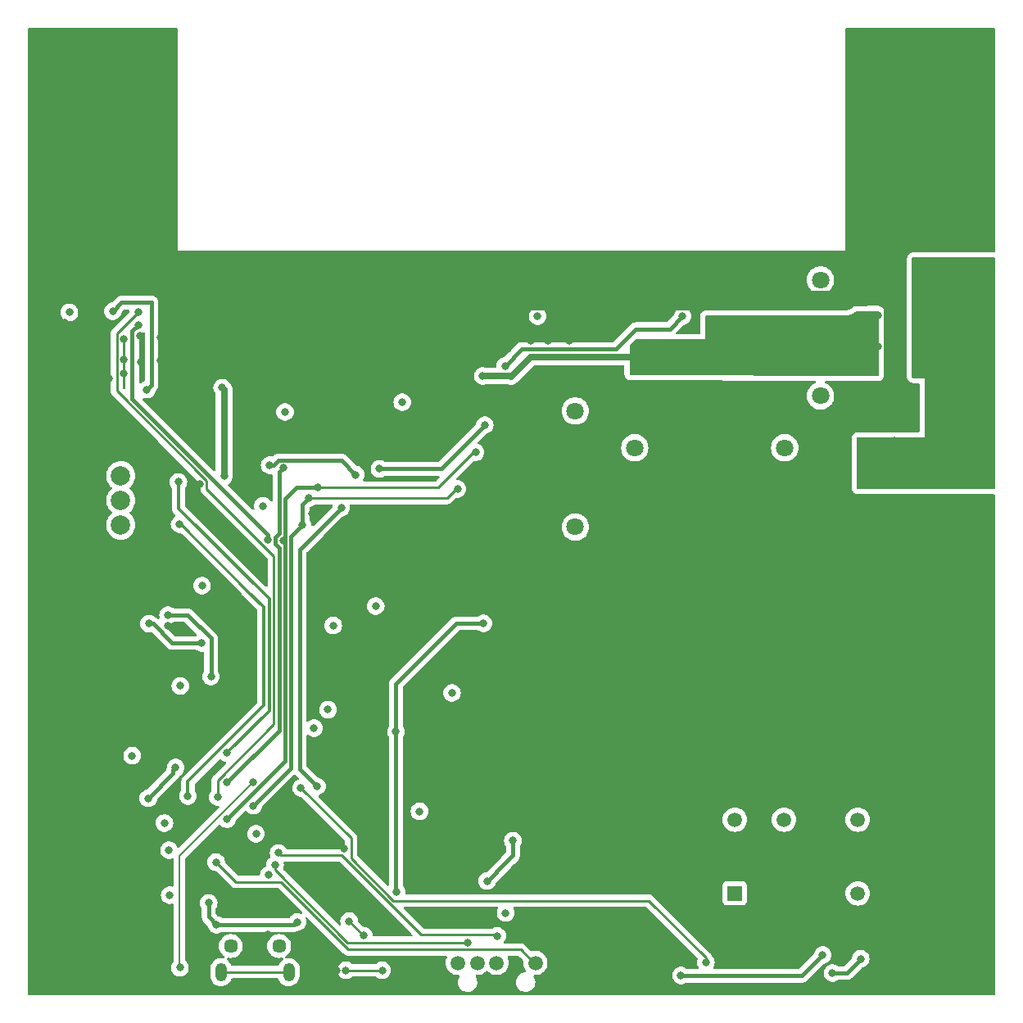
<source format=gbr>
%TF.GenerationSoftware,KiCad,Pcbnew,7.0.7*%
%TF.CreationDate,2023-11-07T01:08:08+00:00*%
%TF.ProjectId,Pi_TX_35W_PA_V2,50695f54-585f-4333-9557-5f50415f5632,rev?*%
%TF.SameCoordinates,Original*%
%TF.FileFunction,Copper,L4,Bot*%
%TF.FilePolarity,Positive*%
%FSLAX46Y46*%
G04 Gerber Fmt 4.6, Leading zero omitted, Abs format (unit mm)*
G04 Created by KiCad (PCBNEW 7.0.7) date 2023-11-07 01:08:08*
%MOMM*%
%LPD*%
G01*
G04 APERTURE LIST*
G04 Aperture macros list*
%AMRoundRect*
0 Rectangle with rounded corners*
0 $1 Rounding radius*
0 $2 $3 $4 $5 $6 $7 $8 $9 X,Y pos of 4 corners*
0 Add a 4 corners polygon primitive as box body*
4,1,4,$2,$3,$4,$5,$6,$7,$8,$9,$2,$3,0*
0 Add four circle primitives for the rounded corners*
1,1,$1+$1,$2,$3*
1,1,$1+$1,$4,$5*
1,1,$1+$1,$6,$7*
1,1,$1+$1,$8,$9*
0 Add four rect primitives between the rounded corners*
20,1,$1+$1,$2,$3,$4,$5,0*
20,1,$1+$1,$4,$5,$6,$7,0*
20,1,$1+$1,$6,$7,$8,$9,0*
20,1,$1+$1,$8,$9,$2,$3,0*%
G04 Aperture macros list end*
%TA.AperFunction,ComponentPad*%
%ADD10O,1.200000X1.900000*%
%TD*%
%TA.AperFunction,ComponentPad*%
%ADD11C,1.450000*%
%TD*%
%TA.AperFunction,ComponentPad*%
%ADD12R,1.501140X1.501140*%
%TD*%
%TA.AperFunction,ComponentPad*%
%ADD13C,1.501140*%
%TD*%
%TA.AperFunction,ComponentPad*%
%ADD14C,1.500000*%
%TD*%
%TA.AperFunction,SMDPad,CuDef*%
%ADD15R,4.200000X1.350000*%
%TD*%
%TA.AperFunction,ComponentPad*%
%ADD16C,5.600000*%
%TD*%
%TA.AperFunction,ComponentPad*%
%ADD17C,1.800000*%
%TD*%
%TA.AperFunction,ComponentPad*%
%ADD18RoundRect,0.250000X1.550000X-0.750000X1.550000X0.750000X-1.550000X0.750000X-1.550000X-0.750000X0*%
%TD*%
%TA.AperFunction,ComponentPad*%
%ADD19O,3.600000X2.000000*%
%TD*%
%TA.AperFunction,ComponentPad*%
%ADD20C,2.000000*%
%TD*%
%TA.AperFunction,ComponentPad*%
%ADD21C,6.000000*%
%TD*%
%TA.AperFunction,ViaPad*%
%ADD22C,0.800000*%
%TD*%
%TA.AperFunction,Conductor*%
%ADD23C,0.250000*%
%TD*%
%TA.AperFunction,Conductor*%
%ADD24C,0.700000*%
%TD*%
%TA.AperFunction,Conductor*%
%ADD25C,0.400000*%
%TD*%
%TA.AperFunction,Conductor*%
%ADD26C,0.350000*%
%TD*%
%TA.AperFunction,Conductor*%
%ADD27C,2.000000*%
%TD*%
%TA.AperFunction,Conductor*%
%ADD28C,0.200000*%
%TD*%
G04 APERTURE END LIST*
D10*
%TO.P,J1,6,Shield*%
%TO.N,Net-(J1-Shield)*%
X119990000Y-147607500D03*
D11*
X120990000Y-144907500D03*
X125990000Y-144907500D03*
D10*
X126990000Y-147607500D03*
%TD*%
D12*
%TO.P,K1,1*%
%TO.N,Net-(K1-Pad1)*%
X173092500Y-139457500D03*
D13*
%TO.P,K1,6*%
%TO.N,Net-(K1-Pad6)*%
X185792500Y-139457500D03*
%TO.P,K1,7*%
%TO.N,Net-(J9-In)*%
X185792500Y-131837500D03*
%TO.P,K1,10*%
%TO.N,Net-(J8-In)*%
X178172500Y-131837500D03*
%TO.P,K1,12*%
%TO.N,Net-(U11-RF)*%
X173092500Y-131837500D03*
%TD*%
D14*
%TO.P,J2,1,Pin_1*%
%TO.N,+3.3V*%
X144464196Y-146645000D03*
%TO.P,J2,2,Pin_2*%
%TO.N,Net-(J2-Pin_2)*%
X146464196Y-146645000D03*
%TO.P,J2,3,Pin_3*%
%TO.N,Net-(J2-Pin_3)*%
X148464196Y-146645000D03*
%TO.P,J2,4,Pin_4*%
%TO.N,GND*%
X150464196Y-146645000D03*
%TO.P,J2,5,Pin_5*%
%TO.N,Net-(J2-Pin_5)*%
X152464196Y-146645000D03*
%TD*%
D15*
%TO.P,J7,2,Ext*%
%TO.N,GND*%
X197850000Y-110825000D03*
X197850000Y-105175000D03*
%TD*%
D16*
%TO.P,H3,1,1*%
%TO.N,GND*%
X107000000Y-57000000D03*
%TD*%
D15*
%TO.P,J8,2,Ext*%
%TO.N,GND*%
X197850000Y-122825000D03*
X197850000Y-117175000D03*
%TD*%
D16*
%TO.P,H2,1,1*%
%TO.N,GND*%
X193000000Y-57000000D03*
%TD*%
D17*
%TO.P,L7,1,1*%
%TO.N,Net-(C41-Pad2)*%
X156600000Y-89600000D03*
%TO.P,L7,2,2*%
%TO.N,Net-(U11-RF)*%
X156600000Y-101600000D03*
%TD*%
D18*
%TO.P,J5,1,Pin_1*%
%TO.N,Net-(J5-Pin_1)*%
X189522500Y-94300000D03*
D19*
%TO.P,J5,2,Pin_2*%
%TO.N,GND*%
X189522500Y-89300000D03*
%TD*%
D17*
%TO.P,L6,1,1*%
%TO.N,Net-(C38-Pad2)*%
X178250000Y-93400000D03*
%TO.P,L6,2,2*%
%TO.N,Net-(C41-Pad2)*%
X162750000Y-93400000D03*
%TD*%
D20*
%TO.P,J10,1,Pin_1*%
%TO.N,GND*%
X109620000Y-93760000D03*
%TO.P,J10,2,Pin_2*%
%TO.N,+5V*%
X109620000Y-96300000D03*
%TO.P,J10,3,Pin_3*%
%TO.N,/PA_Protection/Fan_RPM*%
X109620000Y-98840000D03*
%TO.P,J10,4,Pin_4*%
%TO.N,Net-(J10-Pin_4)*%
X109620000Y-101380000D03*
%TD*%
D16*
%TO.P,H1,1,1*%
%TO.N,GND*%
X107000000Y-143000000D03*
%TD*%
%TO.P,H4,1,1*%
%TO.N,GND*%
X193000000Y-143000000D03*
%TD*%
D21*
%TO.P,U10,5,Gnd*%
%TO.N,GND*%
X111000000Y-66000000D03*
%TO.P,U10,6,Gnd*%
X189000000Y-66000000D03*
%TD*%
D15*
%TO.P,J9,2,Ext*%
%TO.N,GND*%
X197850000Y-134825000D03*
X197850000Y-129175000D03*
%TD*%
D17*
%TO.P,L5,1,1*%
%TO.N,Net-(U10-RF_Out)*%
X181950000Y-76050000D03*
%TO.P,L5,2,2*%
%TO.N,Net-(C38-Pad2)*%
X181950000Y-88050000D03*
%TD*%
D15*
%TO.P,J6,2,Ext*%
%TO.N,GND*%
X102200000Y-82175000D03*
X102200000Y-87825000D03*
%TD*%
D22*
%TO.N,GND*%
X117760000Y-97130000D03*
X113260000Y-101100000D03*
%TO.N,/PA_Protection/Fan PWM*%
X115695000Y-101310000D03*
%TO.N,/PA_Protection/Fan_RPM*%
X115570000Y-96930000D03*
%TO.N,+12V*%
X138715000Y-88695000D03*
X114670000Y-139650000D03*
X131580000Y-111780000D03*
X167530000Y-147950000D03*
X149400000Y-141500000D03*
X135970000Y-109770000D03*
X126600000Y-89700000D03*
X182174998Y-145850000D03*
%TO.N,GND*%
X183575000Y-98225000D03*
X155800000Y-85500000D03*
X189522500Y-70177500D03*
X116800000Y-74200000D03*
X156357584Y-99650000D03*
X119700000Y-80600000D03*
X177200000Y-102700000D03*
X191400000Y-115200000D03*
X158800000Y-100100000D03*
X186500000Y-127500000D03*
X156000000Y-82380000D03*
X154770000Y-147066321D03*
X122900000Y-74200000D03*
X175800000Y-131800000D03*
X111335000Y-73835000D03*
X170390000Y-143560000D03*
X104100000Y-71200000D03*
X153100000Y-116200000D03*
X171100000Y-124700000D03*
X192500000Y-129500000D03*
X132717531Y-134849203D03*
X166300000Y-121425000D03*
X112600000Y-76000000D03*
X133920000Y-113380000D03*
X126100000Y-74300000D03*
X120800000Y-81300000D03*
X170600000Y-130300000D03*
X189500000Y-134400000D03*
X179000000Y-97700000D03*
X182500000Y-78200000D03*
X171900000Y-133800000D03*
X102100000Y-62900000D03*
X174600000Y-133800000D03*
X114486527Y-111802176D03*
X125800000Y-80800000D03*
X131890000Y-147430000D03*
X191900000Y-62900000D03*
X113980000Y-108560000D03*
X182200000Y-119900000D03*
X172100000Y-120700000D03*
X161200000Y-89000000D03*
X159500000Y-121700000D03*
X167160000Y-144660000D03*
X173600000Y-110700000D03*
X136400000Y-81400000D03*
X164700000Y-130500000D03*
X125700000Y-78500000D03*
X176400000Y-75600000D03*
X136530000Y-141750000D03*
X186100000Y-62700000D03*
X187200000Y-52500000D03*
X125900000Y-83400000D03*
X197800000Y-52400000D03*
X152400000Y-100900000D03*
X189522500Y-87477500D03*
X163400000Y-122700000D03*
X169400000Y-124300000D03*
X184600000Y-117800000D03*
X186400000Y-129500000D03*
X113700000Y-84400000D03*
X119700000Y-77900000D03*
X119700000Y-79300000D03*
X197900000Y-136700000D03*
X146800000Y-79900000D03*
X194200000Y-124800000D03*
X109924500Y-82200000D03*
X153100000Y-126800000D03*
X194600000Y-136000000D03*
X110980000Y-117360000D03*
X195600000Y-103500000D03*
X109924500Y-85700000D03*
X113925000Y-77675000D03*
X168200000Y-75675000D03*
X161900000Y-109200000D03*
X177200000Y-121400000D03*
X103800000Y-80500000D03*
X147600000Y-135600000D03*
X116500000Y-77900000D03*
X192700000Y-109500000D03*
X171200000Y-110700000D03*
X149840000Y-92850000D03*
X191400000Y-91000000D03*
X164300000Y-112600000D03*
X186700000Y-73900000D03*
X191820000Y-119530000D03*
X140600000Y-135700000D03*
X194600000Y-117300000D03*
X181100000Y-124700000D03*
X172700000Y-112700000D03*
X199100000Y-115400000D03*
X123300000Y-85100000D03*
X144700000Y-122700000D03*
X136400000Y-74800000D03*
X164200000Y-110600000D03*
X174400000Y-125600000D03*
X167712500Y-133775000D03*
X197500000Y-112500000D03*
X186500000Y-115800000D03*
X148427610Y-107874762D03*
X156200000Y-92800000D03*
X190300000Y-116600000D03*
X170600000Y-132000000D03*
X185200000Y-65900000D03*
X179000000Y-111100000D03*
X167000000Y-97000000D03*
X141125000Y-81800000D03*
X108375500Y-86200000D03*
X136400000Y-76100000D03*
X116000000Y-149070000D03*
X133500000Y-86100000D03*
X105600000Y-82000000D03*
X194650000Y-108550000D03*
X117200000Y-86200000D03*
X178400000Y-134500000D03*
X197700000Y-115400000D03*
X191200000Y-111000000D03*
X195700000Y-124500000D03*
X113400000Y-52100000D03*
X168900000Y-110700000D03*
X130700000Y-74100000D03*
X113800000Y-58000000D03*
X140000000Y-83300000D03*
X159200000Y-101900000D03*
X174600000Y-102800000D03*
X154500000Y-85500000D03*
X193300000Y-126000000D03*
X158200000Y-112900000D03*
X111000000Y-61600000D03*
X180300000Y-102800000D03*
X120800000Y-83000000D03*
X149600000Y-83200000D03*
X144772500Y-109195000D03*
X146372500Y-109195000D03*
X164300000Y-91100000D03*
X153100000Y-85500000D03*
X197500000Y-127400000D03*
X141025000Y-78100000D03*
X175600000Y-92700000D03*
X187400000Y-112200000D03*
X178500000Y-87000000D03*
X129400000Y-100200000D03*
X142800000Y-127200000D03*
X152408766Y-118237006D03*
X105500000Y-86200000D03*
X192400000Y-68800000D03*
X184800000Y-93400000D03*
X113900000Y-72300000D03*
X151100000Y-87500000D03*
X152011569Y-82380000D03*
X194800000Y-105600000D03*
X170000000Y-102800000D03*
X182700000Y-103400000D03*
X187700000Y-91100000D03*
X174400000Y-122100000D03*
X184800000Y-96200000D03*
X116500000Y-79300000D03*
X144100000Y-82300000D03*
X193100000Y-65800000D03*
X181000000Y-133500000D03*
X161300000Y-112600000D03*
X192000000Y-134300000D03*
X152500000Y-75900000D03*
X197500000Y-124800000D03*
X151800000Y-102600000D03*
X113500000Y-62800000D03*
X105500000Y-83800000D03*
X194600000Y-115500000D03*
X159400000Y-130500000D03*
X187600000Y-87400000D03*
X189522500Y-75377500D03*
X168400000Y-102900000D03*
X156000000Y-74500000D03*
X198000000Y-65600000D03*
X172900000Y-125600000D03*
X161100000Y-122800000D03*
X180800000Y-121300000D03*
X147800000Y-82400000D03*
X156000000Y-106800000D03*
X186760000Y-88610000D03*
X196300000Y-136600000D03*
X125700000Y-76300000D03*
X130700000Y-86000000D03*
X167800000Y-121425000D03*
X164400000Y-102700000D03*
X116500000Y-80600000D03*
X113700000Y-82000000D03*
X153400000Y-97100000D03*
X174400000Y-127600000D03*
X159800000Y-97100000D03*
X155300000Y-114200000D03*
X123584541Y-95917471D03*
X186300000Y-69000000D03*
X169400000Y-122600000D03*
X124790000Y-143720000D03*
X153900000Y-107500000D03*
X142100000Y-82400000D03*
X186722500Y-76022500D03*
X118100000Y-77500000D03*
X160300000Y-103700000D03*
X142506403Y-92702326D03*
X131000000Y-80700000D03*
X183300000Y-123600000D03*
X186200000Y-107100000D03*
X154700000Y-128600000D03*
X194700000Y-129500000D03*
X163400000Y-120600000D03*
X177600000Y-112600000D03*
X175337500Y-101300000D03*
X131000000Y-83200000D03*
X170100000Y-120700000D03*
X106900000Y-86200000D03*
X111700000Y-84500000D03*
X134358231Y-106200162D03*
X105475000Y-87825000D03*
X183800000Y-133700000D03*
X188900000Y-126700000D03*
X128500000Y-74000000D03*
X198900000Y-103500000D03*
X122800000Y-80800000D03*
X177900000Y-124800000D03*
X129400000Y-117100000D03*
X187100000Y-109400000D03*
X188600000Y-118100000D03*
X194600000Y-112200000D03*
X161900000Y-130600000D03*
X153800000Y-82380000D03*
X141200000Y-74400000D03*
X113900000Y-69000000D03*
X189500000Y-91100000D03*
X186900000Y-119800000D03*
X173000000Y-97000000D03*
X184500000Y-87100000D03*
X106700000Y-66100000D03*
X151900000Y-105400000D03*
X101800000Y-52000000D03*
X178900000Y-95700000D03*
X174300000Y-123600000D03*
X162600000Y-86900000D03*
X194500000Y-134200000D03*
X115500000Y-84000000D03*
X199000000Y-112500000D03*
X119800000Y-74100000D03*
X184200000Y-129800000D03*
X149300000Y-96400000D03*
X110100000Y-73800000D03*
X157600000Y-108000000D03*
X164200000Y-109100000D03*
X172100000Y-102800000D03*
X184700000Y-105100000D03*
X136300000Y-83600000D03*
X188100000Y-114100000D03*
X133760000Y-109970000D03*
X103600000Y-89500000D03*
X121041120Y-140450000D03*
X178000000Y-128100000D03*
X196200000Y-115400000D03*
X186700000Y-78100000D03*
X189000000Y-122000000D03*
X189500000Y-129500000D03*
X196000000Y-127400000D03*
X174300000Y-120600000D03*
X134500000Y-99700000D03*
X162300000Y-104300000D03*
X164900000Y-122900000D03*
X146100000Y-82300000D03*
X164900000Y-121600000D03*
X167300000Y-112600000D03*
X145400000Y-74400000D03*
X128400000Y-86100000D03*
X108000000Y-63200000D03*
X151592375Y-121271263D03*
X176300000Y-110700000D03*
X113900000Y-74300000D03*
X139700000Y-76900000D03*
X108100000Y-68800000D03*
X164200000Y-104200000D03*
X190900000Y-121300000D03*
X112605000Y-73795000D03*
X149226041Y-89403245D03*
X197400000Y-103500000D03*
X169900000Y-112700000D03*
X185100000Y-121500000D03*
X100900000Y-89500000D03*
X154500000Y-100500000D03*
X169100000Y-121400000D03*
X192900000Y-113700000D03*
X136200000Y-122700000D03*
X131000000Y-78300000D03*
X182800000Y-131700000D03*
X158200000Y-85600000D03*
X115300000Y-82200000D03*
X136400000Y-78100000D03*
X144100000Y-77300000D03*
X101100000Y-80500000D03*
X111600000Y-81800000D03*
X116950000Y-83750000D03*
X186700000Y-122000000D03*
X191300000Y-87500000D03*
X175100000Y-112700000D03*
X196100000Y-112500000D03*
X133700000Y-74000000D03*
X181100000Y-74000000D03*
X114900000Y-65700000D03*
X199100000Y-136700000D03*
X159900000Y-109000000D03*
X193300000Y-118600000D03*
X149200000Y-74500000D03*
X161000000Y-120700000D03*
X199000000Y-124700000D03*
X189700000Y-112600000D03*
X130780000Y-106090000D03*
X158037500Y-132300000D03*
X183675000Y-91475000D03*
X176400000Y-133600000D03*
X194700000Y-128300000D03*
X147572500Y-108995000D03*
X138280000Y-147550000D03*
X126000000Y-85500000D03*
X146200000Y-77200000D03*
X161800000Y-95800000D03*
X178600000Y-121300000D03*
X151800000Y-124100000D03*
X109924500Y-84300000D03*
X142200000Y-77200000D03*
X169000000Y-131400000D03*
X134650000Y-140540000D03*
X160900000Y-85600000D03*
X131600000Y-117300000D03*
X136000000Y-86000000D03*
X156900000Y-130000000D03*
X191300000Y-126700000D03*
X131000000Y-76200000D03*
X189300000Y-61900000D03*
X136809314Y-135209314D03*
X152330000Y-89030000D03*
X194800000Y-104400000D03*
X136924443Y-93400500D03*
X136400000Y-127500000D03*
X124400000Y-83500000D03*
X111000000Y-70400000D03*
X169400000Y-129300000D03*
X124400000Y-81100000D03*
X199000000Y-127400000D03*
X186400000Y-134400000D03*
X164337500Y-101400000D03*
X184700000Y-75500000D03*
X195400000Y-106900000D03*
X132360000Y-106220000D03*
%TO.N,/PA_Power/VBus*%
X127870000Y-142420000D03*
X118700000Y-140450000D03*
X119520000Y-142720000D03*
%TO.N,VDC*%
X138062500Y-122762500D03*
X147107224Y-111551588D03*
X138109847Y-139304847D03*
X115771821Y-118020525D03*
%TO.N,/PA_Protection/Ext_SDA*%
X112460000Y-129630000D03*
X115290000Y-126470000D03*
%TO.N,+3.3V*%
X110790000Y-125230000D03*
X118020000Y-107660000D03*
X147250000Y-91070000D03*
X104300000Y-79400000D03*
X143850000Y-118750000D03*
X140500000Y-131000000D03*
X123600000Y-133300000D03*
X124920000Y-137550000D03*
X124298391Y-99401609D03*
X129600000Y-122400000D03*
X136360000Y-95570000D03*
X114129998Y-132190000D03*
%TO.N,Net-(U10-Vdd)*%
X152700000Y-79800000D03*
%TO.N,/PA_Power/VDD_PA*%
X167700000Y-79800000D03*
X149330000Y-84950000D03*
%TO.N,/PA_Protection/ADC_Vgg_PA*%
X132400000Y-99600000D03*
X129900000Y-128400000D03*
%TO.N,/PA_Protection/TX_Relay*%
X170100000Y-146600000D03*
X128246889Y-128563919D03*
%TO.N,/PA_Power/En_Vgg_PA*%
X126400000Y-95500000D03*
X120600000Y-128000000D03*
%TO.N,/PA_Protection/Temp_INT*%
X119630000Y-129510000D03*
X111400000Y-79400000D03*
%TO.N,Net-(D17-A)*%
X183180000Y-147700000D03*
X186102500Y-146242500D03*
%TO.N,Net-(D18-DOUT)*%
X132900000Y-147420000D03*
X136640000Y-147420000D03*
%TO.N,Net-(D18-DIN)*%
X133222104Y-142340000D03*
X134720000Y-143832785D03*
%TO.N,Net-(J2-Pin_2)*%
X125567317Y-136498746D03*
X145463094Y-144557789D03*
%TO.N,/PA_Power/Int_SDA*%
X123323132Y-130399500D03*
X112300000Y-87400000D03*
X129080000Y-98600000D03*
X108795000Y-79295000D03*
X144423344Y-97659610D03*
X128400000Y-101400000D03*
%TO.N,/PA_Power/Int_SCL*%
X126400500Y-103000000D03*
X130010000Y-97500000D03*
X120600000Y-131800000D03*
X146284997Y-93873392D03*
X124801500Y-102946022D03*
X111399998Y-80700000D03*
%TO.N,Net-(J2-Pin_3)*%
X148524196Y-143855578D03*
X125925500Y-135290000D03*
%TO.N,Net-(J2-Pin_5)*%
X119470000Y-136249502D03*
%TO.N,Net-(J5-Pin_1)*%
X195600000Y-83200000D03*
X192190000Y-96520000D03*
X192230000Y-92820000D03*
X189600000Y-92700000D03*
X186400000Y-95060000D03*
X186440000Y-92790000D03*
X197800000Y-83200000D03*
X198400000Y-74700000D03*
X192600000Y-83200000D03*
X192500000Y-74700000D03*
X192200000Y-94690000D03*
X189470000Y-96590000D03*
X186430000Y-96880000D03*
X195400000Y-74700000D03*
%TO.N,/PA_Protection/Fan PWM*%
X116560000Y-129400000D03*
%TO.N,/PA_Protection/VFwd*%
X150150000Y-134010000D03*
X147500000Y-138200000D03*
%TO.N,Net-(U1-PA10)*%
X115730000Y-147150000D03*
X123303301Y-127966035D03*
%TO.N,+5V*%
X120300000Y-96330000D03*
X120100000Y-87200000D03*
X131030000Y-120470000D03*
X114600000Y-135010000D03*
%TO.N,Net-(U5-VOUT)*%
X125000000Y-95200000D03*
X133900000Y-96199500D03*
%TO.N,/PA_Protection/Fan_RPM*%
X120623008Y-124953008D03*
%TO.N,/PA_Protection/Tx{slash}Rx*%
X114500000Y-110710000D03*
X118940000Y-117060000D03*
%TO.N,/PA_Protection/Pi_TxD*%
X117975686Y-113564314D03*
X112530000Y-111590000D03*
%TO.N,/PA_Power/VBAT*%
X162800000Y-84000000D03*
X147030000Y-85980000D03*
X162855686Y-82755686D03*
X186000000Y-82900000D03*
X166290000Y-85090000D03*
X167370000Y-85100000D03*
X186100000Y-79800000D03*
X187900000Y-82900000D03*
X165180000Y-85110000D03*
X163960000Y-85080000D03*
X187900000Y-79700000D03*
X187045000Y-81355000D03*
%TD*%
D23*
%TO.N,/PA_Protection/Temp_INT*%
X109200000Y-81600000D02*
X111400000Y-79400000D01*
X109200000Y-87544695D02*
X109200000Y-81600000D01*
X125450000Y-121960000D02*
X125450000Y-104624695D01*
X118485000Y-97659695D02*
X118485000Y-96829695D01*
X119630000Y-127780000D02*
X125450000Y-121960000D01*
X119630000Y-129510000D02*
X119630000Y-127780000D01*
X125450000Y-104624695D02*
X118485000Y-97659695D01*
X118485000Y-96829695D02*
X109200000Y-87544695D01*
D24*
%TO.N,+5V*%
X120300000Y-87399998D02*
X120100001Y-87199999D01*
X120300000Y-96330000D02*
X120300000Y-87399998D01*
D25*
X120100000Y-87200000D02*
X120100001Y-87199999D01*
D23*
%TO.N,/PA_Protection/Fan PWM*%
X115830000Y-101310000D02*
X122730000Y-108210000D01*
X115695000Y-101310000D02*
X115830000Y-101310000D01*
D26*
%TO.N,/PA_Protection/Fan_RPM*%
X115570000Y-99670000D02*
X115570000Y-96930000D01*
X124950000Y-120626016D02*
X124950000Y-109050000D01*
X124950000Y-109050000D02*
X115570000Y-99670000D01*
X120623008Y-124953008D02*
X124950000Y-120626016D01*
D25*
%TO.N,+12V*%
X167550000Y-147970000D02*
X167530000Y-147950000D01*
X182175000Y-145850000D02*
X180055000Y-147970000D01*
X180055000Y-147970000D02*
X167550000Y-147970000D01*
D27*
%TO.N,GND*%
X182500000Y-78200000D02*
X184545000Y-78200000D01*
X189522500Y-75377500D02*
X189522500Y-73222500D01*
X189522500Y-70177500D02*
X189522500Y-66522500D01*
X189522500Y-73222500D02*
X189522500Y-70177500D01*
X184545000Y-78200000D02*
X186722500Y-76022500D01*
X115600000Y-78200000D02*
X156000000Y-78200000D01*
X156000000Y-78200000D02*
X182500000Y-78200000D01*
X111000000Y-73600000D02*
X115600000Y-78200000D01*
X189522500Y-66522500D02*
X189000000Y-66000000D01*
X111000000Y-66000000D02*
X111000000Y-70400000D01*
X189522500Y-87477500D02*
X189522500Y-75377500D01*
X189522500Y-89300000D02*
X189522500Y-87477500D01*
X186722500Y-76022500D02*
X189522500Y-73222500D01*
X111000000Y-70400000D02*
X111000000Y-73600000D01*
D25*
%TO.N,/PA_Power/VBus*%
X127570000Y-142720000D02*
X127870000Y-142420000D01*
X118700000Y-141900000D02*
X118700000Y-140450000D01*
X119520000Y-142720000D02*
X118700000Y-141900000D01*
X119520000Y-142720000D02*
X127180000Y-142720000D01*
X127180000Y-142720000D02*
X127570000Y-142720000D01*
D23*
%TO.N,Net-(J1-Shield)*%
X119990000Y-147607500D02*
X126990000Y-147607500D01*
D25*
%TO.N,VDC*%
X138062500Y-139257500D02*
X138109847Y-139304847D01*
X144298412Y-111551588D02*
X147107224Y-111551588D01*
X138062500Y-122762500D02*
X138062500Y-139257500D01*
X138062500Y-122762500D02*
X138062500Y-117787500D01*
X138062500Y-117787500D02*
X144298412Y-111551588D01*
%TO.N,/PA_Protection/Ext_SDA*%
X115030000Y-127060000D02*
X115030000Y-126730000D01*
X112460000Y-129630000D02*
X115030000Y-127060000D01*
X115030000Y-126730000D02*
X115290000Y-126470000D01*
%TO.N,+3.3V*%
X142730000Y-95590000D02*
X136380000Y-95590000D01*
X136380000Y-95590000D02*
X136360000Y-95570000D01*
X147250000Y-91070000D02*
X142730000Y-95590000D01*
%TO.N,/PA_Power/VDD_PA*%
X166360000Y-81140000D02*
X167700000Y-79800000D01*
X151100000Y-83180000D02*
X160800000Y-83180000D01*
X149330000Y-84950000D02*
X151100000Y-83180000D01*
X162840000Y-81140000D02*
X166360000Y-81140000D01*
X160800000Y-83180000D02*
X162840000Y-81140000D01*
%TO.N,/PA_Protection/ADC_Vgg_PA*%
X128100000Y-126600000D02*
X128100000Y-103900000D01*
X129900000Y-128400000D02*
X128100000Y-126600000D01*
X128100000Y-103900000D02*
X132400000Y-99600000D01*
D23*
%TO.N,/PA_Protection/TX_Relay*%
X164205277Y-140222104D02*
X170100000Y-146116827D01*
X133442531Y-135852531D02*
X137812104Y-140222104D01*
X170100000Y-146116827D02*
X170100000Y-146600000D01*
X137812104Y-140222104D02*
X164205277Y-140222104D01*
X133442531Y-133759561D02*
X133442531Y-135852531D01*
X128246889Y-128563919D02*
X133442531Y-133759561D01*
D25*
%TO.N,/PA_Power/En_Vgg_PA*%
X126000500Y-103730664D02*
X125601000Y-103331164D01*
X126000500Y-102269336D02*
X126000500Y-95899500D01*
X125601000Y-102668836D02*
X126000500Y-102269336D01*
X126000500Y-95899500D02*
X126400000Y-95500000D01*
X120600000Y-128000000D02*
X126000500Y-122599500D01*
X125601000Y-103331164D02*
X125601000Y-102668836D01*
X126000500Y-122599500D02*
X126000500Y-103730664D01*
%TO.N,Net-(D17-A)*%
X183180000Y-147700000D02*
X184645000Y-147700000D01*
X184645000Y-147700000D02*
X186102500Y-146242500D01*
D23*
%TO.N,Net-(D18-DOUT)*%
X132900000Y-147420000D02*
X136640000Y-147420000D01*
%TO.N,Net-(D18-DIN)*%
X133222104Y-142340000D02*
X134714889Y-143832785D01*
X134714889Y-143832785D02*
X134720000Y-143832785D01*
%TO.N,Net-(J2-Pin_2)*%
X133067789Y-144557789D02*
X125567317Y-137057317D01*
X145463094Y-144557789D02*
X133067789Y-144557789D01*
X125567317Y-137057317D02*
X125567317Y-136498746D01*
D25*
%TO.N,/PA_Power/Int_SDA*%
X128400000Y-101400000D02*
X128400000Y-99280000D01*
X127200000Y-102600000D02*
X128400000Y-101400000D01*
X127200000Y-126522632D02*
X127200000Y-102600000D01*
X112800000Y-86900000D02*
X112300000Y-87400000D01*
X109690000Y-78400000D02*
X112800000Y-78400000D01*
D23*
X144270390Y-97659610D02*
X144423344Y-97659610D01*
D25*
X112800000Y-78400000D02*
X112800000Y-86900000D01*
X108795000Y-79295000D02*
X109690000Y-78400000D01*
D23*
X143330000Y-98600000D02*
X144270390Y-97659610D01*
D25*
X123323132Y-130399500D02*
X127200000Y-126522632D01*
D23*
X129080000Y-98600000D02*
X143330000Y-98600000D01*
D25*
X128400000Y-99280000D02*
X129080000Y-98600000D01*
%TO.N,/PA_Power/Int_SCL*%
X126600499Y-102800001D02*
X126600499Y-98699501D01*
X124801500Y-102370835D02*
X124801500Y-102946022D01*
D23*
X142450000Y-97500000D02*
X146076608Y-93873392D01*
D25*
X111399998Y-80700000D02*
X110800000Y-81299998D01*
X120600000Y-131800000D02*
X126600000Y-125800000D01*
X110800000Y-88369335D02*
X124801500Y-102370835D01*
X126600000Y-125800000D02*
X126600000Y-103199500D01*
X126600000Y-103199500D02*
X126400500Y-103000000D01*
X126600499Y-98699501D02*
X127800000Y-97500000D01*
D23*
X146076608Y-93873392D02*
X146284997Y-93873392D01*
X130010000Y-97500000D02*
X142450000Y-97500000D01*
D25*
X127800000Y-97500000D02*
X130010000Y-97500000D01*
X110800000Y-81299998D02*
X110800000Y-88369335D01*
X126400500Y-103000000D02*
X126600499Y-102800001D01*
D23*
%TO.N,Net-(J2-Pin_3)*%
X140655000Y-143725000D02*
X148393618Y-143725000D01*
X148393618Y-143725000D02*
X148524196Y-143855578D01*
X126160502Y-135525002D02*
X132455002Y-135525002D01*
X132455002Y-135525002D02*
X140655000Y-143725000D01*
X125925500Y-135290000D02*
X126160502Y-135525002D01*
X148524196Y-143855578D02*
X148399196Y-143730578D01*
%TO.N,Net-(J2-Pin_5)*%
X126148604Y-138275000D02*
X133156393Y-145282789D01*
X133156393Y-145282789D02*
X150971407Y-145282789D01*
X119470000Y-136249502D02*
X121495498Y-138275000D01*
X150971407Y-145282789D02*
X152454196Y-146765578D01*
X121495498Y-138275000D02*
X126148604Y-138275000D01*
D26*
%TO.N,/PA_Protection/Fan PWM*%
X124400000Y-109880000D02*
X122730000Y-108210000D01*
X116560000Y-129400000D02*
X116560000Y-127882182D01*
X116560000Y-127882182D02*
X124400000Y-120042182D01*
X124400000Y-120042182D02*
X124400000Y-109880000D01*
D25*
%TO.N,/PA_Protection/VFwd*%
X149400000Y-136300000D02*
X147500000Y-138200000D01*
X150150000Y-135550000D02*
X149400000Y-136300000D01*
X150150000Y-134010000D02*
X150150000Y-135550000D01*
D28*
%TO.N,Net-(U1-PA10)*%
X115700000Y-135569336D02*
X115700000Y-147120000D01*
X123303301Y-127966035D02*
X115700000Y-135569336D01*
X115700000Y-147120000D02*
X115730000Y-147150000D01*
D25*
%TO.N,Net-(U5-VOUT)*%
X132400500Y-94700000D02*
X133900000Y-96199500D01*
X125900000Y-94700000D02*
X132400500Y-94700000D01*
X125400000Y-95200000D02*
X125900000Y-94700000D01*
X125000000Y-95200000D02*
X125400000Y-95200000D01*
%TO.N,/PA_Protection/Tx{slash}Rx*%
X114500000Y-110710000D02*
X116542743Y-110710000D01*
X116542743Y-110710000D02*
X118940000Y-113107257D01*
X118940000Y-113107257D02*
X118940000Y-117060000D01*
%TO.N,/PA_Protection/Pi_TxD*%
X117960000Y-113580000D02*
X117975686Y-113564314D01*
X114920000Y-113580000D02*
X117960000Y-113580000D01*
X112530000Y-111590000D02*
X112930000Y-111590000D01*
X112930000Y-111590000D02*
X114920000Y-113580000D01*
D24*
%TO.N,/PA_Power/VBAT*%
X149940000Y-86040000D02*
X149880000Y-85980000D01*
X151980000Y-84000000D02*
X149940000Y-86040000D01*
X162800000Y-84000000D02*
X151980000Y-84000000D01*
X149880000Y-85980000D02*
X147030000Y-85980000D01*
%TD*%
%TA.AperFunction,Conductor*%
%TO.N,Net-(J5-Pin_1)*%
G36*
X199941621Y-73720002D02*
G01*
X199988114Y-73773658D01*
X199999500Y-73826000D01*
X199999500Y-97574000D01*
X199979498Y-97642121D01*
X199925842Y-97688614D01*
X199873500Y-97700000D01*
X185826000Y-97700000D01*
X185757879Y-97679998D01*
X185711386Y-97626342D01*
X185700000Y-97574000D01*
X185700000Y-96331788D01*
X185700345Y-96325198D01*
X185713504Y-96200000D01*
X185700344Y-96074797D01*
X185700000Y-96068210D01*
X185700000Y-93531788D01*
X185700345Y-93525198D01*
X185713504Y-93400000D01*
X185700344Y-93274797D01*
X185700000Y-93268210D01*
X185700000Y-92426000D01*
X185720002Y-92357879D01*
X185773658Y-92311386D01*
X185826000Y-92300000D01*
X192700000Y-92300000D01*
X192700000Y-86200000D01*
X191526000Y-86200000D01*
X191457879Y-86179998D01*
X191411386Y-86126342D01*
X191400000Y-86074000D01*
X191400000Y-73826000D01*
X191420002Y-73757879D01*
X191473658Y-73711386D01*
X191526000Y-73700000D01*
X199873500Y-73700000D01*
X199941621Y-73720002D01*
G37*
%TD.AperFunction*%
%TD*%
%TA.AperFunction,Conductor*%
%TO.N,GND*%
G36*
X125924465Y-143448502D02*
G01*
X125970958Y-143502158D01*
X125981062Y-143572432D01*
X125951568Y-143637012D01*
X125891842Y-143675396D01*
X125867331Y-143680020D01*
X125811715Y-143684885D01*
X125774983Y-143688099D01*
X125566509Y-143743960D01*
X125566504Y-143743962D01*
X125370895Y-143835176D01*
X125370893Y-143835177D01*
X125194097Y-143958971D01*
X125194088Y-143958978D01*
X125041478Y-144111588D01*
X125041471Y-144111597D01*
X124917677Y-144288393D01*
X124917676Y-144288395D01*
X124826462Y-144484004D01*
X124826460Y-144484009D01*
X124770599Y-144692483D01*
X124751788Y-144907500D01*
X124770599Y-145122516D01*
X124826460Y-145330990D01*
X124826462Y-145330995D01*
X124917676Y-145526604D01*
X124917677Y-145526606D01*
X125041471Y-145703402D01*
X125041478Y-145703411D01*
X125194088Y-145856021D01*
X125194097Y-145856028D01*
X125251139Y-145895969D01*
X125370894Y-145979823D01*
X125566507Y-146071039D01*
X125671867Y-146099270D01*
X125774979Y-146126899D01*
X125774987Y-146126901D01*
X125990000Y-146145712D01*
X126205013Y-146126901D01*
X126270629Y-146109319D01*
X126341606Y-146111007D01*
X126400402Y-146150801D01*
X126428351Y-146216065D01*
X126416578Y-146286079D01*
X126376330Y-146333661D01*
X126260787Y-146415939D01*
X126260781Y-146415944D01*
X126114695Y-146569156D01*
X126000241Y-146747249D01*
X125941160Y-146894829D01*
X125897273Y-146950636D01*
X125830182Y-146973857D01*
X125824186Y-146974000D01*
X121156377Y-146974000D01*
X121088256Y-146953998D01*
X121041763Y-146900342D01*
X121035481Y-146883498D01*
X121023778Y-146843640D01*
X120926772Y-146655476D01*
X120926771Y-146655474D01*
X120795908Y-146489068D01*
X120795905Y-146489064D01*
X120635922Y-146350438D01*
X120635919Y-146350436D01*
X120635918Y-146350435D01*
X120621849Y-146342312D01*
X120572857Y-146290932D01*
X120559420Y-146221218D01*
X120585807Y-146155307D01*
X120643638Y-146114124D01*
X120714555Y-146110745D01*
X120717461Y-146111487D01*
X120774979Y-146126899D01*
X120774987Y-146126901D01*
X120990000Y-146145712D01*
X121205013Y-146126901D01*
X121413493Y-146071039D01*
X121609106Y-145979823D01*
X121785907Y-145856025D01*
X121938525Y-145703407D01*
X122062323Y-145526606D01*
X122153539Y-145330993D01*
X122209401Y-145122513D01*
X122228212Y-144907500D01*
X122209401Y-144692487D01*
X122153539Y-144484007D01*
X122062323Y-144288394D01*
X121938525Y-144111593D01*
X121938524Y-144111592D01*
X121938521Y-144111588D01*
X121785911Y-143958978D01*
X121785902Y-143958971D01*
X121609106Y-143835177D01*
X121609104Y-143835176D01*
X121413495Y-143743962D01*
X121413490Y-143743960D01*
X121205016Y-143688099D01*
X121174424Y-143685422D01*
X121112672Y-143680020D01*
X121046556Y-143654158D01*
X121004917Y-143596654D01*
X121000976Y-143525767D01*
X121035985Y-143464002D01*
X121098830Y-143430970D01*
X121123656Y-143428500D01*
X125856344Y-143428500D01*
X125924465Y-143448502D01*
G37*
%TD.AperFunction*%
%TA.AperFunction,Conductor*%
G36*
X132208529Y-136178504D02*
G01*
X132229503Y-136195407D01*
X139743290Y-143709194D01*
X139777316Y-143771506D01*
X139772251Y-143842321D01*
X139729704Y-143899157D01*
X139663184Y-143923968D01*
X139654195Y-143924289D01*
X135756572Y-143924289D01*
X135688451Y-143904287D01*
X135641958Y-143850631D01*
X135631262Y-143811462D01*
X135613542Y-143642857D01*
X135554527Y-143461229D01*
X135459040Y-143295841D01*
X135459038Y-143295839D01*
X135459034Y-143295833D01*
X135331255Y-143153920D01*
X135176752Y-143041667D01*
X135002288Y-142963991D01*
X134815487Y-142924285D01*
X134754484Y-142924285D01*
X134686363Y-142904283D01*
X134665388Y-142887380D01*
X134169224Y-142391215D01*
X134135199Y-142328903D01*
X134133012Y-142315306D01*
X134115646Y-142150072D01*
X134056631Y-141968444D01*
X133961144Y-141803056D01*
X133961142Y-141803054D01*
X133961138Y-141803048D01*
X133833359Y-141661135D01*
X133678856Y-141548882D01*
X133504392Y-141471206D01*
X133317591Y-141431500D01*
X133126617Y-141431500D01*
X132939815Y-141471206D01*
X132765351Y-141548882D01*
X132610848Y-141661135D01*
X132483069Y-141803048D01*
X132483062Y-141803058D01*
X132387580Y-141968438D01*
X132387577Y-141968445D01*
X132328561Y-142150072D01*
X132308600Y-142340000D01*
X132328561Y-142529928D01*
X132355404Y-142612540D01*
X132357432Y-142683507D01*
X132320769Y-142744305D01*
X132257057Y-142775631D01*
X132186523Y-142767538D01*
X132146476Y-142740571D01*
X126424222Y-137018317D01*
X126390196Y-136956005D01*
X126395261Y-136885190D01*
X126399388Y-136876435D01*
X126399158Y-136876333D01*
X126401840Y-136870308D01*
X126401844Y-136870302D01*
X126460859Y-136688674D01*
X126480821Y-136498746D01*
X126460859Y-136308818D01*
X126460169Y-136302250D01*
X126461917Y-136302066D01*
X126466662Y-136239906D01*
X126509480Y-136183274D01*
X126576118Y-136158782D01*
X126584506Y-136158502D01*
X132140408Y-136158502D01*
X132208529Y-136178504D01*
G37*
%TD.AperFunction*%
%TA.AperFunction,Conductor*%
G36*
X131458526Y-99253502D02*
G01*
X131505019Y-99307158D01*
X131515123Y-99377432D01*
X131510239Y-99398435D01*
X131506457Y-99410073D01*
X131501549Y-99456771D01*
X131474535Y-99522428D01*
X131465334Y-99532694D01*
X129527356Y-101470672D01*
X129465044Y-101504698D01*
X129394229Y-101499633D01*
X129337393Y-101457086D01*
X129312952Y-101394750D01*
X129293542Y-101210072D01*
X129234527Y-101028444D01*
X129139040Y-100863056D01*
X129139039Y-100863054D01*
X129135158Y-100857713D01*
X129136763Y-100856546D01*
X129110144Y-100801055D01*
X129108500Y-100780770D01*
X129108500Y-99625660D01*
X129128502Y-99557539D01*
X129145360Y-99536609D01*
X129146497Y-99535472D01*
X129208790Y-99501422D01*
X129209128Y-99501349D01*
X129362288Y-99468794D01*
X129536752Y-99391118D01*
X129691253Y-99278866D01*
X129694562Y-99275190D01*
X129755009Y-99237950D01*
X129788200Y-99233500D01*
X131390405Y-99233500D01*
X131458526Y-99253502D01*
G37*
%TD.AperFunction*%
%TA.AperFunction,Conductor*%
G36*
X110009542Y-81790542D02*
G01*
X110066374Y-81833093D01*
X110091180Y-81899616D01*
X110091500Y-81908594D01*
X110091500Y-87236100D01*
X110071498Y-87304221D01*
X110017842Y-87350714D01*
X109947568Y-87360818D01*
X109882988Y-87331324D01*
X109876405Y-87325195D01*
X109870405Y-87319195D01*
X109836379Y-87256883D01*
X109833500Y-87230100D01*
X109833500Y-81914593D01*
X109853502Y-81846472D01*
X109870403Y-81825500D01*
X109876414Y-81819489D01*
X109938727Y-81785471D01*
X110009542Y-81790542D01*
G37*
%TD.AperFunction*%
%TA.AperFunction,Conductor*%
G36*
X112027457Y-81458135D02*
G01*
X112076938Y-81509049D01*
X112091500Y-81567850D01*
X112091500Y-86416528D01*
X112071498Y-86484649D01*
X112017842Y-86531142D01*
X112016791Y-86531615D01*
X111954862Y-86559188D01*
X111843247Y-86608882D01*
X111708561Y-86706738D01*
X111641693Y-86730597D01*
X111572542Y-86714516D01*
X111523061Y-86663602D01*
X111508500Y-86604802D01*
X111508500Y-81707766D01*
X111528502Y-81639645D01*
X111582158Y-81593152D01*
X111608302Y-81584519D01*
X111682286Y-81568794D01*
X111856750Y-81491118D01*
X111891439Y-81465914D01*
X111958305Y-81442056D01*
X112027457Y-81458135D01*
G37*
%TD.AperFunction*%
%TA.AperFunction,Conductor*%
G36*
X116265204Y-111438502D02*
G01*
X116286178Y-111455405D01*
X117463868Y-112633095D01*
X117497894Y-112695407D01*
X117492829Y-112766222D01*
X117450282Y-112823058D01*
X117448836Y-112824125D01*
X117434937Y-112834224D01*
X117416752Y-112847435D01*
X117349887Y-112871294D01*
X117342691Y-112871500D01*
X115265660Y-112871500D01*
X115197539Y-112851498D01*
X115176565Y-112834595D01*
X114141389Y-111799419D01*
X114107363Y-111737107D01*
X114112428Y-111666292D01*
X114154975Y-111609456D01*
X114221495Y-111584645D01*
X114256679Y-111587076D01*
X114404513Y-111618500D01*
X114595487Y-111618500D01*
X114782288Y-111578794D01*
X114956752Y-111501118D01*
X115037344Y-111442563D01*
X115104212Y-111418706D01*
X115111405Y-111418500D01*
X116197083Y-111418500D01*
X116265204Y-111438502D01*
G37*
%TD.AperFunction*%
%TA.AperFunction,Conductor*%
G36*
X115441621Y-50020502D02*
G01*
X115488114Y-50074158D01*
X115499500Y-50126500D01*
X115499500Y-72975072D01*
X115499415Y-72975500D01*
X115499458Y-72999998D01*
X115499458Y-73000000D01*
X115499459Y-73000000D01*
X115499500Y-73000099D01*
X115499617Y-73000383D01*
X115500000Y-73000541D01*
X115500002Y-73000539D01*
X115525014Y-73000524D01*
X115525014Y-73000528D01*
X115525158Y-73000500D01*
X184474842Y-73000500D01*
X184474985Y-73000528D01*
X184474986Y-73000524D01*
X184499997Y-73000539D01*
X184500000Y-73000541D01*
X184500383Y-73000383D01*
X184500500Y-73000099D01*
X184500541Y-73000000D01*
X184500540Y-72999998D01*
X184500541Y-72999998D01*
X184500584Y-72975500D01*
X184500500Y-72975072D01*
X184500500Y-50126500D01*
X184520502Y-50058379D01*
X184574158Y-50011886D01*
X184626500Y-50000500D01*
X199873500Y-50000500D01*
X199941621Y-50020502D01*
X199988114Y-50074158D01*
X199999500Y-50126500D01*
X199999499Y-73060500D01*
X199979497Y-73128621D01*
X199925841Y-73175114D01*
X199873499Y-73186500D01*
X191525990Y-73186500D01*
X191437267Y-73196039D01*
X191416851Y-73198234D01*
X191416848Y-73198234D01*
X191416844Y-73198235D01*
X191416840Y-73198235D01*
X191364519Y-73209617D01*
X191364498Y-73209623D01*
X191260345Y-73244288D01*
X191137385Y-73323310D01*
X191085019Y-73368685D01*
X191083904Y-73369599D01*
X190988019Y-73480258D01*
X190988017Y-73480261D01*
X190927301Y-73613210D01*
X190907302Y-73681322D01*
X190907300Y-73681329D01*
X190886500Y-73826003D01*
X190886500Y-86074009D01*
X190898235Y-86183155D01*
X190898235Y-86183159D01*
X190909617Y-86235480D01*
X190909623Y-86235501D01*
X190944288Y-86339654D01*
X190944290Y-86339657D01*
X191023308Y-86462612D01*
X191023311Y-86462615D01*
X191023315Y-86462621D01*
X191068685Y-86514981D01*
X191069601Y-86516097D01*
X191180258Y-86611980D01*
X191180261Y-86611982D01*
X191313210Y-86672698D01*
X191381331Y-86692700D01*
X191526000Y-86713500D01*
X192060500Y-86713500D01*
X192128621Y-86733502D01*
X192175114Y-86787158D01*
X192186500Y-86839500D01*
X192186500Y-91660500D01*
X192166498Y-91728621D01*
X192112842Y-91775114D01*
X192060500Y-91786500D01*
X185825990Y-91786500D01*
X185737267Y-91796039D01*
X185716851Y-91798234D01*
X185716848Y-91798234D01*
X185716844Y-91798235D01*
X185716840Y-91798235D01*
X185664519Y-91809617D01*
X185664498Y-91809623D01*
X185560345Y-91844288D01*
X185437385Y-91923310D01*
X185385019Y-91968685D01*
X185383904Y-91969599D01*
X185288019Y-92080258D01*
X185288017Y-92080261D01*
X185227301Y-92213210D01*
X185207302Y-92281322D01*
X185207300Y-92281329D01*
X185186500Y-92426003D01*
X185186500Y-93274908D01*
X185186849Y-93288300D01*
X185187895Y-93308316D01*
X185188952Y-93321767D01*
X185195791Y-93386831D01*
X185195791Y-93413171D01*
X185188955Y-93478215D01*
X185187899Y-93491632D01*
X185186851Y-93511649D01*
X185186500Y-93525072D01*
X185186500Y-96074908D01*
X185186849Y-96088300D01*
X185187895Y-96108316D01*
X185187910Y-96108500D01*
X185188952Y-96121766D01*
X185194953Y-96178866D01*
X185195791Y-96186831D01*
X185195791Y-96213171D01*
X185188955Y-96278215D01*
X185187899Y-96291632D01*
X185186851Y-96311649D01*
X185186500Y-96325072D01*
X185186500Y-97574009D01*
X185190996Y-97615824D01*
X185196243Y-97664633D01*
X185198235Y-97683155D01*
X185198235Y-97683159D01*
X185209617Y-97735480D01*
X185209623Y-97735501D01*
X185244288Y-97839654D01*
X185244290Y-97839657D01*
X185323308Y-97962612D01*
X185323311Y-97962615D01*
X185323315Y-97962621D01*
X185368685Y-98014981D01*
X185369601Y-98016097D01*
X185480258Y-98111980D01*
X185480261Y-98111982D01*
X185613210Y-98172698D01*
X185681331Y-98192700D01*
X185826000Y-98213500D01*
X185826004Y-98213500D01*
X199873500Y-98213500D01*
X199941621Y-98233502D01*
X199988114Y-98287158D01*
X199999500Y-98339500D01*
X199999500Y-149873500D01*
X199979498Y-149941621D01*
X199925842Y-149988114D01*
X199873500Y-149999500D01*
X100126500Y-149999500D01*
X100058379Y-149979498D01*
X100011886Y-149925842D01*
X100000500Y-149873500D01*
X100000500Y-132189999D01*
X113216494Y-132189999D01*
X113236455Y-132379927D01*
X113242920Y-132399823D01*
X113295471Y-132561556D01*
X113295474Y-132561561D01*
X113390956Y-132726941D01*
X113390963Y-132726951D01*
X113518742Y-132868864D01*
X113518745Y-132868866D01*
X113673246Y-132981118D01*
X113847710Y-133058794D01*
X114034511Y-133098500D01*
X114225485Y-133098500D01*
X114412286Y-133058794D01*
X114586750Y-132981118D01*
X114741251Y-132868866D01*
X114798138Y-132805687D01*
X114869032Y-132726951D01*
X114869033Y-132726949D01*
X114869038Y-132726944D01*
X114964525Y-132561556D01*
X115023540Y-132379928D01*
X115043502Y-132190000D01*
X115023540Y-132000072D01*
X114964525Y-131818444D01*
X114869038Y-131653056D01*
X114869036Y-131653054D01*
X114869032Y-131653048D01*
X114741253Y-131511135D01*
X114586750Y-131398882D01*
X114412286Y-131321206D01*
X114225485Y-131281500D01*
X114034511Y-131281500D01*
X113847709Y-131321206D01*
X113673245Y-131398882D01*
X113518742Y-131511135D01*
X113390963Y-131653048D01*
X113390956Y-131653058D01*
X113295474Y-131818438D01*
X113295471Y-131818445D01*
X113236455Y-132000072D01*
X113216494Y-132189999D01*
X100000500Y-132189999D01*
X100000500Y-129630000D01*
X111546496Y-129630000D01*
X111566457Y-129819927D01*
X111586482Y-129881556D01*
X111625473Y-130001556D01*
X111625476Y-130001561D01*
X111720958Y-130166941D01*
X111720965Y-130166951D01*
X111848744Y-130308864D01*
X111848747Y-130308866D01*
X112003248Y-130421118D01*
X112177712Y-130498794D01*
X112364513Y-130538500D01*
X112555487Y-130538500D01*
X112742288Y-130498794D01*
X112916752Y-130421118D01*
X113071253Y-130308866D01*
X113071583Y-130308500D01*
X113199034Y-130166951D01*
X113199035Y-130166949D01*
X113199040Y-130166944D01*
X113294527Y-130001556D01*
X113353542Y-129819928D01*
X113358449Y-129773230D01*
X113385460Y-129707574D01*
X113394655Y-129697313D01*
X115514519Y-127577449D01*
X115517231Y-127574896D01*
X115564215Y-127533273D01*
X115599867Y-127481621D01*
X115602063Y-127478636D01*
X115640775Y-127429226D01*
X115644961Y-127419922D01*
X115656161Y-127400066D01*
X115661954Y-127391675D01*
X115684198Y-127333019D01*
X115685642Y-127329533D01*
X115689101Y-127321847D01*
X115735291Y-127267936D01*
X115741248Y-127264800D01*
X115741030Y-127264422D01*
X115746750Y-127261119D01*
X115746750Y-127261118D01*
X115746752Y-127261118D01*
X115901253Y-127148866D01*
X115930732Y-127116126D01*
X116029034Y-127006951D01*
X116029035Y-127006949D01*
X116029040Y-127006944D01*
X116124527Y-126841556D01*
X116183542Y-126659928D01*
X116203504Y-126470000D01*
X116183542Y-126280072D01*
X116124527Y-126098444D01*
X116029040Y-125933056D01*
X116029038Y-125933054D01*
X116029034Y-125933048D01*
X115901255Y-125791135D01*
X115746752Y-125678882D01*
X115572288Y-125601206D01*
X115385487Y-125561500D01*
X115194513Y-125561500D01*
X115007711Y-125601206D01*
X114833247Y-125678882D01*
X114678744Y-125791135D01*
X114550965Y-125933048D01*
X114550958Y-125933058D01*
X114455476Y-126098438D01*
X114455473Y-126098444D01*
X114442458Y-126138500D01*
X114396459Y-126280067D01*
X114380567Y-126431255D01*
X114370158Y-126469791D01*
X114348613Y-126517665D01*
X114348609Y-126517678D01*
X114346770Y-126527711D01*
X114340651Y-126549661D01*
X114337034Y-126559199D01*
X114329476Y-126621441D01*
X114328904Y-126625201D01*
X114317597Y-126686907D01*
X114318938Y-126709065D01*
X114303085Y-126778269D01*
X114282263Y-126805766D01*
X112393466Y-128694563D01*
X112331154Y-128728589D01*
X112330568Y-128728715D01*
X112177711Y-128761206D01*
X112003247Y-128838882D01*
X111848744Y-128951135D01*
X111720965Y-129093048D01*
X111720958Y-129093058D01*
X111625476Y-129258438D01*
X111625473Y-129258445D01*
X111566457Y-129440072D01*
X111546496Y-129630000D01*
X100000500Y-129630000D01*
X100000500Y-125229999D01*
X109876496Y-125229999D01*
X109896457Y-125419927D01*
X109924597Y-125506529D01*
X109955473Y-125601556D01*
X109955476Y-125601561D01*
X110050958Y-125766941D01*
X110050965Y-125766951D01*
X110178744Y-125908864D01*
X110212044Y-125933058D01*
X110333248Y-126021118D01*
X110507712Y-126098794D01*
X110694513Y-126138500D01*
X110885487Y-126138500D01*
X111072288Y-126098794D01*
X111246752Y-126021118D01*
X111401253Y-125908866D01*
X111437230Y-125868910D01*
X111529034Y-125766951D01*
X111529035Y-125766949D01*
X111529040Y-125766944D01*
X111624527Y-125601556D01*
X111683542Y-125419928D01*
X111703504Y-125230000D01*
X111683542Y-125040072D01*
X111624527Y-124858444D01*
X111529040Y-124693056D01*
X111529038Y-124693054D01*
X111529034Y-124693048D01*
X111401255Y-124551135D01*
X111246752Y-124438882D01*
X111072288Y-124361206D01*
X110885487Y-124321500D01*
X110694513Y-124321500D01*
X110507711Y-124361206D01*
X110333247Y-124438882D01*
X110178744Y-124551135D01*
X110050965Y-124693048D01*
X110050958Y-124693058D01*
X109955476Y-124858438D01*
X109955473Y-124858445D01*
X109896457Y-125040072D01*
X109876496Y-125229999D01*
X100000500Y-125229999D01*
X100000500Y-118020524D01*
X114858317Y-118020524D01*
X114878278Y-118210452D01*
X114879125Y-118213058D01*
X114937294Y-118392081D01*
X114937297Y-118392086D01*
X115032779Y-118557466D01*
X115032786Y-118557476D01*
X115160565Y-118699389D01*
X115160568Y-118699391D01*
X115315069Y-118811643D01*
X115489533Y-118889319D01*
X115676334Y-118929025D01*
X115867308Y-118929025D01*
X116054109Y-118889319D01*
X116228573Y-118811643D01*
X116383074Y-118699391D01*
X116383076Y-118699389D01*
X116510855Y-118557476D01*
X116510856Y-118557474D01*
X116510861Y-118557469D01*
X116606348Y-118392081D01*
X116665363Y-118210453D01*
X116685325Y-118020525D01*
X116665363Y-117830597D01*
X116606348Y-117648969D01*
X116510861Y-117483581D01*
X116510859Y-117483579D01*
X116510855Y-117483573D01*
X116383076Y-117341660D01*
X116228573Y-117229407D01*
X116054109Y-117151731D01*
X115867308Y-117112025D01*
X115676334Y-117112025D01*
X115489532Y-117151731D01*
X115315068Y-117229407D01*
X115160565Y-117341660D01*
X115032786Y-117483573D01*
X115032779Y-117483583D01*
X114955925Y-117616699D01*
X114937294Y-117648969D01*
X114926939Y-117680839D01*
X114878278Y-117830597D01*
X114858317Y-118020524D01*
X100000500Y-118020524D01*
X100000500Y-111589999D01*
X111616496Y-111589999D01*
X111636457Y-111779927D01*
X111636481Y-111780000D01*
X111695473Y-111961556D01*
X111695476Y-111961561D01*
X111790958Y-112126941D01*
X111790965Y-112126951D01*
X111918744Y-112268864D01*
X111918747Y-112268866D01*
X112073248Y-112381118D01*
X112247712Y-112458794D01*
X112434513Y-112498500D01*
X112625486Y-112498500D01*
X112625487Y-112498500D01*
X112732617Y-112475728D01*
X112803407Y-112481129D01*
X112847908Y-112509878D01*
X114402533Y-114064503D01*
X114405119Y-114067249D01*
X114446727Y-114114215D01*
X114498348Y-114149846D01*
X114501395Y-114152088D01*
X114550774Y-114190775D01*
X114560070Y-114194958D01*
X114579935Y-114206163D01*
X114588320Y-114211951D01*
X114588322Y-114211952D01*
X114588325Y-114211954D01*
X114588329Y-114211955D01*
X114588332Y-114211957D01*
X114614459Y-114221865D01*
X114646968Y-114234194D01*
X114650473Y-114235646D01*
X114707671Y-114261389D01*
X114717704Y-114263227D01*
X114739668Y-114269351D01*
X114749196Y-114272964D01*
X114749199Y-114272965D01*
X114811470Y-114280525D01*
X114815193Y-114281092D01*
X114876908Y-114292402D01*
X114939511Y-114288614D01*
X114943315Y-114288500D01*
X117385870Y-114288500D01*
X117453991Y-114308502D01*
X117459919Y-114312555D01*
X117518934Y-114355432D01*
X117693398Y-114433108D01*
X117880199Y-114472814D01*
X118071169Y-114472814D01*
X118071173Y-114472814D01*
X118079306Y-114471085D01*
X118150094Y-114476487D01*
X118206726Y-114519304D01*
X118231220Y-114585941D01*
X118231500Y-114594332D01*
X118231500Y-116440770D01*
X118211498Y-116508891D01*
X118204791Y-116517676D01*
X118204842Y-116517713D01*
X118200957Y-116523059D01*
X118105476Y-116688438D01*
X118105473Y-116688445D01*
X118046457Y-116870072D01*
X118026496Y-117059999D01*
X118046457Y-117249927D01*
X118053833Y-117272626D01*
X118105473Y-117431556D01*
X118105476Y-117431561D01*
X118200958Y-117596941D01*
X118200965Y-117596951D01*
X118328744Y-117738864D01*
X118389999Y-117783368D01*
X118483248Y-117851118D01*
X118657712Y-117928794D01*
X118844513Y-117968500D01*
X119035487Y-117968500D01*
X119222288Y-117928794D01*
X119396752Y-117851118D01*
X119551253Y-117738866D01*
X119679040Y-117596944D01*
X119774527Y-117431556D01*
X119833542Y-117249928D01*
X119853504Y-117060000D01*
X119833542Y-116870072D01*
X119774527Y-116688444D01*
X119679040Y-116523056D01*
X119679039Y-116523054D01*
X119675158Y-116517713D01*
X119676763Y-116516546D01*
X119650144Y-116461055D01*
X119648500Y-116440770D01*
X119648500Y-113130559D01*
X119648615Y-113126754D01*
X119652401Y-113064164D01*
X119641095Y-113002473D01*
X119640525Y-112998726D01*
X119632965Y-112936458D01*
X119632965Y-112936456D01*
X119629347Y-112926919D01*
X119623225Y-112904953D01*
X119621388Y-112894926D01*
X119595651Y-112837742D01*
X119594194Y-112834224D01*
X119571954Y-112775583D01*
X119571951Y-112775577D01*
X119566163Y-112767192D01*
X119554958Y-112747327D01*
X119550775Y-112738031D01*
X119512073Y-112688632D01*
X119509855Y-112685617D01*
X119474215Y-112633984D01*
X119427258Y-112592384D01*
X119424512Y-112589798D01*
X117060207Y-110225494D01*
X117057623Y-110222750D01*
X117016016Y-110175785D01*
X117016013Y-110175783D01*
X117016014Y-110175783D01*
X116964398Y-110140154D01*
X116961333Y-110137899D01*
X116942889Y-110123449D01*
X116911969Y-110099225D01*
X116911965Y-110099223D01*
X116902662Y-110095035D01*
X116882812Y-110083840D01*
X116874418Y-110078046D01*
X116851448Y-110069334D01*
X116815786Y-110055809D01*
X116812271Y-110054353D01*
X116755075Y-110028612D01*
X116755073Y-110028611D01*
X116755072Y-110028611D01*
X116745029Y-110026770D01*
X116723079Y-110020650D01*
X116713544Y-110017035D01*
X116713543Y-110017034D01*
X116713541Y-110017034D01*
X116713537Y-110017033D01*
X116661105Y-110010667D01*
X116651280Y-110009473D01*
X116647529Y-110008902D01*
X116606503Y-110001385D01*
X116585837Y-109997598D01*
X116585836Y-109997598D01*
X116523231Y-110001385D01*
X116519428Y-110001500D01*
X115111405Y-110001500D01*
X115043284Y-109981498D01*
X115037344Y-109977436D01*
X114956752Y-109918882D01*
X114782288Y-109841206D01*
X114595487Y-109801500D01*
X114404513Y-109801500D01*
X114217711Y-109841206D01*
X114043247Y-109918882D01*
X113888744Y-110031135D01*
X113760965Y-110173048D01*
X113760958Y-110173058D01*
X113665476Y-110338438D01*
X113665473Y-110338445D01*
X113606457Y-110520072D01*
X113586496Y-110710000D01*
X113606457Y-110899926D01*
X113617231Y-110933085D01*
X113619257Y-111004053D01*
X113582594Y-111064850D01*
X113518881Y-111096175D01*
X113448348Y-111088081D01*
X113409534Y-111060205D01*
X113408975Y-111060837D01*
X113403271Y-111055783D01*
X113351655Y-111020154D01*
X113348590Y-111017899D01*
X113311552Y-110988882D01*
X113299226Y-110979225D01*
X113299222Y-110979223D01*
X113289919Y-110975035D01*
X113270069Y-110963840D01*
X113261675Y-110958046D01*
X113261673Y-110958045D01*
X113203043Y-110935808D01*
X113199528Y-110934353D01*
X113142219Y-110908561D01*
X113119869Y-110895597D01*
X112986752Y-110798882D01*
X112812288Y-110721206D01*
X112625487Y-110681500D01*
X112434513Y-110681500D01*
X112247711Y-110721206D01*
X112073247Y-110798882D01*
X111918744Y-110911135D01*
X111790965Y-111053048D01*
X111790958Y-111053058D01*
X111695476Y-111218438D01*
X111695473Y-111218444D01*
X111686213Y-111246944D01*
X111636457Y-111400072D01*
X111616496Y-111589999D01*
X100000500Y-111589999D01*
X100000500Y-107659999D01*
X117106496Y-107659999D01*
X117126457Y-107849927D01*
X117156526Y-107942470D01*
X117185473Y-108031556D01*
X117185476Y-108031561D01*
X117280958Y-108196941D01*
X117280965Y-108196951D01*
X117408744Y-108338864D01*
X117408747Y-108338866D01*
X117563248Y-108451118D01*
X117737712Y-108528794D01*
X117924513Y-108568500D01*
X118115487Y-108568500D01*
X118302288Y-108528794D01*
X118476752Y-108451118D01*
X118631253Y-108338866D01*
X118759040Y-108196944D01*
X118854527Y-108031556D01*
X118913542Y-107849928D01*
X118933504Y-107660000D01*
X118913542Y-107470072D01*
X118854527Y-107288444D01*
X118759040Y-107123056D01*
X118759038Y-107123054D01*
X118759034Y-107123048D01*
X118631255Y-106981135D01*
X118476752Y-106868882D01*
X118302288Y-106791206D01*
X118115487Y-106751500D01*
X117924513Y-106751500D01*
X117737711Y-106791206D01*
X117563247Y-106868882D01*
X117408744Y-106981135D01*
X117280965Y-107123048D01*
X117280958Y-107123058D01*
X117185476Y-107288438D01*
X117185473Y-107288445D01*
X117126457Y-107470072D01*
X117106496Y-107659999D01*
X100000500Y-107659999D01*
X100000500Y-101380000D01*
X108106835Y-101380000D01*
X108125465Y-101616710D01*
X108180894Y-101847592D01*
X108239411Y-101988864D01*
X108271760Y-102066963D01*
X108364622Y-102218500D01*
X108395825Y-102269417D01*
X108395826Y-102269419D01*
X108550030Y-102449969D01*
X108730580Y-102604173D01*
X108730584Y-102604176D01*
X108933037Y-102728240D01*
X109152406Y-102819105D01*
X109383289Y-102874535D01*
X109620000Y-102893165D01*
X109856711Y-102874535D01*
X110087594Y-102819105D01*
X110306963Y-102728240D01*
X110509416Y-102604176D01*
X110689969Y-102449969D01*
X110844176Y-102269416D01*
X110968240Y-102066963D01*
X111059105Y-101847594D01*
X111114535Y-101616711D01*
X111133165Y-101380000D01*
X111114535Y-101143289D01*
X111059105Y-100912406D01*
X110968240Y-100693037D01*
X110844176Y-100490584D01*
X110844173Y-100490580D01*
X110689969Y-100310030D01*
X110567943Y-100205811D01*
X110529134Y-100146361D01*
X110528626Y-100075366D01*
X110566582Y-100015367D01*
X110567943Y-100014189D01*
X110689969Y-99909969D01*
X110737515Y-99854300D01*
X110844176Y-99729416D01*
X110968240Y-99526963D01*
X111059105Y-99307594D01*
X111114535Y-99076711D01*
X111133165Y-98840000D01*
X111114535Y-98603289D01*
X111059105Y-98372406D01*
X110968240Y-98153037D01*
X110844176Y-97950584D01*
X110817832Y-97919739D01*
X110689969Y-97770030D01*
X110567943Y-97665811D01*
X110529134Y-97606361D01*
X110528626Y-97535366D01*
X110566582Y-97475367D01*
X110567943Y-97474189D01*
X110576430Y-97466941D01*
X110689969Y-97369969D01*
X110844176Y-97189416D01*
X110968240Y-96986963D01*
X111059105Y-96767594D01*
X111114535Y-96536711D01*
X111133165Y-96300000D01*
X111114535Y-96063289D01*
X111059105Y-95832406D01*
X110968240Y-95613037D01*
X110844176Y-95410584D01*
X110844173Y-95410580D01*
X110689969Y-95230030D01*
X110509419Y-95075826D01*
X110509417Y-95075825D01*
X110509416Y-95075824D01*
X110306963Y-94951760D01*
X110160601Y-94891135D01*
X110087592Y-94860894D01*
X109929651Y-94822976D01*
X109856711Y-94805465D01*
X109620000Y-94786835D01*
X109383289Y-94805465D01*
X109152407Y-94860894D01*
X108933038Y-94951759D01*
X108730582Y-95075825D01*
X108730580Y-95075826D01*
X108550030Y-95230030D01*
X108395826Y-95410580D01*
X108395825Y-95410582D01*
X108271759Y-95613038D01*
X108180894Y-95832407D01*
X108125465Y-96063289D01*
X108108550Y-96278215D01*
X108106835Y-96300000D01*
X108125465Y-96536711D01*
X108133712Y-96571061D01*
X108180894Y-96767592D01*
X108224904Y-96873841D01*
X108271760Y-96986963D01*
X108388663Y-97177731D01*
X108395825Y-97189417D01*
X108395826Y-97189419D01*
X108499545Y-97310858D01*
X108550031Y-97369969D01*
X108663572Y-97466942D01*
X108672057Y-97474189D01*
X108710866Y-97533640D01*
X108711372Y-97604634D01*
X108673416Y-97664633D01*
X108672057Y-97665811D01*
X108550028Y-97770033D01*
X108395826Y-97950580D01*
X108395825Y-97950582D01*
X108271759Y-98153038D01*
X108180894Y-98372407D01*
X108143443Y-98528404D01*
X108125465Y-98603289D01*
X108106835Y-98840000D01*
X108125465Y-99076711D01*
X108142976Y-99149651D01*
X108180894Y-99307592D01*
X108269882Y-99522428D01*
X108271760Y-99526963D01*
X108347922Y-99651248D01*
X108395825Y-99729417D01*
X108395826Y-99729419D01*
X108550028Y-99909966D01*
X108550031Y-99909969D01*
X108622138Y-99971554D01*
X108672057Y-100014189D01*
X108710866Y-100073640D01*
X108711372Y-100144634D01*
X108673416Y-100204633D01*
X108672057Y-100205811D01*
X108550028Y-100310033D01*
X108395826Y-100490580D01*
X108395825Y-100490582D01*
X108271759Y-100693038D01*
X108180894Y-100912407D01*
X108125465Y-101143289D01*
X108106835Y-101380000D01*
X100000500Y-101380000D01*
X100000500Y-79399999D01*
X103386496Y-79399999D01*
X103406457Y-79589927D01*
X103431356Y-79666556D01*
X103465473Y-79771556D01*
X103465476Y-79771561D01*
X103560958Y-79936941D01*
X103560965Y-79936951D01*
X103688744Y-80078864D01*
X103688747Y-80078866D01*
X103843248Y-80191118D01*
X104017712Y-80268794D01*
X104204513Y-80308500D01*
X104395487Y-80308500D01*
X104582288Y-80268794D01*
X104756752Y-80191118D01*
X104911253Y-80078866D01*
X104911255Y-80078864D01*
X105039034Y-79936951D01*
X105039035Y-79936949D01*
X105039040Y-79936944D01*
X105134527Y-79771556D01*
X105193542Y-79589928D01*
X105213504Y-79400000D01*
X105202468Y-79295000D01*
X107881496Y-79295000D01*
X107901457Y-79484927D01*
X107931526Y-79577470D01*
X107960473Y-79666556D01*
X107960476Y-79666561D01*
X108055958Y-79831941D01*
X108055965Y-79831951D01*
X108183744Y-79973864D01*
X108183747Y-79973866D01*
X108338248Y-80086118D01*
X108512712Y-80163794D01*
X108699513Y-80203500D01*
X108890487Y-80203500D01*
X109077288Y-80163794D01*
X109251752Y-80086118D01*
X109406253Y-79973866D01*
X109406255Y-79973864D01*
X109534034Y-79831951D01*
X109534035Y-79831949D01*
X109534040Y-79831944D01*
X109629527Y-79666556D01*
X109688542Y-79484928D01*
X109693449Y-79438232D01*
X109720460Y-79372575D01*
X109729654Y-79362314D01*
X109946565Y-79145404D01*
X110008878Y-79111379D01*
X110035661Y-79108500D01*
X110377196Y-79108500D01*
X110445317Y-79128502D01*
X110491810Y-79182158D01*
X110502506Y-79247671D01*
X110489092Y-79375292D01*
X110462078Y-79440949D01*
X110452877Y-79451216D01*
X108811335Y-81092758D01*
X108798900Y-81102722D01*
X108799088Y-81102949D01*
X108792979Y-81108002D01*
X108745017Y-81159078D01*
X108723860Y-81180234D01*
X108719560Y-81185777D01*
X108715713Y-81190280D01*
X108683417Y-81224674D01*
X108683411Y-81224683D01*
X108673651Y-81242435D01*
X108662803Y-81258950D01*
X108650386Y-81274958D01*
X108631645Y-81318264D01*
X108629034Y-81323594D01*
X108606305Y-81364939D01*
X108606303Y-81364944D01*
X108601267Y-81384559D01*
X108594864Y-81403262D01*
X108586819Y-81421852D01*
X108579437Y-81468456D01*
X108578233Y-81474268D01*
X108566500Y-81519968D01*
X108566500Y-81540223D01*
X108564949Y-81559933D01*
X108561780Y-81579941D01*
X108561779Y-81579943D01*
X108566219Y-81626915D01*
X108566499Y-81632846D01*
X108566499Y-87460841D01*
X108564751Y-87476683D01*
X108565044Y-87476711D01*
X108564298Y-87484602D01*
X108566500Y-87554652D01*
X108566500Y-87584546D01*
X108566501Y-87584567D01*
X108567378Y-87591515D01*
X108567844Y-87597427D01*
X108569326Y-87644583D01*
X108569327Y-87644588D01*
X108574977Y-87664034D01*
X108578986Y-87683392D01*
X108581525Y-87703488D01*
X108581526Y-87703494D01*
X108598893Y-87747357D01*
X108600816Y-87752974D01*
X108613982Y-87798288D01*
X108624294Y-87815726D01*
X108632988Y-87833474D01*
X108640444Y-87852304D01*
X108640450Y-87852315D01*
X108668177Y-87890478D01*
X108671437Y-87895441D01*
X108695460Y-87936060D01*
X108709779Y-87950379D01*
X108722617Y-87965409D01*
X108732156Y-87978538D01*
X108734528Y-87981802D01*
X108762794Y-88005186D01*
X108770886Y-88011880D01*
X108775267Y-88015866D01*
X113486732Y-92727331D01*
X117814595Y-97055194D01*
X117848621Y-97117506D01*
X117851500Y-97144289D01*
X117851500Y-97575841D01*
X117849751Y-97591683D01*
X117850044Y-97591711D01*
X117849298Y-97599602D01*
X117851500Y-97669652D01*
X117851500Y-97699546D01*
X117851501Y-97699567D01*
X117852378Y-97706515D01*
X117852844Y-97712427D01*
X117854326Y-97759583D01*
X117854327Y-97759588D01*
X117859977Y-97779034D01*
X117863986Y-97798392D01*
X117866525Y-97818488D01*
X117866526Y-97818494D01*
X117883893Y-97862357D01*
X117885816Y-97867974D01*
X117898982Y-97913288D01*
X117909294Y-97930726D01*
X117917988Y-97948474D01*
X117925444Y-97967304D01*
X117925450Y-97967315D01*
X117953177Y-98005478D01*
X117956437Y-98010441D01*
X117980460Y-98051060D01*
X117994779Y-98065379D01*
X118007617Y-98080409D01*
X118017156Y-98093538D01*
X118019528Y-98096802D01*
X118037875Y-98111980D01*
X118055886Y-98126880D01*
X118060267Y-98130866D01*
X121429034Y-101499633D01*
X124779594Y-104850193D01*
X124813620Y-104912505D01*
X124816499Y-104939288D01*
X124816499Y-107645694D01*
X124796497Y-107713815D01*
X124742841Y-107760308D01*
X124672567Y-107770412D01*
X124607987Y-107740918D01*
X124601404Y-107734789D01*
X116290404Y-99423789D01*
X116256378Y-99361477D01*
X116253499Y-99334703D01*
X116253499Y-97576993D01*
X116273501Y-97508873D01*
X116285860Y-97492686D01*
X116309040Y-97466944D01*
X116404527Y-97301556D01*
X116463542Y-97119928D01*
X116483504Y-96930000D01*
X116463542Y-96740072D01*
X116404527Y-96558444D01*
X116309040Y-96393056D01*
X116309038Y-96393054D01*
X116309034Y-96393048D01*
X116181255Y-96251135D01*
X116026752Y-96138882D01*
X115852288Y-96061206D01*
X115665487Y-96021500D01*
X115474513Y-96021500D01*
X115287711Y-96061206D01*
X115113247Y-96138882D01*
X114958744Y-96251135D01*
X114830965Y-96393048D01*
X114830958Y-96393058D01*
X114735476Y-96558438D01*
X114735473Y-96558444D01*
X114724732Y-96591500D01*
X114676457Y-96740072D01*
X114656496Y-96930000D01*
X114676457Y-97119927D01*
X114699037Y-97189419D01*
X114735473Y-97301556D01*
X114830960Y-97466944D01*
X114837483Y-97474189D01*
X114854136Y-97492683D01*
X114884853Y-97556690D01*
X114886500Y-97576994D01*
X114886500Y-99647443D01*
X114886385Y-99651248D01*
X114882736Y-99711572D01*
X114893628Y-99771011D01*
X114894201Y-99774774D01*
X114901485Y-99834769D01*
X114901488Y-99834778D01*
X114904833Y-99843600D01*
X114910954Y-99865554D01*
X114912655Y-99874836D01*
X114912656Y-99874839D01*
X114937456Y-99929941D01*
X114938913Y-99933458D01*
X114960345Y-99989970D01*
X114960346Y-99989973D01*
X114965704Y-99997735D01*
X114976907Y-100017599D01*
X114980774Y-100026193D01*
X114980776Y-100026196D01*
X114980777Y-100026197D01*
X115010531Y-100064176D01*
X115018045Y-100073766D01*
X115020292Y-100076819D01*
X115022816Y-100080475D01*
X115054633Y-100126571D01*
X115054634Y-100126572D01*
X115054635Y-100126573D01*
X115099880Y-100166656D01*
X115102626Y-100169241D01*
X115203787Y-100270402D01*
X115257889Y-100324504D01*
X115291915Y-100386816D01*
X115286850Y-100457631D01*
X115244303Y-100514467D01*
X115242855Y-100515535D01*
X115083744Y-100631135D01*
X114955965Y-100773048D01*
X114955958Y-100773058D01*
X114860476Y-100938438D01*
X114860473Y-100938445D01*
X114801457Y-101120072D01*
X114781496Y-101310000D01*
X114801457Y-101499927D01*
X114819409Y-101555175D01*
X114860473Y-101681556D01*
X114860476Y-101681561D01*
X114955958Y-101846941D01*
X114955965Y-101846951D01*
X115083744Y-101988864D01*
X115083747Y-101988866D01*
X115238248Y-102101118D01*
X115412712Y-102178794D01*
X115599513Y-102218500D01*
X115790406Y-102218500D01*
X115858527Y-102238502D01*
X115879501Y-102255405D01*
X122083924Y-108459828D01*
X122109728Y-108497210D01*
X122123943Y-108528793D01*
X122140777Y-108566197D01*
X122140778Y-108566198D01*
X122140778Y-108566199D01*
X122217459Y-108664074D01*
X122217464Y-108664080D01*
X123679595Y-110126210D01*
X123713620Y-110188522D01*
X123716500Y-110215305D01*
X123716500Y-119706876D01*
X123696498Y-119774997D01*
X123679595Y-119795971D01*
X116092650Y-127382916D01*
X116089879Y-127385524D01*
X116044636Y-127425607D01*
X116010304Y-127475344D01*
X116008050Y-127478408D01*
X115970774Y-127525989D01*
X115966903Y-127534590D01*
X115955710Y-127554437D01*
X115950347Y-127562207D01*
X115950345Y-127562212D01*
X115928914Y-127618720D01*
X115927458Y-127622235D01*
X115902656Y-127677344D01*
X115900956Y-127686621D01*
X115894834Y-127708583D01*
X115891485Y-127717412D01*
X115884201Y-127777406D01*
X115883628Y-127781168D01*
X115872736Y-127840607D01*
X115872736Y-127840609D01*
X115872736Y-127840610D01*
X115876385Y-127900932D01*
X115876500Y-127904737D01*
X115876500Y-128753005D01*
X115856498Y-128821126D01*
X115844137Y-128837314D01*
X115820959Y-128863055D01*
X115820958Y-128863057D01*
X115725476Y-129028438D01*
X115725473Y-129028444D01*
X115710999Y-129072986D01*
X115666457Y-129210072D01*
X115646496Y-129399999D01*
X115666457Y-129589927D01*
X115679478Y-129630000D01*
X115725473Y-129771556D01*
X115725476Y-129771561D01*
X115820958Y-129936941D01*
X115820965Y-129936951D01*
X115948744Y-130078864D01*
X115948747Y-130078866D01*
X116103248Y-130191118D01*
X116277712Y-130268794D01*
X116464513Y-130308500D01*
X116655487Y-130308500D01*
X116842288Y-130268794D01*
X117016752Y-130191118D01*
X117171253Y-130078866D01*
X117171255Y-130078864D01*
X117299034Y-129936951D01*
X117299035Y-129936949D01*
X117299040Y-129936944D01*
X117394527Y-129771556D01*
X117453542Y-129589928D01*
X117473504Y-129400000D01*
X117453542Y-129210072D01*
X117394527Y-129028444D01*
X117315626Y-128891784D01*
X117299041Y-128863057D01*
X117299040Y-128863055D01*
X117275863Y-128837314D01*
X117245146Y-128773307D01*
X117243500Y-128753005D01*
X117243500Y-128217486D01*
X117263502Y-128149365D01*
X117280405Y-128128391D01*
X118401855Y-127006941D01*
X119806606Y-125602189D01*
X119868916Y-125568166D01*
X119939731Y-125573230D01*
X119989334Y-125606975D01*
X120011751Y-125631871D01*
X120011754Y-125631873D01*
X120011755Y-125631874D01*
X120166256Y-125744126D01*
X120340720Y-125821802D01*
X120403671Y-125835182D01*
X120466144Y-125868910D01*
X120500465Y-125931059D01*
X120495738Y-126001898D01*
X120466569Y-126047524D01*
X119241336Y-127272757D01*
X119228901Y-127282721D01*
X119229089Y-127282948D01*
X119222980Y-127288001D01*
X119175016Y-127339078D01*
X119153866Y-127360227D01*
X119149560Y-127365777D01*
X119145714Y-127370279D01*
X119113417Y-127404674D01*
X119113411Y-127404683D01*
X119103651Y-127422435D01*
X119092803Y-127438950D01*
X119080386Y-127454958D01*
X119061645Y-127498264D01*
X119059034Y-127503594D01*
X119036305Y-127544939D01*
X119036303Y-127544944D01*
X119031267Y-127564559D01*
X119024864Y-127583262D01*
X119016819Y-127601852D01*
X119009437Y-127648456D01*
X119008233Y-127654268D01*
X118996500Y-127699968D01*
X118996500Y-127720223D01*
X118994949Y-127739933D01*
X118991780Y-127759942D01*
X118991779Y-127759946D01*
X118996219Y-127806919D01*
X118996499Y-127812850D01*
X118996500Y-128807474D01*
X118976498Y-128875595D01*
X118964137Y-128891784D01*
X118890957Y-128973059D01*
X118795476Y-129138438D01*
X118795473Y-129138445D01*
X118736457Y-129320072D01*
X118716496Y-129509999D01*
X118736457Y-129699927D01*
X118759733Y-129771561D01*
X118795473Y-129881556D01*
X118795476Y-129881561D01*
X118890958Y-130046941D01*
X118890965Y-130046951D01*
X119018744Y-130188864D01*
X119079999Y-130233368D01*
X119173248Y-130301118D01*
X119347712Y-130378794D01*
X119534513Y-130418500D01*
X119686096Y-130418500D01*
X119754217Y-130438502D01*
X119800710Y-130492158D01*
X119810814Y-130562432D01*
X119781320Y-130627012D01*
X119775191Y-130633595D01*
X115662271Y-134746514D01*
X115599959Y-134780540D01*
X115529143Y-134775475D01*
X115472308Y-134732928D01*
X115453344Y-134696357D01*
X115434527Y-134638444D01*
X115339040Y-134473056D01*
X115339038Y-134473054D01*
X115339034Y-134473048D01*
X115211255Y-134331135D01*
X115056752Y-134218882D01*
X114882288Y-134141206D01*
X114695487Y-134101500D01*
X114504513Y-134101500D01*
X114317711Y-134141206D01*
X114143247Y-134218882D01*
X113988744Y-134331135D01*
X113860965Y-134473048D01*
X113860958Y-134473058D01*
X113765476Y-134638438D01*
X113765473Y-134638445D01*
X113706457Y-134820072D01*
X113686496Y-135009999D01*
X113706457Y-135199927D01*
X113724849Y-135256530D01*
X113765473Y-135381556D01*
X113765476Y-135381561D01*
X113860958Y-135546941D01*
X113860965Y-135546951D01*
X113988744Y-135688864D01*
X114021345Y-135712550D01*
X114143248Y-135801118D01*
X114317712Y-135878794D01*
X114504513Y-135918500D01*
X114695487Y-135918500D01*
X114882288Y-135878794D01*
X114914251Y-135864562D01*
X114984618Y-135855129D01*
X115048915Y-135885235D01*
X115086729Y-135945324D01*
X115091500Y-135979670D01*
X115091500Y-138655199D01*
X115071498Y-138723320D01*
X115017842Y-138769813D01*
X114947568Y-138779917D01*
X114939303Y-138778446D01*
X114889702Y-138767903D01*
X114765487Y-138741500D01*
X114574513Y-138741500D01*
X114387711Y-138781206D01*
X114213247Y-138858882D01*
X114058744Y-138971135D01*
X113930965Y-139113048D01*
X113930958Y-139113058D01*
X113835476Y-139278438D01*
X113835473Y-139278445D01*
X113776457Y-139460072D01*
X113756496Y-139650000D01*
X113776457Y-139839927D01*
X113806526Y-139932470D01*
X113835473Y-140021556D01*
X113835476Y-140021561D01*
X113930958Y-140186941D01*
X113930965Y-140186951D01*
X114058744Y-140328864D01*
X114058747Y-140328866D01*
X114213248Y-140441118D01*
X114387712Y-140518794D01*
X114574513Y-140558500D01*
X114765491Y-140558500D01*
X114896832Y-140530581D01*
X114939302Y-140521554D01*
X115010093Y-140526955D01*
X115066726Y-140569771D01*
X115091220Y-140636409D01*
X115091500Y-140644800D01*
X115091500Y-146453027D01*
X115071498Y-146521148D01*
X115059137Y-146537337D01*
X114990957Y-146613059D01*
X114902370Y-146766498D01*
X114895473Y-146778444D01*
X114891742Y-146789927D01*
X114836457Y-146960072D01*
X114816496Y-147149999D01*
X114836457Y-147339927D01*
X114862475Y-147420000D01*
X114895473Y-147521556D01*
X114895476Y-147521561D01*
X114990958Y-147686941D01*
X114990965Y-147686951D01*
X115118744Y-147828864D01*
X115132548Y-147838893D01*
X115273248Y-147941118D01*
X115447712Y-148018794D01*
X115634513Y-148058500D01*
X115825487Y-148058500D01*
X116012288Y-148018794D01*
X116186752Y-147941118D01*
X116341253Y-147828866D01*
X116341255Y-147828864D01*
X116469034Y-147686951D01*
X116469035Y-147686949D01*
X116469040Y-147686944D01*
X116564527Y-147521556D01*
X116623542Y-147339928D01*
X116643504Y-147150000D01*
X116623542Y-146960072D01*
X116564527Y-146778444D01*
X116469040Y-146613056D01*
X116469038Y-146613054D01*
X116469034Y-146613048D01*
X116340864Y-146470701D01*
X116310146Y-146406694D01*
X116308500Y-146386391D01*
X116308500Y-135873574D01*
X116328502Y-135805453D01*
X116345400Y-135784484D01*
X118829884Y-133299999D01*
X122686496Y-133299999D01*
X122706457Y-133489927D01*
X122727319Y-133554132D01*
X122765473Y-133671556D01*
X122789256Y-133712750D01*
X122860958Y-133836941D01*
X122860965Y-133836951D01*
X122988744Y-133978864D01*
X122988747Y-133978866D01*
X123143248Y-134091118D01*
X123317712Y-134168794D01*
X123504513Y-134208500D01*
X123695487Y-134208500D01*
X123882288Y-134168794D01*
X124056752Y-134091118D01*
X124211253Y-133978866D01*
X124211255Y-133978864D01*
X124339034Y-133836951D01*
X124339035Y-133836949D01*
X124339040Y-133836944D01*
X124434527Y-133671556D01*
X124493542Y-133489928D01*
X124513504Y-133300000D01*
X124493542Y-133110072D01*
X124434527Y-132928444D01*
X124339040Y-132763056D01*
X124339038Y-132763054D01*
X124339034Y-132763048D01*
X124211255Y-132621135D01*
X124056752Y-132508882D01*
X123882288Y-132431206D01*
X123695487Y-132391500D01*
X123504513Y-132391500D01*
X123317711Y-132431206D01*
X123143247Y-132508882D01*
X122988744Y-132621135D01*
X122860965Y-132763048D01*
X122860958Y-132763058D01*
X122799870Y-132868866D01*
X122765473Y-132928444D01*
X122764301Y-132932051D01*
X122706457Y-133110072D01*
X122686496Y-133299999D01*
X118829884Y-133299999D01*
X119734847Y-132395036D01*
X119797157Y-132361012D01*
X119867972Y-132366077D01*
X119917575Y-132399822D01*
X119988747Y-132478866D01*
X120143248Y-132591118D01*
X120317712Y-132668794D01*
X120504513Y-132708500D01*
X120695487Y-132708500D01*
X120882288Y-132668794D01*
X121056752Y-132591118D01*
X121211253Y-132478866D01*
X121339040Y-132336944D01*
X121434527Y-132171556D01*
X121493542Y-131989928D01*
X121498449Y-131943230D01*
X121525460Y-131877574D01*
X121534655Y-131867313D01*
X122434030Y-130967938D01*
X122496340Y-130933914D01*
X122567155Y-130938979D01*
X122616758Y-130972724D01*
X122711879Y-131078366D01*
X122866380Y-131190618D01*
X123040844Y-131268294D01*
X123227645Y-131308000D01*
X123418619Y-131308000D01*
X123605420Y-131268294D01*
X123779884Y-131190618D01*
X123934385Y-131078366D01*
X123982349Y-131025097D01*
X124062166Y-130936451D01*
X124062167Y-130936449D01*
X124062172Y-130936444D01*
X124157659Y-130771056D01*
X124216674Y-130589428D01*
X124221581Y-130542730D01*
X124248592Y-130477074D01*
X124257787Y-130466813D01*
X127522222Y-127202378D01*
X127584532Y-127168354D01*
X127655347Y-127173419D01*
X127700410Y-127202380D01*
X127993110Y-127495080D01*
X128027136Y-127557392D01*
X128022071Y-127628207D01*
X127979524Y-127685043D01*
X127955264Y-127699282D01*
X127790136Y-127772801D01*
X127635633Y-127885054D01*
X127507854Y-128026967D01*
X127507847Y-128026977D01*
X127412365Y-128192357D01*
X127412362Y-128192364D01*
X127353346Y-128373991D01*
X127333385Y-128563919D01*
X127353346Y-128753846D01*
X127375207Y-128821126D01*
X127412362Y-128935475D01*
X127413210Y-128936944D01*
X127507847Y-129100860D01*
X127507854Y-129100870D01*
X127635633Y-129242783D01*
X127635636Y-129242785D01*
X127790137Y-129355037D01*
X127964601Y-129432713D01*
X128151402Y-129472419D01*
X128207295Y-129472419D01*
X128275416Y-129492421D01*
X128296390Y-129509324D01*
X132772126Y-133985060D01*
X132806152Y-134047372D01*
X132809031Y-134074155D01*
X132809031Y-134796116D01*
X132789029Y-134864237D01*
X132735373Y-134910730D01*
X132665099Y-134920834D01*
X132640780Y-134913957D01*
X132640759Y-134914033D01*
X132633144Y-134911820D01*
X132586544Y-134904439D01*
X132580731Y-134903235D01*
X132535032Y-134891502D01*
X132514778Y-134891502D01*
X132495068Y-134889951D01*
X132475059Y-134886782D01*
X132475058Y-134886782D01*
X132428085Y-134891222D01*
X132422152Y-134891502D01*
X126817218Y-134891502D01*
X126749097Y-134871500D01*
X126708099Y-134828502D01*
X126664541Y-134753058D01*
X126664534Y-134753048D01*
X126536755Y-134611135D01*
X126382252Y-134498882D01*
X126207788Y-134421206D01*
X126020987Y-134381500D01*
X125830013Y-134381500D01*
X125643211Y-134421206D01*
X125468747Y-134498882D01*
X125314244Y-134611135D01*
X125186465Y-134753048D01*
X125186458Y-134753058D01*
X125090976Y-134918438D01*
X125090973Y-134918444D01*
X125089232Y-134923803D01*
X125031957Y-135100072D01*
X125011996Y-135289999D01*
X125031957Y-135479928D01*
X125078536Y-135623281D01*
X125080564Y-135694248D01*
X125043901Y-135755046D01*
X125032765Y-135764153D01*
X124956059Y-135819883D01*
X124828282Y-135961794D01*
X124828275Y-135961804D01*
X124732793Y-136127184D01*
X124732790Y-136127191D01*
X124673774Y-136308818D01*
X124653813Y-136498746D01*
X124661844Y-136575158D01*
X124649072Y-136644996D01*
X124600569Y-136696843D01*
X124587783Y-136703434D01*
X124463254Y-136758878D01*
X124463248Y-136758882D01*
X124308744Y-136871135D01*
X124180965Y-137013048D01*
X124180958Y-137013058D01*
X124085476Y-137178438D01*
X124085473Y-137178445D01*
X124026457Y-137360072D01*
X124008738Y-137528670D01*
X123981725Y-137594327D01*
X123923504Y-137634957D01*
X123883428Y-137641500D01*
X121810092Y-137641500D01*
X121741971Y-137621498D01*
X121720997Y-137604595D01*
X121072407Y-136956005D01*
X120417119Y-136300716D01*
X120383095Y-136238407D01*
X120380908Y-136224811D01*
X120363542Y-136059574D01*
X120304527Y-135877946D01*
X120209040Y-135712558D01*
X120209038Y-135712556D01*
X120209034Y-135712550D01*
X120081255Y-135570637D01*
X119926752Y-135458384D01*
X119752288Y-135380708D01*
X119565487Y-135341002D01*
X119374513Y-135341002D01*
X119187711Y-135380708D01*
X119013247Y-135458384D01*
X118858744Y-135570637D01*
X118730965Y-135712550D01*
X118730958Y-135712560D01*
X118637997Y-135873574D01*
X118635473Y-135877946D01*
X118633105Y-135885235D01*
X118576457Y-136059574D01*
X118556496Y-136249502D01*
X118576457Y-136439429D01*
X118595731Y-136498745D01*
X118635473Y-136621058D01*
X118635476Y-136621063D01*
X118730958Y-136786443D01*
X118730965Y-136786453D01*
X118858744Y-136928366D01*
X118858747Y-136928368D01*
X119013248Y-137040620D01*
X119187712Y-137118296D01*
X119374513Y-137158002D01*
X119430406Y-137158002D01*
X119498527Y-137178004D01*
X119519501Y-137194907D01*
X120988253Y-138663660D01*
X120998218Y-138676097D01*
X120998445Y-138675910D01*
X121003497Y-138682017D01*
X121054577Y-138729984D01*
X121075721Y-138751129D01*
X121075725Y-138751132D01*
X121075728Y-138751135D01*
X121081280Y-138755442D01*
X121085767Y-138759273D01*
X121106184Y-138778446D01*
X121120175Y-138791585D01*
X121120177Y-138791586D01*
X121137926Y-138801343D01*
X121154451Y-138812198D01*
X121170457Y-138824614D01*
X121210814Y-138842077D01*
X121213760Y-138843352D01*
X121219081Y-138845958D01*
X121260438Y-138868695D01*
X121260446Y-138868697D01*
X121280056Y-138873732D01*
X121298765Y-138880137D01*
X121317353Y-138888181D01*
X121363975Y-138895564D01*
X121369760Y-138896763D01*
X121415468Y-138908500D01*
X121435722Y-138908500D01*
X121455432Y-138910051D01*
X121457639Y-138910400D01*
X121475441Y-138913220D01*
X121509368Y-138910012D01*
X121522415Y-138908780D01*
X121528348Y-138908500D01*
X125834010Y-138908500D01*
X125902131Y-138928502D01*
X125923105Y-138945405D01*
X128350443Y-141372743D01*
X128384469Y-141435055D01*
X128379404Y-141505870D01*
X128336857Y-141562706D01*
X128270337Y-141587517D01*
X128210099Y-141576945D01*
X128152288Y-141551206D01*
X127965487Y-141511500D01*
X127774513Y-141511500D01*
X127587711Y-141551206D01*
X127413247Y-141628882D01*
X127258744Y-141741135D01*
X127130960Y-141883054D01*
X127104502Y-141928882D01*
X127096299Y-141943092D01*
X127093177Y-141948499D01*
X127041795Y-141997493D01*
X126984057Y-142011500D01*
X120131405Y-142011500D01*
X120063284Y-141991498D01*
X120057344Y-141987436D01*
X119976752Y-141928882D01*
X119802288Y-141851206D01*
X119649431Y-141818715D01*
X119586957Y-141784986D01*
X119586533Y-141784563D01*
X119445405Y-141643435D01*
X119411379Y-141581123D01*
X119408500Y-141554340D01*
X119408500Y-141069229D01*
X119428502Y-141001108D01*
X119435208Y-140992325D01*
X119435157Y-140992288D01*
X119439033Y-140986950D01*
X119439040Y-140986944D01*
X119534527Y-140821556D01*
X119593542Y-140639928D01*
X119613504Y-140450000D01*
X119593542Y-140260072D01*
X119534527Y-140078444D01*
X119439040Y-139913056D01*
X119439038Y-139913054D01*
X119439034Y-139913048D01*
X119311255Y-139771135D01*
X119156752Y-139658882D01*
X118982288Y-139581206D01*
X118795487Y-139541500D01*
X118604513Y-139541500D01*
X118417711Y-139581206D01*
X118243247Y-139658882D01*
X118088744Y-139771135D01*
X117960965Y-139913048D01*
X117960958Y-139913058D01*
X117865476Y-140078438D01*
X117865473Y-140078445D01*
X117806457Y-140260072D01*
X117786496Y-140450000D01*
X117806457Y-140639927D01*
X117826684Y-140702177D01*
X117865473Y-140821556D01*
X117865476Y-140821561D01*
X117960958Y-140986941D01*
X117964843Y-140992288D01*
X117963233Y-140993457D01*
X117989853Y-141048925D01*
X117991500Y-141069229D01*
X117991500Y-141876685D01*
X117991385Y-141880488D01*
X117987598Y-141943093D01*
X117996468Y-141991498D01*
X117998902Y-142004782D01*
X117999475Y-142008544D01*
X118007033Y-142070794D01*
X118007034Y-142070798D01*
X118010650Y-142080333D01*
X118016771Y-142102289D01*
X118018612Y-142112332D01*
X118044353Y-142169528D01*
X118045809Y-142173043D01*
X118059334Y-142208705D01*
X118068046Y-142231675D01*
X118073840Y-142240069D01*
X118085035Y-142259919D01*
X118089223Y-142269222D01*
X118089225Y-142269226D01*
X118113449Y-142300146D01*
X118127899Y-142318590D01*
X118130154Y-142321655D01*
X118165783Y-142373271D01*
X118165784Y-142373272D01*
X118165785Y-142373273D01*
X118212750Y-142414880D01*
X118215494Y-142417464D01*
X118407957Y-142609927D01*
X118585334Y-142787304D01*
X118619360Y-142849616D01*
X118621549Y-142863227D01*
X118626457Y-142909927D01*
X118644024Y-142963991D01*
X118685473Y-143091556D01*
X118708314Y-143131118D01*
X118780958Y-143256941D01*
X118780965Y-143256951D01*
X118908744Y-143398864D01*
X118949693Y-143428615D01*
X119063248Y-143511118D01*
X119237712Y-143588794D01*
X119424513Y-143628500D01*
X119615487Y-143628500D01*
X119802288Y-143588794D01*
X119976752Y-143511118D01*
X120057344Y-143452563D01*
X120124212Y-143428706D01*
X120131405Y-143428500D01*
X120856344Y-143428500D01*
X120924465Y-143448502D01*
X120970958Y-143502158D01*
X120981062Y-143572432D01*
X120951568Y-143637012D01*
X120891842Y-143675396D01*
X120867331Y-143680020D01*
X120811715Y-143684885D01*
X120774983Y-143688099D01*
X120566509Y-143743960D01*
X120566504Y-143743962D01*
X120370895Y-143835176D01*
X120370893Y-143835177D01*
X120194097Y-143958971D01*
X120194088Y-143958978D01*
X120041478Y-144111588D01*
X120041471Y-144111597D01*
X119917677Y-144288393D01*
X119917676Y-144288395D01*
X119826462Y-144484004D01*
X119826460Y-144484009D01*
X119770599Y-144692483D01*
X119751788Y-144907500D01*
X119770599Y-145122516D01*
X119826460Y-145330990D01*
X119826462Y-145330995D01*
X119917676Y-145526604D01*
X119917677Y-145526606D01*
X120041471Y-145703402D01*
X120041478Y-145703411D01*
X120194088Y-145856021D01*
X120194097Y-145856028D01*
X120251139Y-145895969D01*
X120280158Y-145916289D01*
X120319931Y-145944138D01*
X120364260Y-145999595D01*
X120371569Y-146070214D01*
X120339539Y-146133575D01*
X120278337Y-146169560D01*
X120229729Y-146172069D01*
X120042980Y-146145218D01*
X119831536Y-146155290D01*
X119831523Y-146155292D01*
X119625801Y-146205200D01*
X119625795Y-146205202D01*
X119433228Y-146293144D01*
X119433221Y-146293148D01*
X119260791Y-146415935D01*
X119260781Y-146415944D01*
X119114695Y-146569156D01*
X119000244Y-146747245D01*
X118921563Y-146943781D01*
X118881500Y-147151646D01*
X118881500Y-148010301D01*
X118881501Y-148010322D01*
X118896579Y-148168228D01*
X118896582Y-148168243D01*
X118956223Y-148371364D01*
X119044240Y-148542090D01*
X119053229Y-148559526D01*
X119107757Y-148628864D01*
X119184094Y-148725935D01*
X119344077Y-148864561D01*
X119344088Y-148864569D01*
X119527412Y-148970410D01*
X119527415Y-148970411D01*
X119527418Y-148970413D01*
X119727473Y-149039653D01*
X119937016Y-149069781D01*
X120086290Y-149062670D01*
X120148463Y-149059709D01*
X120148467Y-149059708D01*
X120148474Y-149059708D01*
X120354204Y-149009798D01*
X120546771Y-148921856D01*
X120719215Y-148799059D01*
X120865303Y-148645846D01*
X120979756Y-148467754D01*
X120979758Y-148467750D01*
X121038840Y-148320171D01*
X121082727Y-148264364D01*
X121149818Y-148241143D01*
X121155814Y-148241000D01*
X125823623Y-148241000D01*
X125891744Y-148261002D01*
X125938237Y-148314658D01*
X125944519Y-148331502D01*
X125956221Y-148371359D01*
X126043638Y-148540922D01*
X126053229Y-148559526D01*
X126107757Y-148628864D01*
X126184094Y-148725935D01*
X126344077Y-148864561D01*
X126344088Y-148864569D01*
X126527412Y-148970410D01*
X126527415Y-148970411D01*
X126527418Y-148970413D01*
X126727473Y-149039653D01*
X126937016Y-149069781D01*
X127086290Y-149062670D01*
X127148463Y-149059709D01*
X127148467Y-149059708D01*
X127148474Y-149059708D01*
X127354204Y-149009798D01*
X127546771Y-148921856D01*
X127719215Y-148799059D01*
X127865303Y-148645846D01*
X127979756Y-148467754D01*
X128058436Y-148271221D01*
X128098500Y-148063349D01*
X128098500Y-147420000D01*
X131986496Y-147420000D01*
X132006457Y-147609927D01*
X132035724Y-147700000D01*
X132065473Y-147791556D01*
X132065476Y-147791561D01*
X132160958Y-147956941D01*
X132160965Y-147956951D01*
X132288744Y-148098864D01*
X132308261Y-148113044D01*
X132443248Y-148211118D01*
X132617712Y-148288794D01*
X132804513Y-148328500D01*
X132995487Y-148328500D01*
X133182288Y-148288794D01*
X133356752Y-148211118D01*
X133511253Y-148098866D01*
X133514562Y-148095190D01*
X133575009Y-148057950D01*
X133608200Y-148053500D01*
X135931800Y-148053500D01*
X135999921Y-148073502D01*
X136025437Y-148095190D01*
X136028747Y-148098866D01*
X136183248Y-148211118D01*
X136357712Y-148288794D01*
X136544513Y-148328500D01*
X136735487Y-148328500D01*
X136922288Y-148288794D01*
X137096752Y-148211118D01*
X137251253Y-148098866D01*
X137306693Y-148037294D01*
X137379034Y-147956951D01*
X137379035Y-147956949D01*
X137379040Y-147956944D01*
X137474527Y-147791556D01*
X137533542Y-147609928D01*
X137553504Y-147420000D01*
X137533542Y-147230072D01*
X137474527Y-147048444D01*
X137379040Y-146883056D01*
X137379038Y-146883054D01*
X137379034Y-146883048D01*
X137251255Y-146741135D01*
X137096752Y-146628882D01*
X136922288Y-146551206D01*
X136735487Y-146511500D01*
X136544513Y-146511500D01*
X136357711Y-146551206D01*
X136183247Y-146628882D01*
X136028747Y-146741133D01*
X136025437Y-146744810D01*
X135964991Y-146782050D01*
X135931800Y-146786500D01*
X133608200Y-146786500D01*
X133540079Y-146766498D01*
X133514563Y-146744810D01*
X133511252Y-146741133D01*
X133356752Y-146628882D01*
X133182288Y-146551206D01*
X132995487Y-146511500D01*
X132804513Y-146511500D01*
X132617711Y-146551206D01*
X132443247Y-146628882D01*
X132288744Y-146741135D01*
X132160965Y-146883048D01*
X132160958Y-146883058D01*
X132065476Y-147048438D01*
X132065473Y-147048445D01*
X132006457Y-147230072D01*
X131986496Y-147420000D01*
X128098500Y-147420000D01*
X128098500Y-147204697D01*
X128083419Y-147046761D01*
X128023777Y-146843638D01*
X128023776Y-146843637D01*
X128023776Y-146843635D01*
X127926772Y-146655476D01*
X127926771Y-146655474D01*
X127795908Y-146489068D01*
X127795905Y-146489064D01*
X127635922Y-146350438D01*
X127635911Y-146350430D01*
X127452587Y-146244589D01*
X127452580Y-146244586D01*
X127252530Y-146175348D01*
X127252529Y-146175347D01*
X127252527Y-146175347D01*
X127252525Y-146175346D01*
X127252519Y-146175345D01*
X127042985Y-146145218D01*
X126831536Y-146155290D01*
X126831520Y-146155293D01*
X126756911Y-146173393D01*
X126685995Y-146170015D01*
X126628163Y-146128833D01*
X126601777Y-146062922D01*
X126615213Y-145993208D01*
X126654936Y-145947732D01*
X126660069Y-145944138D01*
X126785907Y-145856025D01*
X126938525Y-145703407D01*
X127062323Y-145526606D01*
X127153539Y-145330993D01*
X127209401Y-145122513D01*
X127228212Y-144907500D01*
X127209401Y-144692487D01*
X127153539Y-144484007D01*
X127062323Y-144288394D01*
X126938525Y-144111593D01*
X126938524Y-144111592D01*
X126938521Y-144111588D01*
X126785911Y-143958978D01*
X126785902Y-143958971D01*
X126609106Y-143835177D01*
X126609104Y-143835176D01*
X126413495Y-143743962D01*
X126413490Y-143743960D01*
X126205016Y-143688099D01*
X126174424Y-143685422D01*
X126112672Y-143680020D01*
X126046556Y-143654158D01*
X126004917Y-143596654D01*
X126000976Y-143525767D01*
X126035985Y-143464002D01*
X126098830Y-143430970D01*
X126123656Y-143428500D01*
X127137141Y-143428500D01*
X127546685Y-143428500D01*
X127550488Y-143428614D01*
X127613093Y-143432402D01*
X127674812Y-143421091D01*
X127678525Y-143420526D01*
X127740801Y-143412965D01*
X127750330Y-143409350D01*
X127772304Y-143403226D01*
X127782329Y-143401389D01*
X127839552Y-143375634D01*
X127843009Y-143374202D01*
X127901675Y-143351954D01*
X127903838Y-143350460D01*
X127906151Y-143349604D01*
X127908424Y-143348412D01*
X127908578Y-143348706D01*
X127959060Y-143330025D01*
X127959028Y-143329873D01*
X127960069Y-143329651D01*
X127962268Y-143328838D01*
X127965478Y-143328500D01*
X127965487Y-143328500D01*
X128152288Y-143288794D01*
X128326752Y-143211118D01*
X128481253Y-143098866D01*
X128481255Y-143098864D01*
X128609034Y-142956951D01*
X128609035Y-142956949D01*
X128609040Y-142956944D01*
X128704527Y-142791556D01*
X128763542Y-142609928D01*
X128783504Y-142420000D01*
X128763542Y-142230072D01*
X128711910Y-142071169D01*
X128709883Y-142000203D01*
X128746545Y-141939405D01*
X128810257Y-141908080D01*
X128880791Y-141916172D01*
X128920839Y-141943139D01*
X132649146Y-145671446D01*
X132659113Y-145683886D01*
X132659340Y-145683699D01*
X132664392Y-145689806D01*
X132715488Y-145737788D01*
X132736618Y-145758919D01*
X132742161Y-145763219D01*
X132746674Y-145767074D01*
X132781072Y-145799375D01*
X132781073Y-145799375D01*
X132781075Y-145799377D01*
X132798822Y-145809133D01*
X132815352Y-145819991D01*
X132831352Y-145832402D01*
X132862318Y-145845802D01*
X132874644Y-145851136D01*
X132879978Y-145853748D01*
X132921333Y-145876484D01*
X132940955Y-145881522D01*
X132959656Y-145887924D01*
X132972207Y-145893356D01*
X132978245Y-145895969D01*
X132978246Y-145895969D01*
X132978248Y-145895970D01*
X133024870Y-145903353D01*
X133030655Y-145904552D01*
X133076363Y-145916289D01*
X133096617Y-145916289D01*
X133116327Y-145917840D01*
X133118534Y-145918189D01*
X133136336Y-145921009D01*
X133170263Y-145917801D01*
X133183310Y-145916569D01*
X133189243Y-145916289D01*
X143217618Y-145916289D01*
X143285739Y-145936291D01*
X143332232Y-145989947D01*
X143342336Y-146060221D01*
X143331813Y-146095538D01*
X143277079Y-146212916D01*
X143277075Y-146212926D01*
X143220081Y-146425629D01*
X143207525Y-146569154D01*
X143200889Y-146645000D01*
X143220081Y-146864371D01*
X143235353Y-146921366D01*
X143277075Y-147077073D01*
X143277077Y-147077079D01*
X143367566Y-147271134D01*
X143370140Y-147276654D01*
X143464196Y-147410979D01*
X143496447Y-147457038D01*
X143496450Y-147457042D01*
X143652153Y-147612745D01*
X143652157Y-147612748D01*
X143652158Y-147612749D01*
X143832542Y-147739056D01*
X144032120Y-147832120D01*
X144244825Y-147889115D01*
X144464196Y-147908307D01*
X144504471Y-147904783D01*
X144574075Y-147918770D01*
X144625069Y-147968169D01*
X144641260Y-148037294D01*
X144617509Y-148104200D01*
X144615097Y-148107422D01*
X144610751Y-148113036D01*
X144610746Y-148113044D01*
X144521137Y-148295723D01*
X144490927Y-148412402D01*
X144470547Y-148491118D01*
X144470132Y-148492719D01*
X144470132Y-148492722D01*
X144459826Y-148695935D01*
X144475352Y-148797277D01*
X144490640Y-148897071D01*
X144517802Y-148970410D01*
X144561307Y-149087881D01*
X144561311Y-149087889D01*
X144668940Y-149260566D01*
X144668950Y-149260579D01*
X144809132Y-149408048D01*
X144809137Y-149408053D01*
X144809140Y-149408055D01*
X144976148Y-149524296D01*
X144976149Y-149524297D01*
X145163134Y-149604539D01*
X145163137Y-149604539D01*
X145163138Y-149604540D01*
X145362455Y-149645500D01*
X145362456Y-149645500D01*
X145514937Y-149645500D01*
X145514938Y-149645500D01*
X145514939Y-149645499D01*
X145514956Y-149645499D01*
X145609029Y-149635931D01*
X145666634Y-149630074D01*
X145860784Y-149569159D01*
X146038698Y-149470409D01*
X146038699Y-149470408D01*
X146038701Y-149470407D01*
X146193086Y-149337870D01*
X146193091Y-149337866D01*
X146317644Y-149176958D01*
X146384996Y-149039651D01*
X146407254Y-148994276D01*
X146407254Y-148994274D01*
X146407256Y-148994271D01*
X146458259Y-148797285D01*
X146468565Y-148594064D01*
X146437752Y-148392929D01*
X146367082Y-148202113D01*
X146301276Y-148096537D01*
X146282218Y-148028147D01*
X146303160Y-147960310D01*
X146357453Y-147914563D01*
X146419187Y-147904369D01*
X146464196Y-147908307D01*
X146683567Y-147889115D01*
X146896272Y-147832120D01*
X147095850Y-147739056D01*
X147276234Y-147612749D01*
X147310545Y-147578438D01*
X147375101Y-147513883D01*
X147437413Y-147479857D01*
X147508228Y-147484922D01*
X147553291Y-147513883D01*
X147652153Y-147612745D01*
X147652157Y-147612748D01*
X147652158Y-147612749D01*
X147832542Y-147739056D01*
X148032120Y-147832120D01*
X148244825Y-147889115D01*
X148464196Y-147908307D01*
X148683567Y-147889115D01*
X148896272Y-147832120D01*
X149095850Y-147739056D01*
X149276234Y-147612749D01*
X149431945Y-147457038D01*
X149558252Y-147276654D01*
X149651316Y-147077076D01*
X149708311Y-146864371D01*
X149727503Y-146645000D01*
X149708311Y-146425629D01*
X149651316Y-146212924D01*
X149633722Y-146175193D01*
X149596579Y-146095538D01*
X149585918Y-146025347D01*
X149614898Y-145960534D01*
X149674318Y-145921678D01*
X149710774Y-145916289D01*
X150656813Y-145916289D01*
X150724934Y-145936291D01*
X150745908Y-145953194D01*
X151178394Y-146385680D01*
X151212420Y-146447992D01*
X151214820Y-146485756D01*
X151203683Y-146613058D01*
X151200889Y-146645000D01*
X151220081Y-146864371D01*
X151235353Y-146921366D01*
X151277075Y-147077073D01*
X151277077Y-147077079D01*
X151370139Y-147276652D01*
X151370140Y-147276654D01*
X151490300Y-147448261D01*
X151512988Y-147515535D01*
X151495703Y-147584395D01*
X151443933Y-147632979D01*
X151399835Y-147645884D01*
X151261762Y-147659925D01*
X151261759Y-147659925D01*
X151261758Y-147659926D01*
X151209161Y-147676428D01*
X151067609Y-147720840D01*
X150889690Y-147819592D01*
X150735305Y-147952129D01*
X150735298Y-147952136D01*
X150610751Y-148113036D01*
X150610746Y-148113044D01*
X150521137Y-148295723D01*
X150490927Y-148412402D01*
X150470547Y-148491118D01*
X150470132Y-148492719D01*
X150470132Y-148492722D01*
X150459826Y-148695935D01*
X150475352Y-148797277D01*
X150490640Y-148897071D01*
X150517802Y-148970410D01*
X150561307Y-149087881D01*
X150561311Y-149087889D01*
X150668940Y-149260566D01*
X150668950Y-149260579D01*
X150809132Y-149408048D01*
X150809137Y-149408053D01*
X150809140Y-149408055D01*
X150976148Y-149524296D01*
X150976149Y-149524297D01*
X151163134Y-149604539D01*
X151163137Y-149604539D01*
X151163138Y-149604540D01*
X151362455Y-149645500D01*
X151362456Y-149645500D01*
X151514937Y-149645500D01*
X151514938Y-149645500D01*
X151514939Y-149645499D01*
X151514956Y-149645499D01*
X151609029Y-149635931D01*
X151666634Y-149630074D01*
X151860784Y-149569159D01*
X152038698Y-149470409D01*
X152038699Y-149470408D01*
X152038701Y-149470407D01*
X152193086Y-149337870D01*
X152193091Y-149337866D01*
X152317644Y-149176958D01*
X152384996Y-149039651D01*
X152407254Y-148994276D01*
X152407254Y-148994274D01*
X152407256Y-148994271D01*
X152458259Y-148797285D01*
X152468565Y-148594064D01*
X152437752Y-148392929D01*
X152367082Y-148202113D01*
X152301276Y-148096537D01*
X152282218Y-148028147D01*
X152303160Y-147960310D01*
X152357453Y-147914563D01*
X152419187Y-147904369D01*
X152464196Y-147908307D01*
X152683567Y-147889115D01*
X152896272Y-147832120D01*
X153095850Y-147739056D01*
X153276234Y-147612749D01*
X153431945Y-147457038D01*
X153558252Y-147276654D01*
X153651316Y-147077076D01*
X153708311Y-146864371D01*
X153727503Y-146645000D01*
X153708311Y-146425629D01*
X153651316Y-146212924D01*
X153558252Y-146013347D01*
X153431945Y-145832962D01*
X153276234Y-145677251D01*
X153095850Y-145550944D01*
X153043657Y-145526606D01*
X152896275Y-145457881D01*
X152896269Y-145457879D01*
X152806374Y-145433791D01*
X152683567Y-145400885D01*
X152464196Y-145381693D01*
X152464195Y-145381693D01*
X152244821Y-145400885D01*
X152110495Y-145436878D01*
X152039518Y-145435188D01*
X151988789Y-145404266D01*
X151478651Y-144894128D01*
X151468686Y-144881690D01*
X151468459Y-144881879D01*
X151463408Y-144875773D01*
X151463407Y-144875771D01*
X151412328Y-144827805D01*
X151391184Y-144806660D01*
X151391179Y-144806655D01*
X151385632Y-144802352D01*
X151381124Y-144798501D01*
X151346732Y-144766206D01*
X151346726Y-144766202D01*
X151328970Y-144756440D01*
X151312454Y-144745591D01*
X151296448Y-144733175D01*
X151265696Y-144719867D01*
X151253147Y-144714437D01*
X151247815Y-144711825D01*
X151206468Y-144689094D01*
X151186843Y-144684055D01*
X151168143Y-144677653D01*
X151149552Y-144669608D01*
X151149550Y-144669607D01*
X151149549Y-144669607D01*
X151102949Y-144662226D01*
X151097136Y-144661022D01*
X151051437Y-144649289D01*
X151031183Y-144649289D01*
X151011473Y-144647738D01*
X150991464Y-144644569D01*
X150991463Y-144644569D01*
X150944490Y-144649009D01*
X150938557Y-144649289D01*
X149315043Y-144649289D01*
X149246922Y-144629287D01*
X149200429Y-144575631D01*
X149190325Y-144505357D01*
X149219819Y-144440777D01*
X149221406Y-144438979D01*
X149231442Y-144427833D01*
X149263236Y-144392522D01*
X149358723Y-144227134D01*
X149417738Y-144045506D01*
X149437700Y-143855578D01*
X149417738Y-143665650D01*
X149358723Y-143484022D01*
X149263236Y-143318634D01*
X149263234Y-143318632D01*
X149263230Y-143318626D01*
X149135451Y-143176713D01*
X148980948Y-143064460D01*
X148806484Y-142986784D01*
X148619683Y-142947078D01*
X148428709Y-142947078D01*
X148241907Y-142986784D01*
X148067444Y-143064460D01*
X148063347Y-143067437D01*
X147996479Y-143091295D01*
X147989287Y-143091500D01*
X140969595Y-143091500D01*
X140901474Y-143071498D01*
X140880500Y-143054595D01*
X138896604Y-141070699D01*
X138862578Y-141008387D01*
X138867643Y-140937572D01*
X138910190Y-140880736D01*
X138976710Y-140855925D01*
X138985699Y-140855604D01*
X148504759Y-140855604D01*
X148572880Y-140875606D01*
X148619373Y-140929262D01*
X148629477Y-140999536D01*
X148613878Y-141044604D01*
X148565476Y-141128438D01*
X148565473Y-141128445D01*
X148506457Y-141310072D01*
X148486496Y-141499999D01*
X148506457Y-141689927D01*
X148523096Y-141741134D01*
X148565473Y-141871556D01*
X148565476Y-141871561D01*
X148660958Y-142036941D01*
X148660965Y-142036951D01*
X148788744Y-142178864D01*
X148788747Y-142178866D01*
X148943248Y-142291118D01*
X149117712Y-142368794D01*
X149304513Y-142408500D01*
X149495487Y-142408500D01*
X149682288Y-142368794D01*
X149856752Y-142291118D01*
X150011253Y-142178866D01*
X150016496Y-142173043D01*
X150139034Y-142036951D01*
X150139035Y-142036949D01*
X150139040Y-142036944D01*
X150234527Y-141871556D01*
X150293542Y-141689928D01*
X150313504Y-141500000D01*
X150293542Y-141310072D01*
X150234527Y-141128444D01*
X150186122Y-141044604D01*
X150169384Y-140975609D01*
X150192604Y-140908517D01*
X150248411Y-140864630D01*
X150295241Y-140855604D01*
X163890683Y-140855604D01*
X163958804Y-140875606D01*
X163979778Y-140892509D01*
X169223195Y-146135926D01*
X169257221Y-146198238D01*
X169253933Y-146263957D01*
X169206457Y-146410071D01*
X169186496Y-146599999D01*
X169206457Y-146789927D01*
X169223910Y-146843640D01*
X169265473Y-146971556D01*
X169266884Y-146974000D01*
X169323753Y-147072500D01*
X169340491Y-147141495D01*
X169317271Y-147208587D01*
X169261464Y-147252474D01*
X169214634Y-147261500D01*
X168168933Y-147261500D01*
X168100812Y-147241498D01*
X168094872Y-147237436D01*
X167986752Y-147158882D01*
X167812288Y-147081206D01*
X167625487Y-147041500D01*
X167434513Y-147041500D01*
X167247711Y-147081206D01*
X167073247Y-147158882D01*
X166918744Y-147271135D01*
X166790965Y-147413048D01*
X166790958Y-147413058D01*
X166728317Y-147521556D01*
X166695473Y-147578444D01*
X166685243Y-147609928D01*
X166636457Y-147760072D01*
X166616496Y-147949999D01*
X166616496Y-147950000D01*
X166617226Y-147956941D01*
X166636457Y-148139927D01*
X166651376Y-148185842D01*
X166695473Y-148321556D01*
X166695476Y-148321561D01*
X166790958Y-148486941D01*
X166790965Y-148486951D01*
X166918744Y-148628864D01*
X166955118Y-148655291D01*
X167073248Y-148741118D01*
X167247712Y-148818794D01*
X167434513Y-148858500D01*
X167625487Y-148858500D01*
X167812288Y-148818794D01*
X167986752Y-148741118D01*
X168039816Y-148702564D01*
X168106685Y-148678705D01*
X168113878Y-148678500D01*
X180031685Y-148678500D01*
X180035488Y-148678614D01*
X180098093Y-148682402D01*
X180159812Y-148671091D01*
X180163525Y-148670526D01*
X180225801Y-148662965D01*
X180235330Y-148659350D01*
X180257304Y-148653226D01*
X180267329Y-148651389D01*
X180324552Y-148625634D01*
X180328009Y-148624202D01*
X180386675Y-148601954D01*
X180395066Y-148596161D01*
X180414922Y-148584961D01*
X180424226Y-148580775D01*
X180473636Y-148542063D01*
X180476621Y-148539867D01*
X180528273Y-148504215D01*
X180569896Y-148457231D01*
X180572449Y-148454519D01*
X181326968Y-147700000D01*
X182266496Y-147700000D01*
X182286457Y-147889927D01*
X182306668Y-147952129D01*
X182345473Y-148071556D01*
X182364320Y-148104200D01*
X182440958Y-148236941D01*
X182440965Y-148236951D01*
X182568744Y-148378864D01*
X182609693Y-148408615D01*
X182723248Y-148491118D01*
X182897712Y-148568794D01*
X183084513Y-148608500D01*
X183275487Y-148608500D01*
X183462288Y-148568794D01*
X183636752Y-148491118D01*
X183717344Y-148432563D01*
X183784212Y-148408706D01*
X183791405Y-148408500D01*
X184621685Y-148408500D01*
X184625488Y-148408614D01*
X184688093Y-148412402D01*
X184749812Y-148401091D01*
X184753525Y-148400526D01*
X184815801Y-148392965D01*
X184825330Y-148389350D01*
X184847304Y-148383226D01*
X184857329Y-148381389D01*
X184914552Y-148355634D01*
X184918009Y-148354202D01*
X184976675Y-148331954D01*
X184985066Y-148326161D01*
X185004922Y-148314961D01*
X185014226Y-148310775D01*
X185063636Y-148272063D01*
X185066621Y-148269867D01*
X185118273Y-148234215D01*
X185159896Y-148187231D01*
X185162449Y-148184519D01*
X186169036Y-147177933D01*
X186231344Y-147143910D01*
X186231481Y-147143880D01*
X186384788Y-147111294D01*
X186559252Y-147033618D01*
X186713753Y-146921366D01*
X186737647Y-146894829D01*
X186841534Y-146779451D01*
X186841535Y-146779449D01*
X186841540Y-146779444D01*
X186937027Y-146614056D01*
X186996042Y-146432428D01*
X187016004Y-146242500D01*
X186996042Y-146052572D01*
X186937027Y-145870944D01*
X186841540Y-145705556D01*
X186841538Y-145705554D01*
X186841534Y-145705548D01*
X186713755Y-145563635D01*
X186559252Y-145451382D01*
X186384788Y-145373706D01*
X186197987Y-145334000D01*
X186007013Y-145334000D01*
X185820211Y-145373706D01*
X185645747Y-145451382D01*
X185491244Y-145563635D01*
X185363465Y-145705548D01*
X185363458Y-145705558D01*
X185272424Y-145863234D01*
X185267973Y-145870944D01*
X185257052Y-145904555D01*
X185208957Y-146052572D01*
X185204049Y-146099270D01*
X185177035Y-146164927D01*
X185167835Y-146175193D01*
X184388435Y-146954595D01*
X184326122Y-146988620D01*
X184299339Y-146991500D01*
X183791405Y-146991500D01*
X183723284Y-146971498D01*
X183717344Y-146967436D01*
X183636752Y-146908882D01*
X183462288Y-146831206D01*
X183275487Y-146791500D01*
X183084513Y-146791500D01*
X182897711Y-146831206D01*
X182723247Y-146908882D01*
X182568744Y-147021135D01*
X182440965Y-147163048D01*
X182440958Y-147163058D01*
X182345476Y-147328438D01*
X182345473Y-147328445D01*
X182286457Y-147510072D01*
X182266496Y-147700000D01*
X181326968Y-147700000D01*
X182241535Y-146785434D01*
X182303845Y-146751410D01*
X182304221Y-146751328D01*
X182457286Y-146718794D01*
X182631750Y-146641118D01*
X182786251Y-146528866D01*
X182786253Y-146528864D01*
X182914032Y-146386951D01*
X182914033Y-146386949D01*
X182914038Y-146386944D01*
X183009525Y-146221556D01*
X183068540Y-146039928D01*
X183088502Y-145850000D01*
X183068540Y-145660072D01*
X183009525Y-145478444D01*
X182914038Y-145313056D01*
X182914036Y-145313054D01*
X182914032Y-145313048D01*
X182786253Y-145171135D01*
X182631750Y-145058882D01*
X182457286Y-144981206D01*
X182270485Y-144941500D01*
X182079511Y-144941500D01*
X181892709Y-144981206D01*
X181718245Y-145058882D01*
X181563742Y-145171135D01*
X181435963Y-145313048D01*
X181435956Y-145313058D01*
X181340474Y-145478438D01*
X181340471Y-145478445D01*
X181281456Y-145660069D01*
X181281455Y-145660074D01*
X181276546Y-145706775D01*
X181249532Y-145772431D01*
X181240332Y-145782696D01*
X179798433Y-147224596D01*
X179736123Y-147258620D01*
X179709340Y-147261500D01*
X170985366Y-147261500D01*
X170917245Y-147241498D01*
X170870752Y-147187842D01*
X170860648Y-147117568D01*
X170876247Y-147072500D01*
X170890135Y-147048445D01*
X170934527Y-146971556D01*
X170993542Y-146789928D01*
X171013504Y-146600000D01*
X170993542Y-146410072D01*
X170934527Y-146228444D01*
X170839040Y-146063056D01*
X170839038Y-146063054D01*
X170839034Y-146063048D01*
X170718140Y-145928782D01*
X170690779Y-145879622D01*
X170686018Y-145863234D01*
X170675705Y-145845796D01*
X170667010Y-145828049D01*
X170659552Y-145809210D01*
X170631821Y-145771042D01*
X170628562Y-145766082D01*
X170624328Y-145758923D01*
X170604542Y-145725464D01*
X170604541Y-145725462D01*
X170590218Y-145711139D01*
X170577377Y-145696106D01*
X170575362Y-145693333D01*
X170565472Y-145679720D01*
X170529108Y-145649637D01*
X170524736Y-145645658D01*
X165135797Y-140256719D01*
X171833430Y-140256719D01*
X171839939Y-140317266D01*
X171839941Y-140317274D01*
X171891040Y-140454272D01*
X171891042Y-140454277D01*
X171978668Y-140571331D01*
X172095722Y-140658957D01*
X172095724Y-140658958D01*
X172095726Y-140658959D01*
X172154805Y-140680994D01*
X172232725Y-140710058D01*
X172232733Y-140710060D01*
X172293280Y-140716569D01*
X172293285Y-140716569D01*
X172293292Y-140716570D01*
X172293298Y-140716570D01*
X173891702Y-140716570D01*
X173891708Y-140716570D01*
X173891715Y-140716569D01*
X173891719Y-140716569D01*
X173952266Y-140710060D01*
X173952269Y-140710059D01*
X173952271Y-140710059D01*
X174089274Y-140658959D01*
X174114697Y-140639928D01*
X174206331Y-140571331D01*
X174293957Y-140454277D01*
X174293957Y-140454276D01*
X174293959Y-140454274D01*
X174345059Y-140317271D01*
X174351209Y-140260072D01*
X174351569Y-140256719D01*
X174351570Y-140256702D01*
X174351570Y-139457500D01*
X184528621Y-139457500D01*
X184547822Y-139676973D01*
X184591486Y-139839927D01*
X184604842Y-139889772D01*
X184651395Y-139989605D01*
X184697948Y-140089438D01*
X184697949Y-140089440D01*
X184824306Y-140269897D01*
X184824310Y-140269902D01*
X184824313Y-140269906D01*
X184980094Y-140425687D01*
X184980098Y-140425690D01*
X184980102Y-140425693D01*
X185024546Y-140456813D01*
X185160560Y-140552051D01*
X185360228Y-140645158D01*
X185573030Y-140702178D01*
X185792500Y-140721379D01*
X186011970Y-140702178D01*
X186224772Y-140645158D01*
X186424440Y-140552051D01*
X186604906Y-140425687D01*
X186760687Y-140269906D01*
X186887051Y-140089440D01*
X186980158Y-139889772D01*
X187037178Y-139676970D01*
X187056379Y-139457500D01*
X187037178Y-139238030D01*
X186980158Y-139025228D01*
X186887051Y-138825561D01*
X186760687Y-138645094D01*
X186604906Y-138489313D01*
X186604902Y-138489310D01*
X186604897Y-138489306D01*
X186424440Y-138362949D01*
X186424438Y-138362948D01*
X186324606Y-138316395D01*
X186224772Y-138269842D01*
X186224770Y-138269841D01*
X186224769Y-138269841D01*
X186011973Y-138212822D01*
X185792500Y-138193621D01*
X185573026Y-138212822D01*
X185360230Y-138269841D01*
X185360225Y-138269843D01*
X185160560Y-138362949D01*
X184980097Y-138489310D01*
X184980091Y-138489315D01*
X184824315Y-138645091D01*
X184824310Y-138645097D01*
X184697949Y-138825560D01*
X184604843Y-139025225D01*
X184604841Y-139025230D01*
X184547822Y-139238026D01*
X184528621Y-139457500D01*
X174351570Y-139457500D01*
X174351570Y-138658297D01*
X174351569Y-138658280D01*
X174345060Y-138597733D01*
X174345058Y-138597725D01*
X174304622Y-138489315D01*
X174293959Y-138460726D01*
X174293958Y-138460724D01*
X174293957Y-138460722D01*
X174206331Y-138343668D01*
X174089277Y-138256042D01*
X174089272Y-138256040D01*
X173952274Y-138204941D01*
X173952266Y-138204939D01*
X173891719Y-138198430D01*
X173891708Y-138198430D01*
X172293292Y-138198430D01*
X172293280Y-138198430D01*
X172232733Y-138204939D01*
X172232725Y-138204941D01*
X172095727Y-138256040D01*
X172095722Y-138256042D01*
X171978668Y-138343668D01*
X171891042Y-138460722D01*
X171891040Y-138460727D01*
X171839941Y-138597725D01*
X171839939Y-138597733D01*
X171833430Y-138658280D01*
X171833430Y-140256719D01*
X165135797Y-140256719D01*
X164712521Y-139833443D01*
X164702556Y-139821005D01*
X164702329Y-139821194D01*
X164697278Y-139815088D01*
X164697277Y-139815086D01*
X164646198Y-139767120D01*
X164625054Y-139745975D01*
X164625049Y-139745970D01*
X164619502Y-139741667D01*
X164614994Y-139737816D01*
X164580602Y-139705521D01*
X164580596Y-139705517D01*
X164562840Y-139695755D01*
X164546324Y-139684906D01*
X164530318Y-139672490D01*
X164498871Y-139658882D01*
X164487017Y-139653752D01*
X164481685Y-139651140D01*
X164440338Y-139628409D01*
X164420713Y-139623370D01*
X164402013Y-139616968D01*
X164383422Y-139608923D01*
X164383420Y-139608922D01*
X164383419Y-139608922D01*
X164336819Y-139601541D01*
X164331006Y-139600337D01*
X164285307Y-139588604D01*
X164265053Y-139588604D01*
X164245343Y-139587053D01*
X164225334Y-139583884D01*
X164225333Y-139583884D01*
X164178360Y-139588324D01*
X164172427Y-139588604D01*
X139133465Y-139588604D01*
X139065344Y-139568602D01*
X139018851Y-139514946D01*
X139008155Y-139449434D01*
X139013389Y-139399627D01*
X139023351Y-139304847D01*
X139003389Y-139114919D01*
X138944374Y-138933291D01*
X138865694Y-138797013D01*
X138848889Y-138767906D01*
X138848888Y-138767905D01*
X138848887Y-138767903D01*
X138803363Y-138717343D01*
X138772646Y-138653335D01*
X138771000Y-138633033D01*
X138771000Y-138199999D01*
X146586496Y-138199999D01*
X146606457Y-138389927D01*
X146629462Y-138460726D01*
X146665473Y-138571556D01*
X146665476Y-138571561D01*
X146760958Y-138736941D01*
X146760965Y-138736951D01*
X146888744Y-138878864D01*
X146929920Y-138908780D01*
X147043248Y-138991118D01*
X147217712Y-139068794D01*
X147404513Y-139108500D01*
X147595487Y-139108500D01*
X147782288Y-139068794D01*
X147956752Y-138991118D01*
X148111253Y-138878866D01*
X148140877Y-138845965D01*
X148239034Y-138736951D01*
X148239035Y-138736949D01*
X148239040Y-138736944D01*
X148334527Y-138571556D01*
X148393542Y-138389928D01*
X148398449Y-138343230D01*
X148425460Y-138277574D01*
X148434646Y-138267322D01*
X149931291Y-136770679D01*
X149931290Y-136770678D01*
X149968191Y-136733778D01*
X149968196Y-136733773D01*
X150292703Y-136409264D01*
X150634511Y-136067457D01*
X150637239Y-136064888D01*
X150684215Y-136023273D01*
X150719867Y-135971621D01*
X150722079Y-135968615D01*
X150760775Y-135919226D01*
X150764954Y-135909939D01*
X150776162Y-135890065D01*
X150781954Y-135881675D01*
X150804204Y-135823002D01*
X150805651Y-135819512D01*
X150831388Y-135762329D01*
X150833225Y-135752300D01*
X150839349Y-135730335D01*
X150842965Y-135720801D01*
X150850528Y-135658509D01*
X150851093Y-135654796D01*
X150862401Y-135593093D01*
X150858614Y-135530498D01*
X150858500Y-135526696D01*
X150858500Y-134629229D01*
X150878502Y-134561108D01*
X150885208Y-134552325D01*
X150885157Y-134552288D01*
X150889033Y-134546950D01*
X150889040Y-134546944D01*
X150984527Y-134381556D01*
X151043542Y-134199928D01*
X151063504Y-134010000D01*
X151043542Y-133820072D01*
X150984527Y-133638444D01*
X150889040Y-133473056D01*
X150889038Y-133473054D01*
X150889034Y-133473048D01*
X150761255Y-133331135D01*
X150606752Y-133218882D01*
X150432288Y-133141206D01*
X150245487Y-133101500D01*
X150054513Y-133101500D01*
X149867711Y-133141206D01*
X149693247Y-133218882D01*
X149538744Y-133331135D01*
X149410965Y-133473048D01*
X149410958Y-133473058D01*
X149319945Y-133630698D01*
X149315473Y-133638444D01*
X149308576Y-133659670D01*
X149256457Y-133820072D01*
X149236496Y-134010000D01*
X149256457Y-134199927D01*
X149286526Y-134292470D01*
X149315473Y-134381556D01*
X149315476Y-134381561D01*
X149410958Y-134546941D01*
X149414843Y-134552288D01*
X149413233Y-134553457D01*
X149439853Y-134608925D01*
X149441500Y-134629229D01*
X149441500Y-135204338D01*
X149421498Y-135272459D01*
X149404595Y-135293433D01*
X148911598Y-135786430D01*
X148911596Y-135786433D01*
X147433466Y-137264563D01*
X147371154Y-137298589D01*
X147370568Y-137298715D01*
X147217711Y-137331206D01*
X147043247Y-137408882D01*
X146888744Y-137521135D01*
X146760965Y-137663048D01*
X146760958Y-137663058D01*
X146665476Y-137828438D01*
X146665473Y-137828445D01*
X146606457Y-138010072D01*
X146586496Y-138199999D01*
X138771000Y-138199999D01*
X138771000Y-131000000D01*
X139586496Y-131000000D01*
X139606457Y-131189927D01*
X139631921Y-131268294D01*
X139665473Y-131371556D01*
X139665476Y-131371561D01*
X139760958Y-131536941D01*
X139760965Y-131536951D01*
X139888744Y-131678864D01*
X139888747Y-131678866D01*
X140043248Y-131791118D01*
X140217712Y-131868794D01*
X140404513Y-131908500D01*
X140595487Y-131908500D01*
X140782288Y-131868794D01*
X140852576Y-131837500D01*
X171828621Y-131837500D01*
X171847822Y-132056973D01*
X171904841Y-132269769D01*
X171904843Y-132269774D01*
X171997948Y-132469438D01*
X171997949Y-132469440D01*
X172124306Y-132649897D01*
X172124310Y-132649902D01*
X172124313Y-132649906D01*
X172280094Y-132805687D01*
X172280098Y-132805690D01*
X172280102Y-132805693D01*
X172370320Y-132868864D01*
X172460560Y-132932051D01*
X172660228Y-133025158D01*
X172873030Y-133082178D01*
X173092500Y-133101379D01*
X173311970Y-133082178D01*
X173524772Y-133025158D01*
X173724440Y-132932051D01*
X173904906Y-132805687D01*
X174060687Y-132649906D01*
X174187051Y-132469440D01*
X174280158Y-132269772D01*
X174337178Y-132056970D01*
X174356379Y-131837500D01*
X176908621Y-131837500D01*
X176911359Y-131868793D01*
X176927822Y-132056973D01*
X176984841Y-132269769D01*
X176984843Y-132269774D01*
X177077948Y-132469438D01*
X177077949Y-132469440D01*
X177204306Y-132649897D01*
X177204310Y-132649902D01*
X177204313Y-132649906D01*
X177360094Y-132805687D01*
X177360098Y-132805690D01*
X177360102Y-132805693D01*
X177450320Y-132868864D01*
X177540560Y-132932051D01*
X177740228Y-133025158D01*
X177953030Y-133082178D01*
X178172500Y-133101379D01*
X178391970Y-133082178D01*
X178604772Y-133025158D01*
X178804440Y-132932051D01*
X178984906Y-132805687D01*
X179140687Y-132649906D01*
X179267051Y-132469440D01*
X179360158Y-132269772D01*
X179417178Y-132056970D01*
X179436379Y-131837500D01*
X184528621Y-131837500D01*
X184547822Y-132056973D01*
X184604841Y-132269769D01*
X184604843Y-132269774D01*
X184697948Y-132469438D01*
X184697949Y-132469440D01*
X184824306Y-132649897D01*
X184824310Y-132649902D01*
X184824313Y-132649906D01*
X184980094Y-132805687D01*
X184980098Y-132805690D01*
X184980102Y-132805693D01*
X185070320Y-132868864D01*
X185160560Y-132932051D01*
X185360228Y-133025158D01*
X185573030Y-133082178D01*
X185792500Y-133101379D01*
X186011970Y-133082178D01*
X186224772Y-133025158D01*
X186424440Y-132932051D01*
X186604906Y-132805687D01*
X186760687Y-132649906D01*
X186887051Y-132469440D01*
X186980158Y-132269772D01*
X187037178Y-132056970D01*
X187056379Y-131837500D01*
X187037178Y-131618030D01*
X186980158Y-131405228D01*
X186887051Y-131205561D01*
X186760687Y-131025094D01*
X186604906Y-130869313D01*
X186604902Y-130869310D01*
X186604897Y-130869306D01*
X186424440Y-130742949D01*
X186424438Y-130742948D01*
X186224774Y-130649843D01*
X186224769Y-130649841D01*
X186011973Y-130592822D01*
X185792500Y-130573621D01*
X185573026Y-130592822D01*
X185360230Y-130649841D01*
X185360225Y-130649843D01*
X185160560Y-130742949D01*
X184980097Y-130869310D01*
X184980091Y-130869315D01*
X184824315Y-131025091D01*
X184824310Y-131025097D01*
X184697949Y-131205560D01*
X184604843Y-131405225D01*
X184604841Y-131405230D01*
X184547822Y-131618026D01*
X184528621Y-131837500D01*
X179436379Y-131837500D01*
X179417178Y-131618030D01*
X179360158Y-131405228D01*
X179267051Y-131205561D01*
X179140687Y-131025094D01*
X178984906Y-130869313D01*
X178984902Y-130869310D01*
X178984897Y-130869306D01*
X178804440Y-130742949D01*
X178804438Y-130742948D01*
X178604774Y-130649843D01*
X178604769Y-130649841D01*
X178391973Y-130592822D01*
X178172500Y-130573621D01*
X177953026Y-130592822D01*
X177740230Y-130649841D01*
X177740225Y-130649843D01*
X177540560Y-130742949D01*
X177360097Y-130869310D01*
X177360091Y-130869315D01*
X177204315Y-131025091D01*
X177204310Y-131025097D01*
X177077949Y-131205560D01*
X176984843Y-131405225D01*
X176984841Y-131405230D01*
X176927822Y-131618026D01*
X176912679Y-131791117D01*
X176908621Y-131837500D01*
X174356379Y-131837500D01*
X174337178Y-131618030D01*
X174280158Y-131405228D01*
X174187051Y-131205561D01*
X174060687Y-131025094D01*
X173904906Y-130869313D01*
X173904902Y-130869310D01*
X173904897Y-130869306D01*
X173724440Y-130742949D01*
X173724438Y-130742948D01*
X173524774Y-130649843D01*
X173524769Y-130649841D01*
X173311973Y-130592822D01*
X173092500Y-130573621D01*
X172873026Y-130592822D01*
X172660230Y-130649841D01*
X172660225Y-130649843D01*
X172460560Y-130742949D01*
X172280097Y-130869310D01*
X172280091Y-130869315D01*
X172124315Y-131025091D01*
X172124310Y-131025097D01*
X171997949Y-131205560D01*
X171904843Y-131405225D01*
X171904841Y-131405230D01*
X171847822Y-131618026D01*
X171828621Y-131837500D01*
X140852576Y-131837500D01*
X140956752Y-131791118D01*
X141111253Y-131678866D01*
X141134491Y-131653058D01*
X141239034Y-131536951D01*
X141239035Y-131536949D01*
X141239040Y-131536944D01*
X141334527Y-131371556D01*
X141393542Y-131189928D01*
X141413504Y-131000000D01*
X141393542Y-130810072D01*
X141334527Y-130628444D01*
X141239040Y-130463056D01*
X141239038Y-130463054D01*
X141239034Y-130463048D01*
X141111255Y-130321135D01*
X140956752Y-130208882D01*
X140782288Y-130131206D01*
X140595487Y-130091500D01*
X140404513Y-130091500D01*
X140217711Y-130131206D01*
X140043247Y-130208882D01*
X139888744Y-130321135D01*
X139760965Y-130463048D01*
X139760958Y-130463058D01*
X139665476Y-130628438D01*
X139665473Y-130628444D01*
X139658521Y-130649841D01*
X139606457Y-130810072D01*
X139586496Y-131000000D01*
X138771000Y-131000000D01*
X138771000Y-123381729D01*
X138791002Y-123313608D01*
X138797708Y-123304825D01*
X138797657Y-123304788D01*
X138801533Y-123299450D01*
X138801540Y-123299444D01*
X138897027Y-123134056D01*
X138956042Y-122952428D01*
X138976004Y-122762500D01*
X138956042Y-122572572D01*
X138897027Y-122390944D01*
X138801540Y-122225556D01*
X138801539Y-122225554D01*
X138797658Y-122220213D01*
X138799263Y-122219046D01*
X138772644Y-122163555D01*
X138771000Y-122143270D01*
X138771000Y-118750000D01*
X142936496Y-118750000D01*
X142956457Y-118939927D01*
X142986526Y-119032470D01*
X143015473Y-119121556D01*
X143015476Y-119121561D01*
X143110958Y-119286941D01*
X143110965Y-119286951D01*
X143238744Y-119428864D01*
X143238747Y-119428866D01*
X143393248Y-119541118D01*
X143567712Y-119618794D01*
X143754513Y-119658500D01*
X143945487Y-119658500D01*
X144132288Y-119618794D01*
X144306752Y-119541118D01*
X144461253Y-119428866D01*
X144589040Y-119286944D01*
X144684527Y-119121556D01*
X144743542Y-118939928D01*
X144763504Y-118750000D01*
X144743542Y-118560072D01*
X144684527Y-118378444D01*
X144589040Y-118213056D01*
X144589038Y-118213054D01*
X144589034Y-118213048D01*
X144461255Y-118071135D01*
X144306752Y-117958882D01*
X144132288Y-117881206D01*
X143945487Y-117841500D01*
X143754513Y-117841500D01*
X143567711Y-117881206D01*
X143393247Y-117958882D01*
X143238744Y-118071135D01*
X143110965Y-118213048D01*
X143110958Y-118213058D01*
X143015476Y-118378438D01*
X143015473Y-118378444D01*
X143000999Y-118422986D01*
X142956457Y-118560072D01*
X142936496Y-118750000D01*
X138771000Y-118750000D01*
X138771000Y-118133160D01*
X138791002Y-118065039D01*
X138807905Y-118044065D01*
X144554977Y-112296993D01*
X144617289Y-112262967D01*
X144644072Y-112260088D01*
X146495819Y-112260088D01*
X146563940Y-112280090D01*
X146569879Y-112284151D01*
X146650472Y-112342706D01*
X146824936Y-112420382D01*
X147011737Y-112460088D01*
X147202711Y-112460088D01*
X147389512Y-112420382D01*
X147563976Y-112342706D01*
X147718477Y-112230454D01*
X147718479Y-112230452D01*
X147846258Y-112088539D01*
X147846259Y-112088537D01*
X147846264Y-112088532D01*
X147941751Y-111923144D01*
X148000766Y-111741516D01*
X148020728Y-111551588D01*
X148000766Y-111361660D01*
X147941751Y-111180032D01*
X147846264Y-111014644D01*
X147846262Y-111014642D01*
X147846258Y-111014636D01*
X147718479Y-110872723D01*
X147563976Y-110760470D01*
X147389512Y-110682794D01*
X147202711Y-110643088D01*
X147011737Y-110643088D01*
X146824935Y-110682794D01*
X146650471Y-110760470D01*
X146569880Y-110819024D01*
X146503012Y-110842882D01*
X146495819Y-110843088D01*
X144321714Y-110843088D01*
X144317914Y-110842973D01*
X144307365Y-110842335D01*
X144255316Y-110839186D01*
X144193639Y-110850489D01*
X144189877Y-110851062D01*
X144127613Y-110858622D01*
X144118075Y-110862239D01*
X144096118Y-110868360D01*
X144086081Y-110870199D01*
X144028899Y-110895935D01*
X144025385Y-110897390D01*
X143966738Y-110919633D01*
X143966737Y-110919634D01*
X143958333Y-110925434D01*
X143938492Y-110936623D01*
X143929191Y-110940810D01*
X143929181Y-110940815D01*
X143879813Y-110979492D01*
X143876751Y-110981745D01*
X143825138Y-111017372D01*
X143783538Y-111064328D01*
X143780930Y-111067099D01*
X137578011Y-117270018D01*
X137575240Y-117272626D01*
X137528284Y-117314226D01*
X137492657Y-117365839D01*
X137490404Y-117368901D01*
X137451727Y-117418269D01*
X137451722Y-117418279D01*
X137447535Y-117427580D01*
X137436346Y-117447421D01*
X137430545Y-117455826D01*
X137408307Y-117514461D01*
X137406851Y-117517976D01*
X137381113Y-117575165D01*
X137381109Y-117575178D01*
X137379270Y-117585211D01*
X137373151Y-117607161D01*
X137369534Y-117616699D01*
X137361976Y-117678941D01*
X137361404Y-117682701D01*
X137350098Y-117744406D01*
X137353885Y-117807008D01*
X137354000Y-117810813D01*
X137354000Y-122143270D01*
X137333998Y-122211391D01*
X137327291Y-122220176D01*
X137327342Y-122220213D01*
X137323457Y-122225559D01*
X137227976Y-122390938D01*
X137227973Y-122390945D01*
X137168957Y-122572572D01*
X137148996Y-122762500D01*
X137168957Y-122952427D01*
X137199026Y-123044970D01*
X137227973Y-123134056D01*
X137227976Y-123134061D01*
X137323458Y-123299441D01*
X137327343Y-123304788D01*
X137325733Y-123305957D01*
X137352353Y-123361425D01*
X137354000Y-123381729D01*
X137354000Y-138563904D01*
X137333998Y-138632025D01*
X137280342Y-138678518D01*
X137210068Y-138688622D01*
X137145488Y-138659128D01*
X137138905Y-138652999D01*
X134112935Y-135627030D01*
X134078909Y-135564718D01*
X134076030Y-135537944D01*
X134076030Y-133843412D01*
X134077780Y-133827571D01*
X134077485Y-133827544D01*
X134078229Y-133819661D01*
X134078232Y-133819652D01*
X134076031Y-133749620D01*
X134076031Y-133719705D01*
X134075151Y-133712746D01*
X134074686Y-133706841D01*
X134073204Y-133659671D01*
X134067553Y-133640224D01*
X134063543Y-133620861D01*
X134061005Y-133600764D01*
X134043631Y-133556884D01*
X134041715Y-133551286D01*
X134028549Y-133505967D01*
X134018231Y-133488522D01*
X134009536Y-133470770D01*
X134002084Y-133451946D01*
X134002081Y-133451940D01*
X133974349Y-133413771D01*
X133971093Y-133408814D01*
X133947073Y-133368198D01*
X133947071Y-133368196D01*
X133947071Y-133368195D01*
X133932749Y-133353873D01*
X133919908Y-133338840D01*
X133908002Y-133322453D01*
X133900560Y-133316296D01*
X133871639Y-133292371D01*
X133867267Y-133288392D01*
X130070419Y-129491544D01*
X130036393Y-129429232D01*
X130041458Y-129358417D01*
X130084005Y-129301581D01*
X130133315Y-129279203D01*
X130182288Y-129268794D01*
X130356752Y-129191118D01*
X130511253Y-129078866D01*
X130617008Y-128961413D01*
X130639034Y-128936951D01*
X130639035Y-128936949D01*
X130639040Y-128936944D01*
X130734527Y-128771556D01*
X130793542Y-128589928D01*
X130813504Y-128400000D01*
X130793542Y-128210072D01*
X130734527Y-128028444D01*
X130639040Y-127863056D01*
X130639038Y-127863054D01*
X130639034Y-127863048D01*
X130511255Y-127721135D01*
X130356752Y-127608882D01*
X130182288Y-127531206D01*
X130029432Y-127498715D01*
X129966958Y-127464986D01*
X129966534Y-127464563D01*
X128845404Y-126343433D01*
X128811378Y-126281121D01*
X128808499Y-126254338D01*
X128808499Y-124693048D01*
X128808499Y-123195193D01*
X128828501Y-123127076D01*
X128882157Y-123080583D01*
X128952431Y-123070479D01*
X129008559Y-123093260D01*
X129143248Y-123191118D01*
X129317712Y-123268794D01*
X129504513Y-123308500D01*
X129695487Y-123308500D01*
X129882288Y-123268794D01*
X130056752Y-123191118D01*
X130211253Y-123078866D01*
X130339040Y-122936944D01*
X130434527Y-122771556D01*
X130493542Y-122589928D01*
X130513504Y-122400000D01*
X130493542Y-122210072D01*
X130434527Y-122028444D01*
X130339040Y-121863056D01*
X130339038Y-121863054D01*
X130339034Y-121863048D01*
X130211255Y-121721135D01*
X130056752Y-121608882D01*
X129882288Y-121531206D01*
X129695487Y-121491500D01*
X129504513Y-121491500D01*
X129317711Y-121531206D01*
X129143247Y-121608882D01*
X129008560Y-121706738D01*
X128941692Y-121730597D01*
X128872540Y-121714516D01*
X128823060Y-121663602D01*
X128808500Y-121604806D01*
X128808500Y-120470000D01*
X130116496Y-120470000D01*
X130136457Y-120659927D01*
X130166526Y-120752470D01*
X130195473Y-120841556D01*
X130195476Y-120841561D01*
X130290958Y-121006941D01*
X130290965Y-121006951D01*
X130418744Y-121148864D01*
X130418747Y-121148866D01*
X130573248Y-121261118D01*
X130747712Y-121338794D01*
X130934513Y-121378500D01*
X131125487Y-121378500D01*
X131312288Y-121338794D01*
X131486752Y-121261118D01*
X131641253Y-121148866D01*
X131769040Y-121006944D01*
X131864527Y-120841556D01*
X131923542Y-120659928D01*
X131943504Y-120470000D01*
X131923542Y-120280072D01*
X131864527Y-120098444D01*
X131769040Y-119933056D01*
X131769038Y-119933054D01*
X131769034Y-119933048D01*
X131641255Y-119791135D01*
X131486752Y-119678882D01*
X131312288Y-119601206D01*
X131125487Y-119561500D01*
X130934513Y-119561500D01*
X130747711Y-119601206D01*
X130573247Y-119678882D01*
X130418744Y-119791135D01*
X130290965Y-119933048D01*
X130290958Y-119933058D01*
X130195476Y-120098438D01*
X130195473Y-120098445D01*
X130136457Y-120280072D01*
X130116496Y-120470000D01*
X128808500Y-120470000D01*
X128808500Y-111779999D01*
X130666496Y-111779999D01*
X130686457Y-111969927D01*
X130716526Y-112062470D01*
X130745473Y-112151556D01*
X130745476Y-112151561D01*
X130840958Y-112316941D01*
X130840965Y-112316951D01*
X130968744Y-112458864D01*
X130968747Y-112458866D01*
X131123248Y-112571118D01*
X131297712Y-112648794D01*
X131484513Y-112688500D01*
X131675487Y-112688500D01*
X131862288Y-112648794D01*
X132036752Y-112571118D01*
X132191253Y-112458866D01*
X132261258Y-112381118D01*
X132319034Y-112316951D01*
X132319035Y-112316949D01*
X132319040Y-112316944D01*
X132414527Y-112151556D01*
X132473542Y-111969928D01*
X132493504Y-111780000D01*
X132473542Y-111590072D01*
X132414527Y-111408444D01*
X132319040Y-111243056D01*
X132319038Y-111243054D01*
X132319034Y-111243048D01*
X132191255Y-111101135D01*
X132036752Y-110988882D01*
X131862288Y-110911206D01*
X131675487Y-110871500D01*
X131484513Y-110871500D01*
X131297711Y-110911206D01*
X131123247Y-110988882D01*
X130968744Y-111101135D01*
X130840965Y-111243048D01*
X130840958Y-111243058D01*
X130745476Y-111408438D01*
X130745473Y-111408444D01*
X130734387Y-111442564D01*
X130686457Y-111590072D01*
X130666496Y-111779999D01*
X128808500Y-111779999D01*
X128808500Y-109770000D01*
X135056496Y-109770000D01*
X135076457Y-109959927D01*
X135098775Y-110028612D01*
X135135473Y-110141556D01*
X135135476Y-110141561D01*
X135230958Y-110306941D01*
X135230965Y-110306951D01*
X135358744Y-110448864D01*
X135358747Y-110448866D01*
X135513248Y-110561118D01*
X135687712Y-110638794D01*
X135874513Y-110678500D01*
X136065487Y-110678500D01*
X136252288Y-110638794D01*
X136426752Y-110561118D01*
X136581253Y-110448866D01*
X136581255Y-110448864D01*
X136709034Y-110306951D01*
X136709035Y-110306949D01*
X136709040Y-110306944D01*
X136804527Y-110141556D01*
X136863542Y-109959928D01*
X136883504Y-109770000D01*
X136863542Y-109580072D01*
X136804527Y-109398444D01*
X136709040Y-109233056D01*
X136709038Y-109233054D01*
X136709034Y-109233048D01*
X136581255Y-109091135D01*
X136426752Y-108978882D01*
X136252288Y-108901206D01*
X136065487Y-108861500D01*
X135874513Y-108861500D01*
X135687711Y-108901206D01*
X135513247Y-108978882D01*
X135358744Y-109091135D01*
X135230965Y-109233048D01*
X135230958Y-109233058D01*
X135135476Y-109398438D01*
X135135473Y-109398445D01*
X135076457Y-109580072D01*
X135056496Y-109770000D01*
X128808500Y-109770000D01*
X128808500Y-104245659D01*
X128828502Y-104177539D01*
X128845405Y-104156565D01*
X130552001Y-102449969D01*
X131401970Y-101600000D01*
X155186673Y-101600000D01*
X155193431Y-101681561D01*
X155205950Y-101832633D01*
X155263249Y-102058903D01*
X155263252Y-102058910D01*
X155357015Y-102272668D01*
X155484685Y-102468083D01*
X155642774Y-102639813D01*
X155642778Y-102639817D01*
X155708650Y-102691087D01*
X155826983Y-102783190D01*
X156032273Y-102894287D01*
X156253049Y-102970080D01*
X156483288Y-103008500D01*
X156483292Y-103008500D01*
X156716708Y-103008500D01*
X156716712Y-103008500D01*
X156946951Y-102970080D01*
X157167727Y-102894287D01*
X157373017Y-102783190D01*
X157557220Y-102639818D01*
X157715314Y-102468083D01*
X157842984Y-102272669D01*
X157936749Y-102058907D01*
X157994051Y-101832626D01*
X158013327Y-101600000D01*
X157994051Y-101367374D01*
X157936749Y-101141093D01*
X157842984Y-100927331D01*
X157800991Y-100863056D01*
X157715314Y-100731916D01*
X157557225Y-100560186D01*
X157557221Y-100560182D01*
X157462781Y-100486677D01*
X157373017Y-100416810D01*
X157167727Y-100305713D01*
X157167724Y-100305712D01*
X157167723Y-100305711D01*
X156946955Y-100229921D01*
X156946948Y-100229919D01*
X156848411Y-100213476D01*
X156716712Y-100191500D01*
X156483288Y-100191500D01*
X156368066Y-100210727D01*
X156253051Y-100229919D01*
X156253044Y-100229921D01*
X156032276Y-100305711D01*
X156032273Y-100305713D01*
X155826985Y-100416809D01*
X155826983Y-100416810D01*
X155642778Y-100560182D01*
X155642774Y-100560186D01*
X155484685Y-100731916D01*
X155357015Y-100927331D01*
X155263252Y-101141089D01*
X155263249Y-101141096D01*
X155205950Y-101367366D01*
X155205949Y-101367372D01*
X155205949Y-101367374D01*
X155186673Y-101600000D01*
X131401970Y-101600000D01*
X132466535Y-100535434D01*
X132528845Y-100501410D01*
X132529084Y-100501358D01*
X132682288Y-100468794D01*
X132856752Y-100391118D01*
X133011253Y-100278866D01*
X133089918Y-100191500D01*
X133139034Y-100136951D01*
X133139035Y-100136949D01*
X133139040Y-100136944D01*
X133234527Y-99971556D01*
X133293542Y-99789928D01*
X133313504Y-99600000D01*
X133293542Y-99410072D01*
X133289761Y-99398435D01*
X133287735Y-99327467D01*
X133324398Y-99266669D01*
X133388111Y-99235345D01*
X133409595Y-99233500D01*
X143246147Y-99233500D01*
X143261988Y-99235249D01*
X143262016Y-99234956D01*
X143269902Y-99235700D01*
X143269909Y-99235702D01*
X143339958Y-99233500D01*
X143369856Y-99233500D01*
X143376818Y-99232619D01*
X143382719Y-99232154D01*
X143429889Y-99230673D01*
X143449347Y-99225019D01*
X143468694Y-99221013D01*
X143488797Y-99218474D01*
X143532679Y-99201099D01*
X143538274Y-99199183D01*
X143566816Y-99190891D01*
X143583591Y-99186019D01*
X143583595Y-99186017D01*
X143601026Y-99175708D01*
X143618780Y-99167009D01*
X143637617Y-99159552D01*
X143675786Y-99131818D01*
X143680744Y-99128562D01*
X143721362Y-99104542D01*
X143735685Y-99090218D01*
X143750724Y-99077374D01*
X143751638Y-99076710D01*
X143767107Y-99065472D01*
X143797193Y-99029103D01*
X143801161Y-99024741D01*
X144221961Y-98603941D01*
X144284271Y-98569917D01*
X144324224Y-98567728D01*
X144327855Y-98568109D01*
X144327857Y-98568110D01*
X144327859Y-98568110D01*
X144518831Y-98568110D01*
X144705632Y-98528404D01*
X144880096Y-98450728D01*
X145034597Y-98338476D01*
X145066042Y-98303553D01*
X145162378Y-98196561D01*
X145162379Y-98196559D01*
X145162384Y-98196554D01*
X145257871Y-98031166D01*
X145316886Y-97849538D01*
X145336848Y-97659610D01*
X145316886Y-97469682D01*
X145257871Y-97288054D01*
X145162384Y-97122666D01*
X145162382Y-97122664D01*
X145162378Y-97122658D01*
X145034599Y-96980745D01*
X144880096Y-96868492D01*
X144705632Y-96790816D01*
X144518831Y-96751110D01*
X144398983Y-96751110D01*
X144330862Y-96731108D01*
X144284369Y-96677452D01*
X144274265Y-96607178D01*
X144303759Y-96542598D01*
X144309888Y-96536015D01*
X145155976Y-95689927D01*
X146037637Y-94808265D01*
X146099947Y-94774242D01*
X146152923Y-94774115D01*
X146189510Y-94781892D01*
X146189514Y-94781892D01*
X146380484Y-94781892D01*
X146567285Y-94742186D01*
X146741749Y-94664510D01*
X146896250Y-94552258D01*
X146924274Y-94521134D01*
X147024031Y-94410343D01*
X147024032Y-94410341D01*
X147024037Y-94410336D01*
X147119524Y-94244948D01*
X147178539Y-94063320D01*
X147198501Y-93873392D01*
X147178539Y-93683464D01*
X147119524Y-93501836D01*
X147060729Y-93400000D01*
X161336673Y-93400000D01*
X161345924Y-93511648D01*
X161355950Y-93632633D01*
X161413249Y-93858903D01*
X161413252Y-93858910D01*
X161507015Y-94072668D01*
X161634685Y-94268083D01*
X161792774Y-94439813D01*
X161792778Y-94439817D01*
X161858650Y-94491087D01*
X161976983Y-94583190D01*
X162182273Y-94694287D01*
X162403049Y-94770080D01*
X162633288Y-94808500D01*
X162633292Y-94808500D01*
X162866708Y-94808500D01*
X162866712Y-94808500D01*
X163096951Y-94770080D01*
X163317727Y-94694287D01*
X163523017Y-94583190D01*
X163707220Y-94439818D01*
X163734361Y-94410336D01*
X163865314Y-94268083D01*
X163865313Y-94268083D01*
X163992984Y-94072669D01*
X164086749Y-93858907D01*
X164144051Y-93632626D01*
X164163327Y-93400000D01*
X176836673Y-93400000D01*
X176845924Y-93511648D01*
X176855950Y-93632633D01*
X176913249Y-93858903D01*
X176913252Y-93858910D01*
X177007015Y-94072668D01*
X177134685Y-94268083D01*
X177292774Y-94439813D01*
X177292778Y-94439817D01*
X177358650Y-94491087D01*
X177476983Y-94583190D01*
X177682273Y-94694287D01*
X177903049Y-94770080D01*
X178133288Y-94808500D01*
X178133292Y-94808500D01*
X178366708Y-94808500D01*
X178366712Y-94808500D01*
X178596951Y-94770080D01*
X178817727Y-94694287D01*
X179023017Y-94583190D01*
X179207220Y-94439818D01*
X179234361Y-94410336D01*
X179365314Y-94268083D01*
X179365314Y-94268082D01*
X179492984Y-94072669D01*
X179586749Y-93858907D01*
X179644051Y-93632626D01*
X179663327Y-93400000D01*
X179644051Y-93167374D01*
X179592776Y-92964892D01*
X179586750Y-92941096D01*
X179586747Y-92941089D01*
X179523970Y-92797973D01*
X179492984Y-92727331D01*
X179365314Y-92531916D01*
X179207225Y-92360186D01*
X179207221Y-92360182D01*
X179105901Y-92281322D01*
X179023017Y-92216810D01*
X178817727Y-92105713D01*
X178817724Y-92105712D01*
X178817723Y-92105711D01*
X178596955Y-92029921D01*
X178596948Y-92029919D01*
X178498411Y-92013476D01*
X178366712Y-91991500D01*
X178133288Y-91991500D01*
X178018066Y-92010727D01*
X177903051Y-92029919D01*
X177903044Y-92029921D01*
X177682276Y-92105711D01*
X177682273Y-92105713D01*
X177476985Y-92216809D01*
X177476983Y-92216810D01*
X177292778Y-92360182D01*
X177292774Y-92360186D01*
X177134685Y-92531916D01*
X177007015Y-92727331D01*
X176913252Y-92941089D01*
X176913249Y-92941096D01*
X176855950Y-93167366D01*
X176855949Y-93167372D01*
X176855949Y-93167374D01*
X176836673Y-93400000D01*
X164163327Y-93400000D01*
X164144051Y-93167374D01*
X164092776Y-92964892D01*
X164086750Y-92941096D01*
X164086747Y-92941089D01*
X164023970Y-92797973D01*
X163992984Y-92727331D01*
X163992983Y-92727330D01*
X163865314Y-92531916D01*
X163707225Y-92360186D01*
X163707221Y-92360182D01*
X163605901Y-92281322D01*
X163523017Y-92216810D01*
X163317727Y-92105713D01*
X163317724Y-92105712D01*
X163317723Y-92105711D01*
X163096955Y-92029921D01*
X163096948Y-92029919D01*
X162998411Y-92013476D01*
X162866712Y-91991500D01*
X162633288Y-91991500D01*
X162518066Y-92010727D01*
X162403051Y-92029919D01*
X162403044Y-92029921D01*
X162182276Y-92105711D01*
X162182273Y-92105713D01*
X161976985Y-92216809D01*
X161976983Y-92216810D01*
X161792778Y-92360182D01*
X161792774Y-92360186D01*
X161634685Y-92531916D01*
X161507015Y-92727331D01*
X161413252Y-92941089D01*
X161413249Y-92941096D01*
X161355950Y-93167366D01*
X161355949Y-93167372D01*
X161355949Y-93167374D01*
X161336673Y-93400000D01*
X147060729Y-93400000D01*
X147024037Y-93336448D01*
X147024035Y-93336446D01*
X147024031Y-93336440D01*
X146896252Y-93194527D01*
X146741749Y-93082274D01*
X146741748Y-93082273D01*
X146567285Y-93004598D01*
X146567283Y-93004597D01*
X146561842Y-93002175D01*
X146507746Y-92956195D01*
X146487097Y-92888268D01*
X146506449Y-92819960D01*
X146523992Y-92797977D01*
X147316535Y-92005434D01*
X147378845Y-91971410D01*
X147379084Y-91971358D01*
X147532288Y-91938794D01*
X147706752Y-91861118D01*
X147861253Y-91748866D01*
X147989040Y-91606944D01*
X148084527Y-91441556D01*
X148143542Y-91259928D01*
X148163504Y-91070000D01*
X148143542Y-90880072D01*
X148084527Y-90698444D01*
X147989040Y-90533056D01*
X147989038Y-90533054D01*
X147989034Y-90533048D01*
X147861255Y-90391135D01*
X147706752Y-90278882D01*
X147532288Y-90201206D01*
X147345487Y-90161500D01*
X147154513Y-90161500D01*
X146967711Y-90201206D01*
X146793247Y-90278882D01*
X146638744Y-90391135D01*
X146510965Y-90533048D01*
X146510958Y-90533058D01*
X146415476Y-90698438D01*
X146415473Y-90698445D01*
X146356457Y-90880072D01*
X146351549Y-90926771D01*
X146324535Y-90992428D01*
X146315334Y-91002694D01*
X142473435Y-94844595D01*
X142411123Y-94878620D01*
X142384340Y-94881500D01*
X136998933Y-94881500D01*
X136930812Y-94861498D01*
X136924872Y-94857436D01*
X136816752Y-94778882D01*
X136642288Y-94701206D01*
X136455487Y-94661500D01*
X136264513Y-94661500D01*
X136077711Y-94701206D01*
X135903247Y-94778882D01*
X135748744Y-94891135D01*
X135620965Y-95033048D01*
X135620958Y-95033058D01*
X135525476Y-95198438D01*
X135525473Y-95198444D01*
X135515210Y-95230030D01*
X135466457Y-95380072D01*
X135446496Y-95570000D01*
X135466457Y-95759927D01*
X135479445Y-95799898D01*
X135525473Y-95941556D01*
X135525476Y-95941561D01*
X135620958Y-96106941D01*
X135620965Y-96106951D01*
X135748744Y-96248864D01*
X135751870Y-96251135D01*
X135903248Y-96361118D01*
X136077712Y-96438794D01*
X136264513Y-96478500D01*
X136455487Y-96478500D01*
X136642288Y-96438794D01*
X136816752Y-96361118D01*
X136869816Y-96322564D01*
X136936685Y-96298705D01*
X136943878Y-96298500D01*
X142451403Y-96298500D01*
X142519524Y-96318502D01*
X142566017Y-96372158D01*
X142576121Y-96442432D01*
X142546627Y-96507012D01*
X142540499Y-96513595D01*
X142224500Y-96829595D01*
X142162187Y-96863620D01*
X142135404Y-96866500D01*
X134782190Y-96866500D01*
X134714069Y-96846498D01*
X134667576Y-96792842D01*
X134657472Y-96722568D01*
X134673071Y-96677500D01*
X134699799Y-96631206D01*
X134734527Y-96571056D01*
X134793542Y-96389428D01*
X134813504Y-96199500D01*
X134793542Y-96009572D01*
X134734527Y-95827944D01*
X134639040Y-95662556D01*
X134639038Y-95662554D01*
X134639034Y-95662548D01*
X134511255Y-95520635D01*
X134356752Y-95408382D01*
X134182288Y-95330706D01*
X134029431Y-95298215D01*
X133966957Y-95264486D01*
X133966533Y-95264063D01*
X133444655Y-94742185D01*
X132917964Y-94215494D01*
X132915380Y-94212750D01*
X132873773Y-94165785D01*
X132873770Y-94165783D01*
X132873771Y-94165783D01*
X132822155Y-94130154D01*
X132819090Y-94127899D01*
X132800646Y-94113449D01*
X132769726Y-94089225D01*
X132769722Y-94089223D01*
X132760419Y-94085035D01*
X132740569Y-94073840D01*
X132732175Y-94068046D01*
X132709205Y-94059334D01*
X132673543Y-94045809D01*
X132670028Y-94044353D01*
X132612832Y-94018612D01*
X132612830Y-94018611D01*
X132612829Y-94018611D01*
X132602786Y-94016770D01*
X132580836Y-94010650D01*
X132571301Y-94007035D01*
X132571300Y-94007034D01*
X132571298Y-94007034D01*
X132571294Y-94007033D01*
X132518862Y-94000667D01*
X132509037Y-93999473D01*
X132505286Y-93998902D01*
X132464260Y-93991385D01*
X132443594Y-93987598D01*
X132443593Y-93987598D01*
X132380988Y-93991385D01*
X132377185Y-93991500D01*
X125923319Y-93991500D01*
X125919519Y-93991385D01*
X125856908Y-93987598D01*
X125856907Y-93987598D01*
X125856905Y-93987598D01*
X125795218Y-93998902D01*
X125791459Y-93999474D01*
X125783178Y-94000480D01*
X125729202Y-94007034D01*
X125729195Y-94007035D01*
X125719661Y-94010651D01*
X125697711Y-94016770D01*
X125687678Y-94018609D01*
X125687665Y-94018613D01*
X125630476Y-94044351D01*
X125626961Y-94045807D01*
X125568326Y-94068045D01*
X125559921Y-94073846D01*
X125540080Y-94085035D01*
X125530779Y-94089222D01*
X125530769Y-94089227D01*
X125481401Y-94127904D01*
X125478339Y-94130157D01*
X125426726Y-94165784D01*
X125385126Y-94212740D01*
X125382518Y-94215511D01*
X125317909Y-94280119D01*
X125255597Y-94314145D01*
X125202617Y-94314271D01*
X125095487Y-94291500D01*
X124904513Y-94291500D01*
X124717711Y-94331206D01*
X124543247Y-94408882D01*
X124388744Y-94521135D01*
X124260965Y-94663048D01*
X124260958Y-94663058D01*
X124165476Y-94828438D01*
X124165473Y-94828445D01*
X124106457Y-95010072D01*
X124086496Y-95200000D01*
X124106457Y-95389927D01*
X124127820Y-95455673D01*
X124165473Y-95571556D01*
X124165476Y-95571561D01*
X124260958Y-95736941D01*
X124260965Y-95736951D01*
X124388744Y-95878864D01*
X124388747Y-95878866D01*
X124543248Y-95991118D01*
X124717712Y-96068794D01*
X124904513Y-96108500D01*
X125095491Y-96108500D01*
X125139802Y-96099081D01*
X125210593Y-96104482D01*
X125267226Y-96147298D01*
X125291720Y-96213936D01*
X125292000Y-96222327D01*
X125292000Y-98835353D01*
X125271998Y-98903474D01*
X125218342Y-98949967D01*
X125148068Y-98960071D01*
X125083488Y-98930577D01*
X125056881Y-98898354D01*
X125037431Y-98864665D01*
X125037427Y-98864660D01*
X125037425Y-98864657D01*
X124909646Y-98722744D01*
X124755143Y-98610491D01*
X124580679Y-98532815D01*
X124393878Y-98493109D01*
X124202904Y-98493109D01*
X124016102Y-98532815D01*
X123841638Y-98610491D01*
X123687135Y-98722744D01*
X123559356Y-98864657D01*
X123559349Y-98864667D01*
X123464407Y-99029112D01*
X123463864Y-99030053D01*
X123452356Y-99065470D01*
X123404848Y-99211681D01*
X123384887Y-99401608D01*
X123384887Y-99401609D01*
X123385777Y-99410073D01*
X123404848Y-99591537D01*
X123425890Y-99656296D01*
X123427918Y-99727263D01*
X123391255Y-99788061D01*
X123327543Y-99819387D01*
X123257009Y-99811294D01*
X123216962Y-99784327D01*
X120743493Y-97310858D01*
X120709467Y-97248546D01*
X120714532Y-97177731D01*
X120757079Y-97120895D01*
X120758465Y-97119872D01*
X120866283Y-97041538D01*
X120911252Y-97008867D01*
X120911255Y-97008864D01*
X121039034Y-96866951D01*
X121039035Y-96866949D01*
X121039040Y-96866944D01*
X121134527Y-96701556D01*
X121193542Y-96519928D01*
X121213504Y-96330000D01*
X121195440Y-96158134D01*
X121193542Y-96140071D01*
X121164667Y-96051203D01*
X121158500Y-96012267D01*
X121158500Y-91728621D01*
X121158500Y-89700000D01*
X125686496Y-89700000D01*
X125706457Y-89889927D01*
X125736526Y-89982470D01*
X125765473Y-90071556D01*
X125765476Y-90071561D01*
X125860958Y-90236941D01*
X125860965Y-90236951D01*
X125988744Y-90378864D01*
X125988747Y-90378866D01*
X126143248Y-90491118D01*
X126317712Y-90568794D01*
X126504513Y-90608500D01*
X126695487Y-90608500D01*
X126882288Y-90568794D01*
X127056752Y-90491118D01*
X127211253Y-90378866D01*
X127339040Y-90236944D01*
X127434527Y-90071556D01*
X127493542Y-89889928D01*
X127513504Y-89700000D01*
X127493542Y-89510072D01*
X127434527Y-89328444D01*
X127339040Y-89163056D01*
X127339038Y-89163054D01*
X127339034Y-89163048D01*
X127211255Y-89021135D01*
X127056752Y-88908882D01*
X126882288Y-88831206D01*
X126695487Y-88791500D01*
X126504513Y-88791500D01*
X126317711Y-88831206D01*
X126143247Y-88908882D01*
X125988744Y-89021135D01*
X125860965Y-89163048D01*
X125860958Y-89163058D01*
X125765476Y-89328438D01*
X125765473Y-89328445D01*
X125706457Y-89510072D01*
X125686496Y-89700000D01*
X121158500Y-89700000D01*
X121158500Y-88694999D01*
X137801496Y-88694999D01*
X137821457Y-88884927D01*
X137851526Y-88977470D01*
X137880473Y-89066556D01*
X137893903Y-89089817D01*
X137975958Y-89231941D01*
X137975965Y-89231951D01*
X138103744Y-89373864D01*
X138103747Y-89373866D01*
X138258248Y-89486118D01*
X138432712Y-89563794D01*
X138619513Y-89603500D01*
X138810487Y-89603500D01*
X138826953Y-89600000D01*
X155186673Y-89600000D01*
X155205950Y-89832633D01*
X155263249Y-90058903D01*
X155263252Y-90058910D01*
X155357015Y-90272668D01*
X155484685Y-90468083D01*
X155642774Y-90639813D01*
X155642778Y-90639817D01*
X155708650Y-90691087D01*
X155826983Y-90783190D01*
X156032273Y-90894287D01*
X156253049Y-90970080D01*
X156483288Y-91008500D01*
X156483292Y-91008500D01*
X156716708Y-91008500D01*
X156716712Y-91008500D01*
X156946951Y-90970080D01*
X157167727Y-90894287D01*
X157373017Y-90783190D01*
X157557220Y-90639818D01*
X157586051Y-90608500D01*
X157715314Y-90468083D01*
X157715314Y-90468082D01*
X157842984Y-90272669D01*
X157936749Y-90058907D01*
X157994051Y-89832626D01*
X158013327Y-89600000D01*
X157994051Y-89367374D01*
X157959755Y-89231941D01*
X157936750Y-89141096D01*
X157936747Y-89141089D01*
X157914257Y-89089818D01*
X157842984Y-88927331D01*
X157780183Y-88831206D01*
X157715314Y-88731916D01*
X157557225Y-88560186D01*
X157557221Y-88560182D01*
X157459598Y-88484199D01*
X157373017Y-88416810D01*
X157167727Y-88305713D01*
X157167724Y-88305712D01*
X157167723Y-88305711D01*
X156946955Y-88229921D01*
X156946948Y-88229919D01*
X156848411Y-88213476D01*
X156716712Y-88191500D01*
X156483288Y-88191500D01*
X156368066Y-88210727D01*
X156253051Y-88229919D01*
X156253044Y-88229921D01*
X156032276Y-88305711D01*
X156032273Y-88305713D01*
X155826985Y-88416809D01*
X155826983Y-88416810D01*
X155642778Y-88560182D01*
X155642774Y-88560186D01*
X155484685Y-88731916D01*
X155357015Y-88927331D01*
X155263252Y-89141089D01*
X155263249Y-89141096D01*
X155205950Y-89367366D01*
X155205949Y-89367372D01*
X155205949Y-89367374D01*
X155205411Y-89373866D01*
X155186673Y-89600000D01*
X138826953Y-89600000D01*
X138997288Y-89563794D01*
X139171752Y-89486118D01*
X139326253Y-89373866D01*
X139326255Y-89373864D01*
X139454034Y-89231951D01*
X139454035Y-89231949D01*
X139454040Y-89231944D01*
X139549527Y-89066556D01*
X139608542Y-88884928D01*
X139628504Y-88695000D01*
X139608542Y-88505072D01*
X139549527Y-88323444D01*
X139454040Y-88158056D01*
X139454038Y-88158054D01*
X139454034Y-88158048D01*
X139326255Y-88016135D01*
X139171752Y-87903882D01*
X138997288Y-87826206D01*
X138810487Y-87786500D01*
X138619513Y-87786500D01*
X138432711Y-87826206D01*
X138258247Y-87903882D01*
X138103744Y-88016135D01*
X137975965Y-88158048D01*
X137975958Y-88158058D01*
X137880476Y-88323438D01*
X137880473Y-88323445D01*
X137821457Y-88505072D01*
X137801496Y-88694999D01*
X121158500Y-88694999D01*
X121158500Y-87437418D01*
X121158705Y-87432361D01*
X121163245Y-87376613D01*
X121152209Y-87295618D01*
X121143372Y-87214358D01*
X121143371Y-87214356D01*
X121143371Y-87214352D01*
X121143009Y-87212708D01*
X121138467Y-87193324D01*
X121138036Y-87191592D01*
X121138036Y-87191588D01*
X121109850Y-87114868D01*
X121098213Y-87080330D01*
X121083750Y-87037403D01*
X121083025Y-87035838D01*
X121074427Y-87017894D01*
X121073642Y-87016312D01*
X121073641Y-87016308D01*
X121029627Y-86947449D01*
X120987477Y-86877394D01*
X120986521Y-86876137D01*
X120974077Y-86860218D01*
X120973072Y-86858968D01*
X120954268Y-86840164D01*
X120935297Y-86821193D01*
X120915276Y-86795101D01*
X120913333Y-86791736D01*
X120839040Y-86663056D01*
X120839038Y-86663054D01*
X120839034Y-86663048D01*
X120711255Y-86521135D01*
X120556752Y-86408882D01*
X120382288Y-86331206D01*
X120195487Y-86291500D01*
X120004513Y-86291500D01*
X119817711Y-86331206D01*
X119643247Y-86408882D01*
X119488744Y-86521135D01*
X119360965Y-86663048D01*
X119360958Y-86663058D01*
X119269656Y-86821198D01*
X119265473Y-86828444D01*
X119252778Y-86867514D01*
X119206457Y-87010072D01*
X119186496Y-87200000D01*
X119206457Y-87389927D01*
X119234647Y-87476683D01*
X119265473Y-87571556D01*
X119276996Y-87591515D01*
X119360961Y-87736946D01*
X119409135Y-87790447D01*
X119439853Y-87854454D01*
X119441500Y-87874759D01*
X119441500Y-95704674D01*
X119421498Y-95772795D01*
X119367842Y-95819288D01*
X119297568Y-95829392D01*
X119232988Y-95799898D01*
X119226405Y-95793769D01*
X111916835Y-88484199D01*
X111882809Y-88421887D01*
X111887874Y-88351072D01*
X111930421Y-88294236D01*
X111996941Y-88269425D01*
X112032126Y-88271857D01*
X112069144Y-88279726D01*
X112204509Y-88308500D01*
X112204513Y-88308500D01*
X112395487Y-88308500D01*
X112582288Y-88268794D01*
X112756752Y-88191118D01*
X112911253Y-88078866D01*
X112967737Y-88016134D01*
X113039034Y-87936951D01*
X113039035Y-87936949D01*
X113039040Y-87936944D01*
X113134527Y-87771556D01*
X113193542Y-87589928D01*
X113198449Y-87543230D01*
X113225460Y-87477574D01*
X113234655Y-87467313D01*
X113284519Y-87417449D01*
X113287231Y-87414896D01*
X113334215Y-87373273D01*
X113369867Y-87321621D01*
X113372063Y-87318636D01*
X113410775Y-87269226D01*
X113414961Y-87259922D01*
X113426161Y-87240066D01*
X113431954Y-87231675D01*
X113454202Y-87173009D01*
X113455634Y-87169552D01*
X113481389Y-87112329D01*
X113483226Y-87102303D01*
X113489351Y-87080330D01*
X113492965Y-87070801D01*
X113500526Y-87008523D01*
X113501090Y-87004815D01*
X113512402Y-86943092D01*
X113508614Y-86880481D01*
X113508500Y-86876679D01*
X113508500Y-85979999D01*
X146116496Y-85979999D01*
X146136457Y-86169927D01*
X146151025Y-86214761D01*
X146195473Y-86351556D01*
X146195476Y-86351561D01*
X146290958Y-86516941D01*
X146290965Y-86516951D01*
X146418744Y-86658864D01*
X146465311Y-86692697D01*
X146573248Y-86771118D01*
X146747712Y-86848794D01*
X146934513Y-86888500D01*
X147125487Y-86888500D01*
X147312288Y-86848794D01*
X147312292Y-86848792D01*
X147312293Y-86848792D01*
X147318568Y-86846754D01*
X147318877Y-86847707D01*
X147362191Y-86838500D01*
X149588295Y-86838500D01*
X149635313Y-86849520D01*
X149635786Y-86848234D01*
X149642198Y-86850589D01*
X149642201Y-86850589D01*
X149642204Y-86850591D01*
X149708601Y-86867102D01*
X149711868Y-86868009D01*
X149777266Y-86888090D01*
X149783160Y-86888569D01*
X149790418Y-86889161D01*
X149810603Y-86892470D01*
X149819313Y-86894635D01*
X149823419Y-86895657D01*
X149891847Y-86897509D01*
X149895174Y-86897690D01*
X149955960Y-86902640D01*
X149963383Y-86903245D01*
X149963383Y-86903244D01*
X149963385Y-86903245D01*
X149976463Y-86901462D01*
X149996887Y-86900355D01*
X150010086Y-86900713D01*
X150077298Y-86887815D01*
X150080617Y-86887271D01*
X150148410Y-86878036D01*
X150160805Y-86873481D01*
X150180503Y-86868012D01*
X150193475Y-86865524D01*
X150256340Y-86838480D01*
X150259459Y-86837237D01*
X150323690Y-86813641D01*
X150334812Y-86806531D01*
X150352882Y-86796952D01*
X150365007Y-86791736D01*
X150365012Y-86791734D01*
X150420614Y-86751794D01*
X150423365Y-86749930D01*
X150481031Y-86713072D01*
X150490365Y-86703736D01*
X150505955Y-86690495D01*
X150516677Y-86682794D01*
X150562380Y-86631848D01*
X150564668Y-86629432D01*
X152298699Y-84895402D01*
X152361009Y-84861379D01*
X152387792Y-84858500D01*
X161560500Y-84858500D01*
X161628621Y-84878502D01*
X161675114Y-84932158D01*
X161686500Y-84984500D01*
X161686500Y-85774575D01*
X161697988Y-85882584D01*
X161709135Y-85934393D01*
X161709137Y-85934398D01*
X161709139Y-85934407D01*
X161743089Y-86037581D01*
X161821548Y-86160895D01*
X161856855Y-86202017D01*
X161867789Y-86214753D01*
X161867802Y-86214767D01*
X161892657Y-86236502D01*
X161977815Y-86310973D01*
X162110487Y-86372294D01*
X162145325Y-86382696D01*
X162178505Y-86392603D01*
X162178519Y-86392607D01*
X162323093Y-86414065D01*
X181370764Y-86500644D01*
X181438791Y-86520956D01*
X181485039Y-86574822D01*
X181494824Y-86645141D01*
X181465037Y-86709587D01*
X181411102Y-86745815D01*
X181382273Y-86755713D01*
X181210278Y-86848792D01*
X181176985Y-86866809D01*
X181176983Y-86866810D01*
X180992778Y-87010182D01*
X180992776Y-87010185D01*
X180834685Y-87181916D01*
X180707015Y-87377331D01*
X180613252Y-87591089D01*
X180613249Y-87591096D01*
X180555950Y-87817366D01*
X180555949Y-87817372D01*
X180555949Y-87817374D01*
X180536673Y-88050000D01*
X180554855Y-88269425D01*
X180555950Y-88282633D01*
X180613249Y-88508903D01*
X180613252Y-88508910D01*
X180707015Y-88722668D01*
X180834685Y-88918083D01*
X180992774Y-89089813D01*
X180992778Y-89089817D01*
X181058650Y-89141087D01*
X181176983Y-89233190D01*
X181382273Y-89344287D01*
X181603049Y-89420080D01*
X181833288Y-89458500D01*
X181833292Y-89458500D01*
X182066708Y-89458500D01*
X182066712Y-89458500D01*
X182296951Y-89420080D01*
X182517727Y-89344287D01*
X182723017Y-89233190D01*
X182907220Y-89089818D01*
X182928635Y-89066556D01*
X183065314Y-88918083D01*
X183122073Y-88831206D01*
X183192984Y-88722669D01*
X183286749Y-88508907D01*
X183344051Y-88282626D01*
X183363327Y-88050000D01*
X183344051Y-87817374D01*
X183323684Y-87736946D01*
X183286750Y-87591096D01*
X183286747Y-87591089D01*
X183264464Y-87540290D01*
X183192984Y-87377331D01*
X183145219Y-87304221D01*
X183065314Y-87181916D01*
X182907224Y-87010185D01*
X182907221Y-87010182D01*
X182769828Y-86903245D01*
X182723017Y-86866810D01*
X182517727Y-86755713D01*
X182517726Y-86755712D01*
X182504454Y-86751156D01*
X182446520Y-86710117D01*
X182419971Y-86644271D01*
X182433234Y-86574525D01*
X182482100Y-86523021D01*
X182545938Y-86505986D01*
X187885093Y-86530255D01*
X187995438Y-86518772D01*
X188048353Y-86507387D01*
X188153657Y-86472471D01*
X188276612Y-86393453D01*
X188329011Y-86348049D01*
X188330101Y-86347154D01*
X188425980Y-86236502D01*
X188425982Y-86236500D01*
X188486698Y-86103551D01*
X188506700Y-86035430D01*
X188527500Y-85890761D01*
X188527499Y-83609187D01*
X188547501Y-83541067D01*
X188559859Y-83524881D01*
X188639040Y-83436944D01*
X188734527Y-83271556D01*
X188793542Y-83089928D01*
X188813504Y-82900000D01*
X188793542Y-82710072D01*
X188734527Y-82528444D01*
X188639040Y-82363056D01*
X188639038Y-82363054D01*
X188639034Y-82363048D01*
X188559863Y-82275120D01*
X188529145Y-82211113D01*
X188527499Y-82190810D01*
X188527499Y-80409188D01*
X188547501Y-80341067D01*
X188559859Y-80324881D01*
X188639040Y-80236944D01*
X188734527Y-80071556D01*
X188793542Y-79889928D01*
X188813504Y-79700000D01*
X188793542Y-79510072D01*
X188734527Y-79328444D01*
X188639040Y-79163056D01*
X188639038Y-79163054D01*
X188639034Y-79163048D01*
X188511255Y-79021135D01*
X188356752Y-78908882D01*
X188278230Y-78873922D01*
X188247746Y-78854709D01*
X188229335Y-78839017D01*
X188229331Y-78839014D01*
X188095898Y-78779390D01*
X188027639Y-78759951D01*
X188027609Y-78759941D01*
X187882772Y-78740324D01*
X185640050Y-78758654D01*
X185640048Y-78758654D01*
X185613614Y-78760234D01*
X185613616Y-78760234D01*
X185597757Y-78762005D01*
X185574725Y-78764578D01*
X185574718Y-78764579D01*
X185574710Y-78764580D01*
X185574709Y-78764580D01*
X185522561Y-78773140D01*
X185385624Y-78824217D01*
X185385616Y-78824220D01*
X185325948Y-78856803D01*
X185325038Y-78857245D01*
X185323307Y-78858244D01*
X185323305Y-78858246D01*
X185278885Y-78891500D01*
X185206302Y-78945838D01*
X185206298Y-78945841D01*
X185195794Y-78956345D01*
X185189338Y-78961977D01*
X185175696Y-78972335D01*
X185175332Y-78972612D01*
X185160301Y-78984633D01*
X185157291Y-78987166D01*
X185146757Y-78996033D01*
X185139854Y-79001085D01*
X185127525Y-79008882D01*
X185110375Y-79019727D01*
X185094411Y-79030508D01*
X185084234Y-79037839D01*
X185066060Y-79050931D01*
X185058788Y-79055453D01*
X185043194Y-79063739D01*
X185026434Y-79073192D01*
X185011271Y-79082253D01*
X185003643Y-79086134D01*
X184971610Y-79099784D01*
X184954079Y-79107883D01*
X184922819Y-79123494D01*
X184914918Y-79126790D01*
X184898170Y-79132477D01*
X184880099Y-79139124D01*
X184863733Y-79145616D01*
X184855571Y-79148228D01*
X184821633Y-79156593D01*
X184818204Y-79157549D01*
X184803073Y-79161769D01*
X184783808Y-79167771D01*
X184769763Y-79172148D01*
X184761431Y-79174134D01*
X184744022Y-79177053D01*
X184725131Y-79180713D01*
X184707898Y-79184503D01*
X184699430Y-79185769D01*
X184666565Y-79188424D01*
X184664635Y-79188580D01*
X184645433Y-79190717D01*
X184631754Y-79192658D01*
X184615341Y-79194987D01*
X184595100Y-79196211D01*
X184534961Y-79195000D01*
X170126000Y-79195000D01*
X170125990Y-79195000D01*
X170037267Y-79204539D01*
X170016851Y-79206734D01*
X170016848Y-79206734D01*
X170016844Y-79206735D01*
X170016840Y-79206735D01*
X169964519Y-79218117D01*
X169964498Y-79218123D01*
X169860345Y-79252788D01*
X169737385Y-79331810D01*
X169685019Y-79377185D01*
X169683904Y-79378099D01*
X169588019Y-79488758D01*
X169588017Y-79488761D01*
X169527301Y-79621710D01*
X169507302Y-79689822D01*
X169507300Y-79689829D01*
X169502613Y-79722427D01*
X169486867Y-79831951D01*
X169486500Y-79834503D01*
X169486500Y-81560500D01*
X169466498Y-81628621D01*
X169412842Y-81675114D01*
X169360500Y-81686500D01*
X167119660Y-81686500D01*
X167051539Y-81666498D01*
X167005046Y-81612842D01*
X166994942Y-81542568D01*
X167024436Y-81477988D01*
X167030565Y-81471405D01*
X167766534Y-80735436D01*
X167828846Y-80701410D01*
X167829136Y-80701347D01*
X167982288Y-80668794D01*
X168156752Y-80591118D01*
X168311253Y-80478866D01*
X168329491Y-80458611D01*
X168439034Y-80336951D01*
X168439035Y-80336949D01*
X168439040Y-80336944D01*
X168534527Y-80171556D01*
X168593542Y-79989928D01*
X168613504Y-79800000D01*
X168593542Y-79610072D01*
X168534527Y-79428444D01*
X168439040Y-79263056D01*
X168439038Y-79263054D01*
X168439034Y-79263048D01*
X168311255Y-79121135D01*
X168156752Y-79008882D01*
X167982288Y-78931206D01*
X167795487Y-78891500D01*
X167604513Y-78891500D01*
X167417711Y-78931206D01*
X167243247Y-79008882D01*
X167088744Y-79121135D01*
X166960965Y-79263048D01*
X166960958Y-79263058D01*
X166865476Y-79428438D01*
X166865473Y-79428444D01*
X166861410Y-79440949D01*
X166806457Y-79610072D01*
X166801549Y-79656770D01*
X166774535Y-79722427D01*
X166765335Y-79732693D01*
X166103435Y-80394595D01*
X166041122Y-80428620D01*
X166014339Y-80431500D01*
X162863319Y-80431500D01*
X162859519Y-80431385D01*
X162796908Y-80427598D01*
X162796907Y-80427598D01*
X162796905Y-80427598D01*
X162735218Y-80438902D01*
X162731459Y-80439474D01*
X162723178Y-80440480D01*
X162669202Y-80447034D01*
X162669195Y-80447035D01*
X162659661Y-80450651D01*
X162637710Y-80456770D01*
X162627678Y-80458609D01*
X162627664Y-80458613D01*
X162570479Y-80484350D01*
X162566965Y-80485805D01*
X162517389Y-80504608D01*
X162508325Y-80508046D01*
X162508324Y-80508046D01*
X162508323Y-80508047D01*
X162499929Y-80513841D01*
X162480074Y-80525039D01*
X162470777Y-80529223D01*
X162470776Y-80529224D01*
X162421414Y-80567895D01*
X162418351Y-80570149D01*
X162366727Y-80605783D01*
X162366727Y-80605784D01*
X162325126Y-80652740D01*
X162322517Y-80655511D01*
X160543433Y-82434596D01*
X160481123Y-82468620D01*
X160454340Y-82471500D01*
X151123315Y-82471500D01*
X151119511Y-82471385D01*
X151056907Y-82467598D01*
X151056906Y-82467598D01*
X150995201Y-82478904D01*
X150991441Y-82479476D01*
X150929199Y-82487034D01*
X150919661Y-82490651D01*
X150897711Y-82496770D01*
X150887678Y-82498609D01*
X150887665Y-82498613D01*
X150830476Y-82524351D01*
X150826961Y-82525807D01*
X150768326Y-82548045D01*
X150759921Y-82553846D01*
X150740080Y-82565035D01*
X150730779Y-82569222D01*
X150730769Y-82569227D01*
X150681401Y-82607904D01*
X150678339Y-82610157D01*
X150626726Y-82645784D01*
X150585126Y-82692740D01*
X150582518Y-82695511D01*
X149263466Y-84014563D01*
X149201154Y-84048588D01*
X149200568Y-84048715D01*
X149047711Y-84081206D01*
X148873247Y-84158882D01*
X148718744Y-84271135D01*
X148590965Y-84413048D01*
X148590958Y-84413058D01*
X148495476Y-84578438D01*
X148495473Y-84578445D01*
X148436457Y-84760072D01*
X148416496Y-84950000D01*
X148419894Y-84982330D01*
X148407121Y-85052168D01*
X148358619Y-85104015D01*
X148294584Y-85121500D01*
X147362191Y-85121500D01*
X147318877Y-85112292D01*
X147318568Y-85113246D01*
X147312293Y-85111207D01*
X147125487Y-85071500D01*
X146934513Y-85071500D01*
X146747711Y-85111206D01*
X146573247Y-85188882D01*
X146418744Y-85301135D01*
X146290965Y-85443048D01*
X146290958Y-85443058D01*
X146195476Y-85608438D01*
X146195473Y-85608445D01*
X146136457Y-85790072D01*
X146116496Y-85979999D01*
X113508500Y-85979999D01*
X113508500Y-79800000D01*
X151786496Y-79800000D01*
X151806457Y-79989927D01*
X151825977Y-80050001D01*
X151865473Y-80171556D01*
X151865476Y-80171561D01*
X151960958Y-80336941D01*
X151960965Y-80336951D01*
X152088744Y-80478864D01*
X152128910Y-80508046D01*
X152243248Y-80591118D01*
X152417712Y-80668794D01*
X152604513Y-80708500D01*
X152795487Y-80708500D01*
X152982288Y-80668794D01*
X153156752Y-80591118D01*
X153311253Y-80478866D01*
X153329491Y-80458611D01*
X153439034Y-80336951D01*
X153439035Y-80336949D01*
X153439040Y-80336944D01*
X153534527Y-80171556D01*
X153593542Y-79989928D01*
X153613504Y-79800000D01*
X153593542Y-79610072D01*
X153534527Y-79428444D01*
X153439040Y-79263056D01*
X153439038Y-79263054D01*
X153439034Y-79263048D01*
X153311255Y-79121135D01*
X153156752Y-79008882D01*
X152982288Y-78931206D01*
X152795487Y-78891500D01*
X152604513Y-78891500D01*
X152417711Y-78931206D01*
X152243247Y-79008882D01*
X152088744Y-79121135D01*
X151960965Y-79263048D01*
X151960958Y-79263058D01*
X151865476Y-79428438D01*
X151865473Y-79428444D01*
X151861410Y-79440949D01*
X151806457Y-79610072D01*
X151786496Y-79800000D01*
X113508500Y-79800000D01*
X113508500Y-78313972D01*
X113499082Y-78275764D01*
X113497708Y-78268271D01*
X113492965Y-78229199D01*
X113479008Y-78192397D01*
X113476743Y-78185129D01*
X113467325Y-78146919D01*
X113467325Y-78146917D01*
X113449030Y-78112059D01*
X113445911Y-78105128D01*
X113431954Y-78068325D01*
X113409594Y-78035932D01*
X113405657Y-78029420D01*
X113387367Y-77994570D01*
X113361262Y-77965104D01*
X113356576Y-77959124D01*
X113334215Y-77926727D01*
X113334213Y-77926725D01*
X113334211Y-77926723D01*
X113318416Y-77912731D01*
X113304748Y-77900622D01*
X113299376Y-77895250D01*
X113273273Y-77865785D01*
X113240879Y-77843425D01*
X113234889Y-77838732D01*
X113205431Y-77812634D01*
X113205429Y-77812632D01*
X113170583Y-77794344D01*
X113164066Y-77790404D01*
X113131680Y-77768049D01*
X113131677Y-77768047D01*
X113131675Y-77768046D01*
X113131670Y-77768044D01*
X113094869Y-77754086D01*
X113087927Y-77750962D01*
X113053086Y-77732676D01*
X113053083Y-77732675D01*
X113040281Y-77729519D01*
X113014869Y-77723255D01*
X113007604Y-77720991D01*
X112970801Y-77707035D01*
X112970795Y-77707033D01*
X112931731Y-77702290D01*
X112924243Y-77700918D01*
X112886035Y-77691501D01*
X112886030Y-77691500D01*
X112886028Y-77691500D01*
X112886025Y-77691500D01*
X109713302Y-77691500D01*
X109709502Y-77691385D01*
X109646907Y-77687599D01*
X109646906Y-77687599D01*
X109585212Y-77698903D01*
X109581453Y-77699475D01*
X109519197Y-77707035D01*
X109509660Y-77710652D01*
X109487708Y-77716771D01*
X109477669Y-77718611D01*
X109477668Y-77718611D01*
X109420477Y-77744351D01*
X109416961Y-77745807D01*
X109358326Y-77768045D01*
X109349921Y-77773846D01*
X109330080Y-77785035D01*
X109320779Y-77789222D01*
X109320769Y-77789227D01*
X109271401Y-77827904D01*
X109268339Y-77830157D01*
X109216726Y-77865784D01*
X109175134Y-77912731D01*
X109172526Y-77915502D01*
X108728466Y-78359563D01*
X108666153Y-78393588D01*
X108665567Y-78393714D01*
X108512716Y-78426204D01*
X108338247Y-78503882D01*
X108183744Y-78616135D01*
X108055965Y-78758048D01*
X108055958Y-78758058D01*
X107960476Y-78923438D01*
X107960473Y-78923445D01*
X107901457Y-79105072D01*
X107881496Y-79295000D01*
X105202468Y-79295000D01*
X105193542Y-79210072D01*
X105134527Y-79028444D01*
X105039040Y-78863056D01*
X105039038Y-78863054D01*
X105039034Y-78863048D01*
X104911255Y-78721135D01*
X104756752Y-78608882D01*
X104582288Y-78531206D01*
X104395487Y-78491500D01*
X104204513Y-78491500D01*
X104017711Y-78531206D01*
X103843247Y-78608882D01*
X103688744Y-78721135D01*
X103560965Y-78863048D01*
X103560958Y-78863058D01*
X103465476Y-79028438D01*
X103465473Y-79028444D01*
X103457083Y-79054266D01*
X103406457Y-79210072D01*
X103386496Y-79399999D01*
X100000500Y-79399999D01*
X100000500Y-76050000D01*
X180536673Y-76050000D01*
X180555950Y-76282633D01*
X180613249Y-76508903D01*
X180613252Y-76508910D01*
X180707015Y-76722668D01*
X180834685Y-76918083D01*
X180992774Y-77089813D01*
X180992778Y-77089817D01*
X181058650Y-77141087D01*
X181176983Y-77233190D01*
X181382273Y-77344287D01*
X181603049Y-77420080D01*
X181833288Y-77458500D01*
X181833292Y-77458500D01*
X182066708Y-77458500D01*
X182066712Y-77458500D01*
X182296951Y-77420080D01*
X182517727Y-77344287D01*
X182723017Y-77233190D01*
X182907220Y-77089818D01*
X183065314Y-76918083D01*
X183192984Y-76722669D01*
X183286749Y-76508907D01*
X183344051Y-76282626D01*
X183363327Y-76050000D01*
X183344051Y-75817374D01*
X183286749Y-75591093D01*
X183192984Y-75377331D01*
X183192983Y-75377331D01*
X183065314Y-75181916D01*
X182907225Y-75010186D01*
X182907221Y-75010182D01*
X182815118Y-74938496D01*
X182723017Y-74866810D01*
X182517727Y-74755713D01*
X182517724Y-74755712D01*
X182517723Y-74755711D01*
X182296955Y-74679921D01*
X182296948Y-74679919D01*
X182198411Y-74663476D01*
X182066712Y-74641500D01*
X181833288Y-74641500D01*
X181718066Y-74660727D01*
X181603051Y-74679919D01*
X181603044Y-74679921D01*
X181382276Y-74755711D01*
X181382273Y-74755713D01*
X181176985Y-74866809D01*
X181176983Y-74866810D01*
X180992778Y-75010182D01*
X180992774Y-75010186D01*
X180834685Y-75181916D01*
X180707015Y-75377331D01*
X180613252Y-75591089D01*
X180613249Y-75591096D01*
X180555950Y-75817366D01*
X180536673Y-76050000D01*
X100000500Y-76050000D01*
X100000500Y-50126500D01*
X100020502Y-50058379D01*
X100074158Y-50011886D01*
X100126500Y-50000500D01*
X115373500Y-50000500D01*
X115441621Y-50020502D01*
G37*
%TD.AperFunction*%
%TD*%
%TA.AperFunction,Conductor*%
%TO.N,/PA_Power/VBAT*%
G36*
X187955252Y-79273253D02*
G01*
X188002182Y-79326527D01*
X188014000Y-79379804D01*
X188014000Y-85890761D01*
X187993998Y-85958882D01*
X187940342Y-86005375D01*
X187887427Y-86016760D01*
X162325427Y-85900570D01*
X162257398Y-85880258D01*
X162211150Y-85826392D01*
X162200000Y-85774571D01*
X162200000Y-82834160D01*
X162220002Y-82766039D01*
X162236900Y-82745069D01*
X162745065Y-82236904D01*
X162807378Y-82202879D01*
X162834161Y-82200000D01*
X170000000Y-82200000D01*
X170000000Y-79834500D01*
X170020002Y-79766379D01*
X170073658Y-79719886D01*
X170126000Y-79708500D01*
X182378221Y-79708500D01*
X184529790Y-79708500D01*
X184636361Y-79710647D01*
X184636365Y-79710646D01*
X184636377Y-79710647D01*
X184680252Y-79704420D01*
X184709921Y-79700210D01*
X184713704Y-79699789D01*
X184787760Y-79693811D01*
X184787762Y-79693810D01*
X184787768Y-79693810D01*
X184829142Y-79683611D01*
X184835331Y-79682412D01*
X184877518Y-79676426D01*
X184948460Y-79654318D01*
X184952064Y-79653313D01*
X185024248Y-79635523D01*
X185063447Y-79618820D01*
X185069373Y-79616640D01*
X185110048Y-79603967D01*
X185176519Y-79570769D01*
X185179961Y-79569179D01*
X185181433Y-79568551D01*
X185248316Y-79540056D01*
X185284340Y-79517274D01*
X185289822Y-79514182D01*
X185327943Y-79495146D01*
X185388258Y-79451693D01*
X185391357Y-79449600D01*
X185454168Y-79409883D01*
X185486062Y-79381626D01*
X185490994Y-79377682D01*
X185525560Y-79352781D01*
X185569410Y-79308929D01*
X185631719Y-79274905D01*
X185657462Y-79272030D01*
X187886971Y-79253808D01*
X187955252Y-79273253D01*
G37*
%TD.AperFunction*%
%TD*%
M02*

</source>
